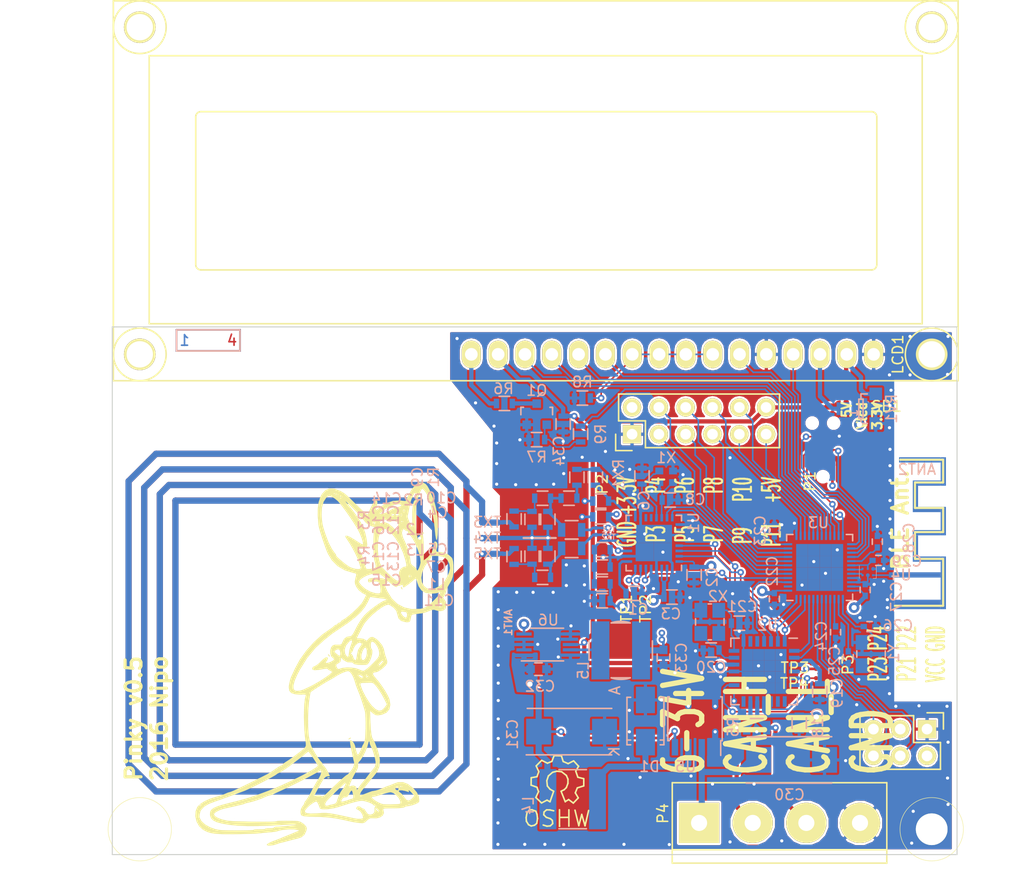
<source format=kicad_pcb>
(kicad_pcb (version 4) (host pcbnew "(2016-02-29 BZR 6601)-product")

  (general
    (links 260)
    (no_connects 28)
    (area 59.949999 79.949999 140.050001 130.050001)
    (thickness 1.6)
    (drawings 25)
    (tracks 1104)
    (zones 0)
    (modules 84)
    (nets 85)
  )

  (page A4)
  (layers
    (0 F.Cu mixed)
    (1 In1.Cu power)
    (2 In2.Cu power)
    (31 B.Cu mixed)
    (34 B.Paste user hide)
    (35 F.Paste user hide)
    (36 B.SilkS user)
    (37 F.SilkS user)
    (38 B.Mask user hide)
    (39 F.Mask user hide)
    (40 Dwgs.User user)
    (41 Cmts.User user)
    (44 Edge.Cuts user)
    (45 Margin user)
    (46 B.CrtYd user)
    (47 F.CrtYd user)
    (48 B.Fab user)
    (49 F.Fab user)
  )

  (setup
    (last_trace_width 0.4)
    (user_trace_width 0.1524)
    (user_trace_width 0.25)
    (user_trace_width 0.4)
    (user_trace_width 0.58)
    (user_trace_width 1)
    (trace_clearance 0.1524)
    (zone_clearance 0.2)
    (zone_45_only yes)
    (trace_min 0.1524)
    (segment_width 0.2)
    (edge_width 0.1)
    (via_size 0.61)
    (via_drill 0.3)
    (via_min_size 0.6048)
    (via_min_drill 0.3)
    (user_via 0.61 0.3)
    (uvia_size 0.3)
    (uvia_drill 0.1)
    (uvias_allowed no)
    (uvia_min_size 0.2)
    (uvia_min_drill 0.1)
    (pcb_text_width 0.3)
    (pcb_text_size 1.5 1.5)
    (mod_edge_width 0.15)
    (mod_text_size 1 1)
    (mod_text_width 0.15)
    (pad_size 3 3)
    (pad_drill 3)
    (pad_to_mask_clearance 0)
    (aux_axis_origin 0 0)
    (visible_elements FFFFFF7F)
    (pcbplotparams
      (layerselection 0x00000_fffffff9)
      (usegerberextensions false)
      (excludeedgelayer true)
      (linewidth 0.100000)
      (plotframeref false)
      (viasonmask false)
      (mode 1)
      (useauxorigin false)
      (hpglpennumber 1)
      (hpglpenspeed 20)
      (hpglpendiameter 15)
      (psnegative false)
      (psa4output false)
      (plotreference true)
      (plotvalue true)
      (plotinvisibletext false)
      (padsonsilk false)
      (subtractmaskfromsilk false)
      (outputformat 1)
      (mirror false)
      (drillshape 0)
      (scaleselection 1)
      (outputdirectory test))
  )

  (net 0 "")
  (net 1 GND)
  (net 2 +3V3)
  (net 3 /mcu/SWDIO)
  (net 4 /mcu/SWDCLK)
  (net 5 "Net-(L3-Pad1)")
  (net 6 +5V)
  (net 7 "Net-(C14-Pad1)")
  (net 8 "Net-(TP3-Pad1)")
  (net 9 "Net-(TP2-Pad1)")
  (net 10 "Net-(TP1-Pad1)")
  (net 11 "Net-(TP4-Pad1)")
  (net 12 /P25)
  (net 13 /P26)
  (net 14 /P20)
  (net 15 /P19)
  (net 16 /P11)
  (net 17 /P12)
  (net 18 /P13)
  (net 19 /P14)
  (net 20 /P15)
  (net 21 /P16)
  (net 22 /P17)
  (net 23 /P18)
  (net 24 /P27)
  (net 25 /P28)
  (net 26 /P29)
  (net 27 /P7)
  (net 28 /P6)
  (net 29 /P5)
  (net 30 /P4)
  (net 31 /P3)
  (net 32 /P10)
  (net 33 /P9)
  (net 34 /P8)
  (net 35 /P30)
  (net 36 /P0)
  (net 37 /P1)
  (net 38 /P2)
  (net 39 "Net-(C26-Pad2)")
  (net 40 /P21)
  (net 41 /P22)
  (net 42 /P23)
  (net 43 /P24)
  (net 44 "Net-(ANT1-Pad3)")
  (net 45 "Net-(ANT1-Pad1)")
  (net 46 "Net-(ANT2-Pad2)")
  (net 47 "Net-(C8-Pad1)")
  (net 48 "Net-(Q1-Pad3)")
  (net 49 "Net-(L5-Pad2)")
  (net 50 "Net-(D1-Pad1)")
  (net 51 "Net-(C9-Pad2)")
  (net 52 "Net-(L2-Pad1)")
  (net 53 "Net-(C13-Pad2)")
  (net 54 "Net-(C12-Pad1)")
  (net 55 "Net-(C15-Pad1)")
  (net 56 "Net-(C9-Pad1)")
  (net 57 "Net-(C5-Pad2)")
  (net 58 "Net-(C10-Pad2)")
  (net 59 "Net-(C6-Pad1)")
  (net 60 "Net-(C21-Pad1)")
  (net 61 "Net-(C20-Pad1)")
  (net 62 "Net-(U3-Pad32)")
  (net 63 "Net-(U3-Pad31)")
  (net 64 "Net-(C29-Pad1)")
  (net 65 "Net-(U3-Pad2)")
  (net 66 "Net-(C28-Pad1)")
  (net 67 "Net-(C25-Pad2)")
  (net 68 "Net-(C24-Pad2)")
  (net 69 "Net-(U1-Pad19)")
  (net 70 "Net-(U1-Pad20)")
  (net 71 "Net-(U2-Pad6)")
  (net 72 "Net-(U2-Pad7)")
  (net 73 "Net-(U2-Pad8)")
  (net 74 "Net-(U2-Pad9)")
  (net 75 "Net-(U2-Pad23)")
  (net 76 "Net-(U2-Pad24)")
  (net 77 /can/VSupply)
  (net 78 "Net-(P4-Pad3)")
  (net 79 "Net-(P4-Pad2)")
  (net 80 "Net-(LCD1-Pad2)")
  (net 81 "Net-(LCD1-Pad10)")
  (net 82 "Net-(LCD1-Pad3)")
  (net 83 "Net-(Q1-Pad1)")
  (net 84 "Net-(LCD1-Pad16)")

  (net_class Default "This is the default net class."
    (clearance 0.1524)
    (trace_width 0.1524)
    (via_dia 0.61)
    (via_drill 0.3)
    (uvia_dia 0.3)
    (uvia_drill 0.1)
    (add_net /P0)
    (add_net /P1)
    (add_net /P10)
    (add_net /P11)
    (add_net /P12)
    (add_net /P13)
    (add_net /P14)
    (add_net /P15)
    (add_net /P16)
    (add_net /P17)
    (add_net /P18)
    (add_net /P19)
    (add_net /P2)
    (add_net /P20)
    (add_net /P21)
    (add_net /P22)
    (add_net /P23)
    (add_net /P24)
    (add_net /P25)
    (add_net /P26)
    (add_net /P27)
    (add_net /P28)
    (add_net /P29)
    (add_net /P3)
    (add_net /P30)
    (add_net /P4)
    (add_net /P5)
    (add_net /P6)
    (add_net /P7)
    (add_net /P8)
    (add_net /P9)
    (add_net /can/VSupply)
    (add_net /mcu/SWDCLK)
    (add_net /mcu/SWDIO)
    (add_net GND)
    (add_net "Net-(ANT1-Pad1)")
    (add_net "Net-(ANT1-Pad3)")
    (add_net "Net-(ANT2-Pad2)")
    (add_net "Net-(C10-Pad2)")
    (add_net "Net-(C12-Pad1)")
    (add_net "Net-(C13-Pad2)")
    (add_net "Net-(C14-Pad1)")
    (add_net "Net-(C15-Pad1)")
    (add_net "Net-(C20-Pad1)")
    (add_net "Net-(C21-Pad1)")
    (add_net "Net-(C24-Pad2)")
    (add_net "Net-(C25-Pad2)")
    (add_net "Net-(C26-Pad2)")
    (add_net "Net-(C28-Pad1)")
    (add_net "Net-(C29-Pad1)")
    (add_net "Net-(C5-Pad2)")
    (add_net "Net-(C6-Pad1)")
    (add_net "Net-(C8-Pad1)")
    (add_net "Net-(C9-Pad1)")
    (add_net "Net-(C9-Pad2)")
    (add_net "Net-(D1-Pad1)")
    (add_net "Net-(L2-Pad1)")
    (add_net "Net-(L3-Pad1)")
    (add_net "Net-(L5-Pad2)")
    (add_net "Net-(LCD1-Pad10)")
    (add_net "Net-(LCD1-Pad16)")
    (add_net "Net-(LCD1-Pad2)")
    (add_net "Net-(LCD1-Pad3)")
    (add_net "Net-(P4-Pad2)")
    (add_net "Net-(P4-Pad3)")
    (add_net "Net-(Q1-Pad1)")
    (add_net "Net-(Q1-Pad3)")
    (add_net "Net-(TP1-Pad1)")
    (add_net "Net-(TP2-Pad1)")
    (add_net "Net-(TP3-Pad1)")
    (add_net "Net-(TP4-Pad1)")
    (add_net "Net-(U1-Pad19)")
    (add_net "Net-(U1-Pad20)")
    (add_net "Net-(U2-Pad23)")
    (add_net "Net-(U2-Pad24)")
    (add_net "Net-(U2-Pad6)")
    (add_net "Net-(U2-Pad7)")
    (add_net "Net-(U2-Pad8)")
    (add_net "Net-(U2-Pad9)")
    (add_net "Net-(U3-Pad2)")
    (add_net "Net-(U3-Pad31)")
    (add_net "Net-(U3-Pad32)")
  )

  (net_class Power ""
    (clearance 0.1524)
    (trace_width 0.4)
    (via_dia 1)
    (via_drill 0.5)
    (uvia_dia 0.3)
    (uvia_drill 0.1)
    (add_net +3V3)
    (add_net +5V)
  )

  (module Capacitors_SMD:C_0603 (layer B.Cu) (tedit 5415D631) (tstamp 57A86D94)
    (at 112.2 111.35 270)
    (descr "Capacitor SMD 0603, reflow soldering, AVX (see smccp.pdf)")
    (tags "capacitor 0603")
    (path /57ADA116/57ADA86E)
    (attr smd)
    (fp_text reference C33 (at 0 -1.7 270) (layer B.SilkS)
      (effects (font (size 1 1) (thickness 0.15)) (justify mirror))
    )
    (fp_text value 22uF (at -0.4 0.1 270) (layer B.Fab)
      (effects (font (size 1 1) (thickness 0.15)) (justify mirror))
    )
    (fp_line (start -1.45 0.75) (end 1.45 0.75) (layer B.CrtYd) (width 0.05))
    (fp_line (start -1.45 -0.75) (end 1.45 -0.75) (layer B.CrtYd) (width 0.05))
    (fp_line (start -1.45 0.75) (end -1.45 -0.75) (layer B.CrtYd) (width 0.05))
    (fp_line (start 1.45 0.75) (end 1.45 -0.75) (layer B.CrtYd) (width 0.05))
    (fp_line (start -0.35 0.6) (end 0.35 0.6) (layer B.SilkS) (width 0.15))
    (fp_line (start 0.35 -0.6) (end -0.35 -0.6) (layer B.SilkS) (width 0.15))
    (pad 1 smd rect (at -0.75 0 270) (size 0.8 0.75) (layers B.Cu B.Paste B.Mask)
      (net 2 +3V3))
    (pad 2 smd rect (at 0.75 0 270) (size 0.8 0.75) (layers B.Cu B.Paste B.Mask)
      (net 1 GND))
    (model Capacitors_SMD.3dshapes/C_0603.wrl
      (at (xyz 0 0 0))
      (scale (xyz 1 1 1))
      (rotate (xyz 0 0 0))
    )
  )

  (module VSSOP:VSSOP-10_3.1x3.1mm_Pitch0.5mm (layer B.Cu) (tedit 56C5753E) (tstamp 57A8696C)
    (at 101.188466 110.098)
    (descr "10-Lead Plastic Small Outline Package")
    (tags "VSSOP 0.5")
    (path /57ADA116/57ADA870)
    (attr smd)
    (fp_text reference U6 (at 0.101534 -2.318 180) (layer B.SilkS)
      (effects (font (size 1 1) (thickness 0.15)) (justify mirror))
    )
    (fp_text value TPS62056 (at -0.138466 0.132) (layer B.Fab)
      (effects (font (size 1 1) (thickness 0.15)) (justify mirror))
    )
    (fp_line (start 1.55 -1.55) (end -1.55 -1.55) (layer B.SilkS) (width 0.15))
    (fp_line (start -2.45 1.55) (end 1.55 1.55) (layer B.SilkS) (width 0.15))
    (fp_line (start -2.45 1.55) (end 2.45 1.55) (layer B.CrtYd) (width 0.05))
    (fp_line (start -2.45 1.55) (end -2.45 -1.55) (layer B.CrtYd) (width 0.05))
    (fp_line (start 2.45 -1.55) (end -2.45 -1.55) (layer B.CrtYd) (width 0.05))
    (fp_line (start 2.45 1.55) (end 2.45 -1.55) (layer B.CrtYd) (width 0.05))
    (pad 1 smd rect (at -2.2 1) (size 1.45 0.3) (layers B.Cu B.Paste B.Mask)
      (net 6 +5V))
    (pad 2 smd rect (at -2.2 0.5) (size 1.45 0.3) (layers B.Cu B.Paste B.Mask)
      (net 1 GND))
    (pad 3 smd rect (at -2.2 0) (size 1.45 0.3) (layers B.Cu B.Paste B.Mask)
      (net 1 GND))
    (pad 4 smd rect (at -2.2 -0.5) (size 1.45 0.3) (layers B.Cu B.Paste B.Mask)
      (net 1 GND))
    (pad 5 smd rect (at -2.2 -1) (size 1.45 0.3) (layers B.Cu B.Paste B.Mask)
      (net 2 +3V3))
    (pad 7 smd rect (at 2.2 -0.5) (size 1.45 0.3) (layers B.Cu B.Paste B.Mask)
      (net 1 GND))
    (pad 10 smd rect (at 2.2 1) (size 1.45 0.3) (layers B.Cu B.Paste B.Mask)
      (net 1 GND))
    (pad 9 smd rect (at 2.2 0.5) (size 1.45 0.3) (layers B.Cu B.Paste B.Mask)
      (net 49 "Net-(L5-Pad2)"))
    (pad 8 smd rect (at 2.2 0) (size 1.45 0.3) (layers B.Cu B.Paste B.Mask)
      (net 6 +5V))
    (pad 6 smd rect (at 2.2 -1) (size 1.45 0.3) (layers B.Cu B.Paste B.Mask)
      (net 1 GND))
    (model Housings_SSOP.3dshapes/MSOP-10-1EP_3x3mm_Pitch0.5mm.wrl
      (at (xyz 0 0 0))
      (scale (xyz 1 1 0.8))
      (rotate (xyz 0 0 0))
    )
  )

  (module Capacitors_SMD:C_0603 (layer B.Cu) (tedit 5415D631) (tstamp 57A86DB6)
    (at 100.365 112.43)
    (descr "Capacitor SMD 0603, reflow soldering, AVX (see smccp.pdf)")
    (tags "capacitor 0603")
    (path /57ADA116/57ADA86F)
    (attr smd)
    (fp_text reference C32 (at 0.135 1.62) (layer B.SilkS)
      (effects (font (size 1 1) (thickness 0.15)) (justify mirror))
    )
    (fp_text value 10uF (at -0.125 0) (layer B.Fab)
      (effects (font (size 1 1) (thickness 0.15)) (justify mirror))
    )
    (fp_line (start -1.45 0.75) (end 1.45 0.75) (layer B.CrtYd) (width 0.05))
    (fp_line (start -1.45 -0.75) (end 1.45 -0.75) (layer B.CrtYd) (width 0.05))
    (fp_line (start -1.45 0.75) (end -1.45 -0.75) (layer B.CrtYd) (width 0.05))
    (fp_line (start 1.45 0.75) (end 1.45 -0.75) (layer B.CrtYd) (width 0.05))
    (fp_line (start -0.35 0.6) (end 0.35 0.6) (layer B.SilkS) (width 0.15))
    (fp_line (start 0.35 -0.6) (end -0.35 -0.6) (layer B.SilkS) (width 0.15))
    (pad 1 smd rect (at -0.75 0) (size 0.8 0.75) (layers B.Cu B.Paste B.Mask)
      (net 6 +5V))
    (pad 2 smd rect (at 0.75 0) (size 0.8 0.75) (layers B.Cu B.Paste B.Mask)
      (net 1 GND))
    (model Capacitors_SMD.3dshapes/C_0603.wrl
      (at (xyz 0 0 0))
      (scale (xyz 1 1 1))
      (rotate (xyz 0 0 0))
    )
  )

  (module Connect:bornier4 (layer F.Cu) (tedit 0) (tstamp 57AADD2E)
    (at 123.19 127)
    (descr "Bornier d'alimentation 4 pins")
    (tags DEV)
    (path /57A213A9/57A5C395)
    (fp_text reference P4 (at -11.049 -0.889 90) (layer F.SilkS)
      (effects (font (size 1 1) (thickness 0.15)))
    )
    (fp_text value CAN (at 0 5.08) (layer F.Fab)
      (effects (font (size 1 1) (thickness 0.15)))
    )
    (fp_line (start -10.16 -3.81) (end -10.16 3.81) (layer F.SilkS) (width 0.15))
    (fp_line (start 10.16 3.81) (end 10.16 -3.81) (layer F.SilkS) (width 0.15))
    (fp_line (start 10.16 2.54) (end -10.16 2.54) (layer F.SilkS) (width 0.15))
    (fp_line (start -10.16 -3.81) (end 10.16 -3.81) (layer F.SilkS) (width 0.15))
    (fp_line (start -10.16 3.81) (end 10.16 3.81) (layer F.SilkS) (width 0.15))
    (pad 2 thru_hole circle (at -2.54 0) (size 3.81 3.81) (drill 1.524) (layers *.Cu *.Mask F.SilkS)
      (net 79 "Net-(P4-Pad2)"))
    (pad 3 thru_hole circle (at 2.54 0) (size 3.81 3.81) (drill 1.524) (layers *.Cu *.Mask F.SilkS)
      (net 78 "Net-(P4-Pad3)"))
    (pad 1 thru_hole rect (at -7.62 0) (size 3.81 3.81) (drill 1.524) (layers *.Cu *.Mask F.SilkS)
      (net 77 /can/VSupply))
    (pad 4 thru_hole circle (at 7.62 0) (size 3.81 3.81) (drill 1.524) (layers *.Cu *.Mask F.SilkS)
      (net 1 GND))
    (model Connect.3dshapes/bornier4.wrl
      (at (xyz 0 0 0))
      (scale (xyz 1 1 1))
      (rotate (xyz 0 0 0))
    )
  )

  (module Test_point:Round-SMD-Pad_0.4mm (layer F.Cu) (tedit 57AA5231) (tstamp 57A99107)
    (at 126.651 113.284 90)
    (path /57A213A9/57A65E93)
    (fp_text reference TP4 (at -0.508 -2.064 180) (layer F.SilkS)
      (effects (font (size 1 1) (thickness 0.15)))
    )
    (fp_text value CAN_RX (at 0 -0.9 90) (layer F.Fab) hide
      (effects (font (size 1 1) (thickness 0.15)))
    )
    (pad 1 smd circle (at 0 0 90) (size 0.4 0.4) (layers F.Cu F.Mask)
      (net 11 "Net-(TP4-Pad1)") (solder_mask_margin 0.001))
  )

  (module Test_point:Round-SMD-Pad_0.4mm (layer F.Cu) (tedit 57AA522D) (tstamp 57A990F2)
    (at 109.25 104.75 180)
    (path /57A213A5/57A666E4)
    (fp_text reference TP1 (at 0.55 -1.95 270) (layer F.SilkS)
      (effects (font (size 1 1) (thickness 0.15)))
    )
    (fp_text value SIGOUT (at 0 -0.9 180) (layer F.Fab) hide
      (effects (font (size 1 1) (thickness 0.15)))
    )
    (pad 1 smd circle (at 0 0 180) (size 0.4 0.4) (layers F.Cu F.Mask)
      (net 10 "Net-(TP1-Pad1)") (solder_mask_margin 0.001))
  )

  (module Test_point:Round-SMD-Pad_0.4mm (layer F.Cu) (tedit 57AA522A) (tstamp 57A990E5)
    (at 110.25 104.75 90)
    (path /57A213A5/57A667A5)
    (fp_text reference TP2 (at -1.95 0.25 90) (layer F.SilkS)
      (effects (font (size 1 1) (thickness 0.15)))
    )
    (fp_text value SIGIN (at 0 -0.9 90) (layer F.Fab) hide
      (effects (font (size 1 1) (thickness 0.15)))
    )
    (pad 1 smd circle (at 0 0 90) (size 0.4 0.4) (layers F.Cu F.Mask)
      (net 9 "Net-(TP2-Pad1)") (solder_mask_margin 0.001))
  )

  (module Test_point:Round-SMD-Pad_0.4mm (layer F.Cu) (tedit 57AA5233) (tstamp 57A86C60)
    (at 126.651 112.405 180)
    (path /57A213A9/57A65EC6)
    (fp_text reference TP3 (at 2 0.1 180) (layer F.SilkS)
      (effects (font (size 1 1) (thickness 0.15)))
    )
    (fp_text value CAN_TX (at 0 -0.9 180) (layer F.Fab) hide
      (effects (font (size 1 1) (thickness 0.15)))
    )
    (pad 1 smd circle (at 0 0 180) (size 0.4 0.4) (layers F.Cu F.Mask)
      (net 8 "Net-(TP3-Pad1)") (solder_mask_margin 0.001))
  )

  (module Resistors_SMD:R_0805 (layer B.Cu) (tedit 5415CDEB) (tstamp 57A8DE47)
    (at 103.5 99.23223 180)
    (descr "Resistor SMD 0805, reflow soldering, Vishay (see dcrcw.pdf)")
    (tags "resistor 0805")
    (path /57A213A5/57A4D73C)
    (attr smd)
    (fp_text reference L2 (at 14.854 0.04523 180) (layer B.SilkS)
      (effects (font (size 1 1) (thickness 0.15)) (justify mirror))
    )
    (fp_text value 560nH (at -0.85 -0.91777 270) (layer B.Fab)
      (effects (font (size 1 1) (thickness 0.15)) (justify mirror))
    )
    (fp_line (start -1.6 1) (end 1.6 1) (layer B.CrtYd) (width 0.05))
    (fp_line (start -1.6 -1) (end 1.6 -1) (layer B.CrtYd) (width 0.05))
    (fp_line (start -1.6 1) (end -1.6 -1) (layer B.CrtYd) (width 0.05))
    (fp_line (start 1.6 1) (end 1.6 -1) (layer B.CrtYd) (width 0.05))
    (fp_line (start 0.6 -0.875) (end -0.6 -0.875) (layer B.SilkS) (width 0.15))
    (fp_line (start -0.6 0.875) (end 0.6 0.875) (layer B.SilkS) (width 0.15))
    (pad 1 smd rect (at -0.95 0 180) (size 0.7 1.3) (layers B.Cu B.Paste B.Mask)
      (net 52 "Net-(L2-Pad1)"))
    (pad 2 smd rect (at 0.95 0 180) (size 0.7 1.3) (layers B.Cu B.Paste B.Mask)
      (net 54 "Net-(C12-Pad1)"))
    (model Resistors_SMD.3dshapes/R_0805.wrl
      (at (xyz 0 0 0))
      (scale (xyz 1 1 1))
      (rotate (xyz 0 0 0))
    )
  )

  (module Resistors_SMD:R_0805 (layer B.Cu) (tedit 5415CDEB) (tstamp 57A8DE26)
    (at 103.5 100.98223 180)
    (descr "Resistor SMD 0805, reflow soldering, Vishay (see dcrcw.pdf)")
    (tags "resistor 0805")
    (path /57A213A5/57A4D774)
    (attr smd)
    (fp_text reference L3 (at 14.8 -0.16777 180) (layer B.SilkS)
      (effects (font (size 1 1) (thickness 0.15)) (justify mirror))
    )
    (fp_text value 560nH (at 0.5 0.88223 270) (layer B.Fab)
      (effects (font (size 1 1) (thickness 0.15)) (justify mirror))
    )
    (fp_line (start -1.6 1) (end 1.6 1) (layer B.CrtYd) (width 0.05))
    (fp_line (start -1.6 -1) (end 1.6 -1) (layer B.CrtYd) (width 0.05))
    (fp_line (start -1.6 1) (end -1.6 -1) (layer B.CrtYd) (width 0.05))
    (fp_line (start 1.6 1) (end 1.6 -1) (layer B.CrtYd) (width 0.05))
    (fp_line (start 0.6 -0.875) (end -0.6 -0.875) (layer B.SilkS) (width 0.15))
    (fp_line (start -0.6 0.875) (end 0.6 0.875) (layer B.SilkS) (width 0.15))
    (pad 1 smd rect (at -0.95 0 180) (size 0.7 1.3) (layers B.Cu B.Paste B.Mask)
      (net 5 "Net-(L3-Pad1)"))
    (pad 2 smd rect (at 0.95 0 180) (size 0.7 1.3) (layers B.Cu B.Paste B.Mask)
      (net 53 "Net-(C13-Pad2)"))
    (model Resistors_SMD.3dshapes/R_0805.wrl
      (at (xyz 0 0 0))
      (scale (xyz 1 1 1))
      (rotate (xyz 0 0 0))
    )
  )

  (module Resistors_SMD:R_0603 (layer B.Cu) (tedit 5415CC62) (tstamp 57A8CB0F)
    (at 98.05 101.75 270)
    (descr "Resistor SMD 0603, reflow soldering, Vishay (see dcrcw.pdf)")
    (tags "resistor 0603")
    (path /57A213A5/57A4DBAE)
    (attr smd)
    (fp_text reference R4 (at -0.1 14.2 270) (layer B.SilkS)
      (effects (font (size 1 1) (thickness 0.15)) (justify mirror))
    )
    (fp_text value 3R (at 0 0.11777 270) (layer B.Fab)
      (effects (font (size 1 1) (thickness 0.15)) (justify mirror))
    )
    (fp_line (start -1.3 0.8) (end 1.3 0.8) (layer B.CrtYd) (width 0.05))
    (fp_line (start -1.3 -0.8) (end 1.3 -0.8) (layer B.CrtYd) (width 0.05))
    (fp_line (start -1.3 0.8) (end -1.3 -0.8) (layer B.CrtYd) (width 0.05))
    (fp_line (start 1.3 0.8) (end 1.3 -0.8) (layer B.CrtYd) (width 0.05))
    (fp_line (start 0.5 -0.675) (end -0.5 -0.675) (layer B.SilkS) (width 0.15))
    (fp_line (start -0.5 0.675) (end 0.5 0.675) (layer B.SilkS) (width 0.15))
    (pad 1 smd rect (at -0.75 0 270) (size 0.5 0.9) (layers B.Cu B.Paste B.Mask)
      (net 44 "Net-(ANT1-Pad3)"))
    (pad 2 smd rect (at 0.75 0 270) (size 0.5 0.9) (layers B.Cu B.Paste B.Mask)
      (net 55 "Net-(C15-Pad1)"))
    (model Resistors_SMD.3dshapes/R_0603.wrl
      (at (xyz 0 0 0))
      (scale (xyz 1 1 1))
      (rotate (xyz 0 0 0))
    )
  )

  (module Resistors_SMD:R_0603 (layer B.Cu) (tedit 5415CC62) (tstamp 57A8CAED)
    (at 98.05 98.2 90)
    (descr "Resistor SMD 0603, reflow soldering, Vishay (see dcrcw.pdf)")
    (tags "resistor 0603")
    (path /57A213A5/57A4DB3C)
    (attr smd)
    (fp_text reference R3 (at -0.1 -14.2 90) (layer B.SilkS)
      (effects (font (size 1 1) (thickness 0.15)) (justify mirror))
    )
    (fp_text value 3R (at 0 0.01777 90) (layer B.Fab)
      (effects (font (size 1 1) (thickness 0.15)) (justify mirror))
    )
    (fp_line (start -1.3 0.8) (end 1.3 0.8) (layer B.CrtYd) (width 0.05))
    (fp_line (start -1.3 -0.8) (end 1.3 -0.8) (layer B.CrtYd) (width 0.05))
    (fp_line (start -1.3 0.8) (end -1.3 -0.8) (layer B.CrtYd) (width 0.05))
    (fp_line (start 1.3 0.8) (end 1.3 -0.8) (layer B.CrtYd) (width 0.05))
    (fp_line (start 0.5 -0.675) (end -0.5 -0.675) (layer B.SilkS) (width 0.15))
    (fp_line (start -0.5 0.675) (end 0.5 0.675) (layer B.SilkS) (width 0.15))
    (pad 1 smd rect (at -0.75 0 90) (size 0.5 0.9) (layers B.Cu B.Paste B.Mask)
      (net 45 "Net-(ANT1-Pad1)"))
    (pad 2 smd rect (at 0.75 0 90) (size 0.5 0.9) (layers B.Cu B.Paste B.Mask)
      (net 7 "Net-(C14-Pad1)"))
    (model Resistors_SMD.3dshapes/R_0603.wrl
      (at (xyz 0 0 0))
      (scale (xyz 1 1 1))
      (rotate (xyz 0 0 0))
    )
  )

  (module Resistors_SMD:R_0603 (layer B.Cu) (tedit 5415CC62) (tstamp 57A8CACB)
    (at 103.25 96.23223)
    (descr "Resistor SMD 0603, reflow soldering, Vishay (see dcrcw.pdf)")
    (tags "resistor 0603")
    (path /57A213A5/57A4E4E3)
    (attr smd)
    (fp_text reference R2 (at -14.731 0.16077) (layer B.SilkS)
      (effects (font (size 1 1) (thickness 0.15)) (justify mirror))
    )
    (fp_text value R (at 0 0.01777) (layer B.Fab)
      (effects (font (size 1 1) (thickness 0.15)) (justify mirror))
    )
    (fp_line (start -1.3 0.8) (end 1.3 0.8) (layer B.CrtYd) (width 0.05))
    (fp_line (start -1.3 -0.8) (end 1.3 -0.8) (layer B.CrtYd) (width 0.05))
    (fp_line (start -1.3 0.8) (end -1.3 -0.8) (layer B.CrtYd) (width 0.05))
    (fp_line (start 1.3 0.8) (end 1.3 -0.8) (layer B.CrtYd) (width 0.05))
    (fp_line (start 0.5 -0.675) (end -0.5 -0.675) (layer B.SilkS) (width 0.15))
    (fp_line (start -0.5 0.675) (end 0.5 0.675) (layer B.SilkS) (width 0.15))
    (pad 1 smd rect (at -0.75 0) (size 0.5 0.9) (layers B.Cu B.Paste B.Mask)
      (net 54 "Net-(C12-Pad1)"))
    (pad 2 smd rect (at 0.75 0) (size 0.5 0.9) (layers B.Cu B.Paste B.Mask)
      (net 56 "Net-(C9-Pad1)"))
    (model Resistors_SMD.3dshapes/R_0603.wrl
      (at (xyz 0 0 0))
      (scale (xyz 1 1 1))
      (rotate (xyz 0 0 0))
    )
  )

  (module Resistors_SMD:R_0603 (layer B.Cu) (tedit 5415CC62) (tstamp 57A8CA93)
    (at 105.75 94.25 90)
    (descr "Resistor SMD 0603, reflow soldering, Vishay (see dcrcw.pdf)")
    (tags "resistor 0603")
    (path /57A213A5/57A4E064)
    (attr smd)
    (fp_text reference R1 (at 0.016 -15.326 90) (layer B.SilkS)
      (effects (font (size 1 1) (thickness 0.15)) (justify mirror))
    )
    (fp_text value 1K (at 0 0 90) (layer B.Fab)
      (effects (font (size 1 1) (thickness 0.15)) (justify mirror))
    )
    (fp_line (start -1.3 0.8) (end 1.3 0.8) (layer B.CrtYd) (width 0.05))
    (fp_line (start -1.3 -0.8) (end 1.3 -0.8) (layer B.CrtYd) (width 0.05))
    (fp_line (start -1.3 0.8) (end -1.3 -0.8) (layer B.CrtYd) (width 0.05))
    (fp_line (start 1.3 0.8) (end 1.3 -0.8) (layer B.CrtYd) (width 0.05))
    (fp_line (start 0.5 -0.675) (end -0.5 -0.675) (layer B.SilkS) (width 0.15))
    (fp_line (start -0.5 0.675) (end 0.5 0.675) (layer B.SilkS) (width 0.15))
    (pad 1 smd rect (at -0.75 0 90) (size 0.5 0.9) (layers B.Cu B.Paste B.Mask)
      (net 58 "Net-(C10-Pad2)"))
    (pad 2 smd rect (at 0.75 0 90) (size 0.5 0.9) (layers B.Cu B.Paste B.Mask)
      (net 51 "Net-(C9-Pad2)"))
    (model Resistors_SMD.3dshapes/R_0603.wrl
      (at (xyz 0 0 0))
      (scale (xyz 1 1 1))
      (rotate (xyz 0 0 0))
    )
  )

  (module Resistors_SMD:R_0603 (layer B.Cu) (tedit 5415CC62) (tstamp 57A8C9EB)
    (at 109.4 105.25)
    (descr "Resistor SMD 0603, reflow soldering, Vishay (see dcrcw.pdf)")
    (tags "resistor 0603")
    (path /57A213A5/57A89CF4)
    (attr smd)
    (fp_text reference C1 (at 0.4 1.5) (layer B.SilkS)
      (effects (font (size 1 1) (thickness 0.15)) (justify mirror))
    )
    (fp_text value 100nF (at 0.35 0.1) (layer B.Fab)
      (effects (font (size 1 1) (thickness 0.15)) (justify mirror))
    )
    (fp_line (start -1.3 0.8) (end 1.3 0.8) (layer B.CrtYd) (width 0.05))
    (fp_line (start -1.3 -0.8) (end 1.3 -0.8) (layer B.CrtYd) (width 0.05))
    (fp_line (start -1.3 0.8) (end -1.3 -0.8) (layer B.CrtYd) (width 0.05))
    (fp_line (start 1.3 0.8) (end 1.3 -0.8) (layer B.CrtYd) (width 0.05))
    (fp_line (start 0.5 -0.675) (end -0.5 -0.675) (layer B.SilkS) (width 0.15))
    (fp_line (start -0.5 0.675) (end 0.5 0.675) (layer B.SilkS) (width 0.15))
    (pad 1 smd rect (at -0.75 0) (size 0.5 0.9) (layers B.Cu B.Paste B.Mask)
      (net 2 +3V3))
    (pad 2 smd rect (at 0.75 0) (size 0.5 0.9) (layers B.Cu B.Paste B.Mask)
      (net 1 GND))
    (model Resistors_SMD.3dshapes/R_0603.wrl
      (at (xyz 0 0 0))
      (scale (xyz 1 1 1))
      (rotate (xyz 0 0 0))
    )
  )

  (module Resistors_SMD:R_0603 (layer B.Cu) (tedit 5415CC62) (tstamp 57A8C99D)
    (at 106.25 98 180)
    (descr "Resistor SMD 0603, reflow soldering, Vishay (see dcrcw.pdf)")
    (tags "resistor 0603")
    (path /57A213A5/57A89BE9)
    (attr smd)
    (fp_text reference C4 (at 15.45 0.4 180) (layer B.SilkS)
      (effects (font (size 1 1) (thickness 0.15)) (justify mirror))
    )
    (fp_text value 100nF (at -0.7 -0.05 180) (layer B.Fab)
      (effects (font (size 1 1) (thickness 0.15)) (justify mirror))
    )
    (fp_line (start -1.3 0.8) (end 1.3 0.8) (layer B.CrtYd) (width 0.05))
    (fp_line (start -1.3 -0.8) (end 1.3 -0.8) (layer B.CrtYd) (width 0.05))
    (fp_line (start -1.3 0.8) (end -1.3 -0.8) (layer B.CrtYd) (width 0.05))
    (fp_line (start 1.3 0.8) (end 1.3 -0.8) (layer B.CrtYd) (width 0.05))
    (fp_line (start 0.5 -0.675) (end -0.5 -0.675) (layer B.SilkS) (width 0.15))
    (fp_line (start -0.5 0.675) (end 0.5 0.675) (layer B.SilkS) (width 0.15))
    (pad 1 smd rect (at -0.75 0 180) (size 0.5 0.9) (layers B.Cu B.Paste B.Mask)
      (net 2 +3V3))
    (pad 2 smd rect (at 0.75 0 180) (size 0.5 0.9) (layers B.Cu B.Paste B.Mask)
      (net 1 GND))
    (model Resistors_SMD.3dshapes/R_0603.wrl
      (at (xyz 0 0 0))
      (scale (xyz 1 1 1))
      (rotate (xyz 0 0 0))
    )
  )

  (module Resistors_SMD:R_0603 (layer B.Cu) (tedit 5415CC62) (tstamp 57A8C965)
    (at 106.25 96.5)
    (descr "Resistor SMD 0603, reflow soldering, Vishay (see dcrcw.pdf)")
    (tags "resistor 0603")
    (path /57A213A5/57A4DFDD)
    (attr smd)
    (fp_text reference C10 (at -15.1 -0.3) (layer B.SilkS)
      (effects (font (size 1 1) (thickness 0.15)) (justify mirror))
    )
    (fp_text value 100nF (at 0.65 -0.05) (layer B.Fab)
      (effects (font (size 1 1) (thickness 0.15)) (justify mirror))
    )
    (fp_line (start -1.3 0.8) (end 1.3 0.8) (layer B.CrtYd) (width 0.05))
    (fp_line (start -1.3 -0.8) (end 1.3 -0.8) (layer B.CrtYd) (width 0.05))
    (fp_line (start -1.3 0.8) (end -1.3 -0.8) (layer B.CrtYd) (width 0.05))
    (fp_line (start 1.3 0.8) (end 1.3 -0.8) (layer B.CrtYd) (width 0.05))
    (fp_line (start 0.5 -0.675) (end -0.5 -0.675) (layer B.SilkS) (width 0.15))
    (fp_line (start -0.5 0.675) (end 0.5 0.675) (layer B.SilkS) (width 0.15))
    (pad 1 smd rect (at -0.75 0) (size 0.5 0.9) (layers B.Cu B.Paste B.Mask)
      (net 1 GND))
    (pad 2 smd rect (at 0.75 0) (size 0.5 0.9) (layers B.Cu B.Paste B.Mask)
      (net 58 "Net-(C10-Pad2)"))
    (model Resistors_SMD.3dshapes/R_0603.wrl
      (at (xyz 0 0 0))
      (scale (xyz 1 1 1))
      (rotate (xyz 0 0 0))
    )
  )

  (module Resistors_SMD:R_0603 (layer B.Cu) (tedit 5415CC62) (tstamp 57A8C943)
    (at 104 94.25 90)
    (descr "Resistor SMD 0603, reflow soldering, Vishay (see dcrcw.pdf)")
    (tags "resistor 0603")
    (path /57A213A5/57A4E447)
    (attr smd)
    (fp_text reference C9 (at 0.016 -15.1 90) (layer B.SilkS)
      (effects (font (size 1 1) (thickness 0.15)) (justify mirror))
    )
    (fp_text value 1nF (at 0 0.05 90) (layer B.Fab)
      (effects (font (size 1 1) (thickness 0.15)) (justify mirror))
    )
    (fp_line (start -1.3 0.8) (end 1.3 0.8) (layer B.CrtYd) (width 0.05))
    (fp_line (start -1.3 -0.8) (end 1.3 -0.8) (layer B.CrtYd) (width 0.05))
    (fp_line (start -1.3 0.8) (end -1.3 -0.8) (layer B.CrtYd) (width 0.05))
    (fp_line (start 1.3 0.8) (end 1.3 -0.8) (layer B.CrtYd) (width 0.05))
    (fp_line (start 0.5 -0.675) (end -0.5 -0.675) (layer B.SilkS) (width 0.15))
    (fp_line (start -0.5 0.675) (end 0.5 0.675) (layer B.SilkS) (width 0.15))
    (pad 1 smd rect (at -0.75 0 90) (size 0.5 0.9) (layers B.Cu B.Paste B.Mask)
      (net 56 "Net-(C9-Pad1)"))
    (pad 2 smd rect (at 0.75 0 90) (size 0.5 0.9) (layers B.Cu B.Paste B.Mask)
      (net 51 "Net-(C9-Pad2)"))
    (model Resistors_SMD.3dshapes/R_0603.wrl
      (at (xyz 0 0 0))
      (scale (xyz 1 1 1))
      (rotate (xyz 0 0 0))
    )
  )

  (module Resistors_SMD:R_0603 (layer B.Cu) (tedit 5415CC62) (tstamp 57A8C921)
    (at 101.25 98.23223 270)
    (descr "Resistor SMD 0603, reflow soldering, Vishay (see dcrcw.pdf)")
    (tags "resistor 0603")
    (path /57A213A5/57A4D97C)
    (attr smd)
    (fp_text reference C12 (at 0.06577 14.636 270) (layer B.SilkS)
      (effects (font (size 1 1) (thickness 0.15)) (justify mirror))
    )
    (fp_text value 220pF (at 0 0 270) (layer B.Fab)
      (effects (font (size 1 1) (thickness 0.15)) (justify mirror))
    )
    (fp_line (start -1.3 0.8) (end 1.3 0.8) (layer B.CrtYd) (width 0.05))
    (fp_line (start -1.3 -0.8) (end 1.3 -0.8) (layer B.CrtYd) (width 0.05))
    (fp_line (start -1.3 0.8) (end -1.3 -0.8) (layer B.CrtYd) (width 0.05))
    (fp_line (start 1.3 0.8) (end 1.3 -0.8) (layer B.CrtYd) (width 0.05))
    (fp_line (start 0.5 -0.675) (end -0.5 -0.675) (layer B.SilkS) (width 0.15))
    (fp_line (start -0.5 0.675) (end 0.5 0.675) (layer B.SilkS) (width 0.15))
    (pad 1 smd rect (at -0.75 0 270) (size 0.5 0.9) (layers B.Cu B.Paste B.Mask)
      (net 54 "Net-(C12-Pad1)"))
    (pad 2 smd rect (at 0.75 0 270) (size 0.5 0.9) (layers B.Cu B.Paste B.Mask)
      (net 1 GND))
    (model Resistors_SMD.3dshapes/R_0603.wrl
      (at (xyz 0 0 0))
      (scale (xyz 1 1 1))
      (rotate (xyz 0 0 0))
    )
  )

  (module Resistors_SMD:R_0603 (layer B.Cu) (tedit 5415CC62) (tstamp 57A8C8FF)
    (at 101.25 101.73223 270)
    (descr "Resistor SMD 0603, reflow soldering, Vishay (see dcrcw.pdf)")
    (tags "resistor 0603")
    (path /57A213A5/57A4D9B2)
    (attr smd)
    (fp_text reference C13 (at -0.00523 14.636 270) (layer B.SilkS)
      (effects (font (size 1 1) (thickness 0.15)) (justify mirror))
    )
    (fp_text value 220pF (at 0.01777 0 270) (layer B.Fab)
      (effects (font (size 1 1) (thickness 0.15)) (justify mirror))
    )
    (fp_line (start -1.3 0.8) (end 1.3 0.8) (layer B.CrtYd) (width 0.05))
    (fp_line (start -1.3 -0.8) (end 1.3 -0.8) (layer B.CrtYd) (width 0.05))
    (fp_line (start -1.3 0.8) (end -1.3 -0.8) (layer B.CrtYd) (width 0.05))
    (fp_line (start 1.3 0.8) (end 1.3 -0.8) (layer B.CrtYd) (width 0.05))
    (fp_line (start 0.5 -0.675) (end -0.5 -0.675) (layer B.SilkS) (width 0.15))
    (fp_line (start -0.5 0.675) (end 0.5 0.675) (layer B.SilkS) (width 0.15))
    (pad 1 smd rect (at -0.75 0 270) (size 0.5 0.9) (layers B.Cu B.Paste B.Mask)
      (net 1 GND))
    (pad 2 smd rect (at 0.75 0 270) (size 0.5 0.9) (layers B.Cu B.Paste B.Mask)
      (net 53 "Net-(C13-Pad2)"))
    (model Resistors_SMD.3dshapes/R_0603.wrl
      (at (xyz 0 0 0))
      (scale (xyz 1 1 1))
      (rotate (xyz 0 0 0))
    )
  )

  (module Resistors_SMD:R_0603 (layer B.Cu) (tedit 57AA536E) (tstamp 57A8C8DD)
    (at 100.75 96.23223)
    (descr "Resistor SMD 0603, reflow soldering, Vishay (see dcrcw.pdf)")
    (tags "resistor 0603")
    (path /57A213A5/57A4D9EE)
    (attr smd)
    (fp_text reference C14 (at -14.771 0.03377) (layer B.SilkS)
      (effects (font (size 1 1) (thickness 0.15)) (justify mirror))
    )
    (fp_text value C (at 0 -0.03223) (layer B.Fab)
      (effects (font (size 1 1) (thickness 0.15)) (justify mirror))
    )
    (fp_line (start -1.3 0.8) (end 1.3 0.8) (layer B.CrtYd) (width 0.05))
    (fp_line (start -1.3 -0.8) (end 1.3 -0.8) (layer B.CrtYd) (width 0.05))
    (fp_line (start -1.3 0.8) (end -1.3 -0.8) (layer B.CrtYd) (width 0.05))
    (fp_line (start 1.3 0.8) (end 1.3 -0.8) (layer B.CrtYd) (width 0.05))
    (fp_line (start 0.5 -0.675) (end -0.5 -0.675) (layer B.SilkS) (width 0.15))
    (fp_line (start -0.5 0.675) (end 0.5 0.675) (layer B.SilkS) (width 0.15))
    (pad 1 smd rect (at -0.75 0) (size 0.5 0.9) (layers B.Cu B.Paste B.Mask)
      (net 7 "Net-(C14-Pad1)"))
    (pad 2 smd rect (at 0.75 0) (size 0.5 0.9) (layers B.Cu B.Paste B.Mask)
      (net 54 "Net-(C12-Pad1)"))
    (model Resistors_SMD.3dshapes/R_0603.wrl
      (at (xyz 0 0 0))
      (scale (xyz 1 1 1))
      (rotate (xyz 0 0 0))
    )
  )

  (module Resistors_SMD:R_0603 (layer B.Cu) (tedit 5415CC62) (tstamp 57A8C8BB)
    (at 100.75 103.73223)
    (descr "Resistor SMD 0603, reflow soldering, Vishay (see dcrcw.pdf)")
    (tags "resistor 0603")
    (path /57A213A5/57A4DA61)
    (attr smd)
    (fp_text reference C15 (at -14.8 0.26777) (layer B.SilkS)
      (effects (font (size 1 1) (thickness 0.15)) (justify mirror))
    )
    (fp_text value C (at 0 0.01777) (layer B.Fab)
      (effects (font (size 1 1) (thickness 0.15)) (justify mirror))
    )
    (fp_line (start -1.3 0.8) (end 1.3 0.8) (layer B.CrtYd) (width 0.05))
    (fp_line (start -1.3 -0.8) (end 1.3 -0.8) (layer B.CrtYd) (width 0.05))
    (fp_line (start -1.3 0.8) (end -1.3 -0.8) (layer B.CrtYd) (width 0.05))
    (fp_line (start 1.3 0.8) (end 1.3 -0.8) (layer B.CrtYd) (width 0.05))
    (fp_line (start 0.5 -0.675) (end -0.5 -0.675) (layer B.SilkS) (width 0.15))
    (fp_line (start -0.5 0.675) (end 0.5 0.675) (layer B.SilkS) (width 0.15))
    (pad 1 smd rect (at -0.75 0) (size 0.5 0.9) (layers B.Cu B.Paste B.Mask)
      (net 55 "Net-(C15-Pad1)"))
    (pad 2 smd rect (at 0.75 0) (size 0.5 0.9) (layers B.Cu B.Paste B.Mask)
      (net 53 "Net-(C13-Pad2)"))
    (model Resistors_SMD.3dshapes/R_0603.wrl
      (at (xyz 0 0 0))
      (scale (xyz 1 1 1))
      (rotate (xyz 0 0 0))
    )
  )

  (module Resistors_SMD:R_0603 (layer B.Cu) (tedit 5415CC62) (tstamp 57A8C899)
    (at 99.75 98.23223 270)
    (descr "Resistor SMD 0603, reflow soldering, Vishay (see dcrcw.pdf)")
    (tags "resistor 0603")
    (path /57A213A5/57A4DAAB)
    (attr smd)
    (fp_text reference C16 (at 0.06577 14.533 270) (layer B.SilkS)
      (effects (font (size 1 1) (thickness 0.15)) (justify mirror))
    )
    (fp_text value C (at 0.01777 0 270) (layer B.Fab)
      (effects (font (size 1 1) (thickness 0.15)) (justify mirror))
    )
    (fp_line (start -1.3 0.8) (end 1.3 0.8) (layer B.CrtYd) (width 0.05))
    (fp_line (start -1.3 -0.8) (end 1.3 -0.8) (layer B.CrtYd) (width 0.05))
    (fp_line (start -1.3 0.8) (end -1.3 -0.8) (layer B.CrtYd) (width 0.05))
    (fp_line (start 1.3 0.8) (end 1.3 -0.8) (layer B.CrtYd) (width 0.05))
    (fp_line (start 0.5 -0.675) (end -0.5 -0.675) (layer B.SilkS) (width 0.15))
    (fp_line (start -0.5 0.675) (end 0.5 0.675) (layer B.SilkS) (width 0.15))
    (pad 1 smd rect (at -0.75 0 270) (size 0.5 0.9) (layers B.Cu B.Paste B.Mask)
      (net 7 "Net-(C14-Pad1)"))
    (pad 2 smd rect (at 0.75 0 270) (size 0.5 0.9) (layers B.Cu B.Paste B.Mask)
      (net 1 GND))
    (model Resistors_SMD.3dshapes/R_0603.wrl
      (at (xyz 0 0 0))
      (scale (xyz 1 1 1))
      (rotate (xyz 0 0 0))
    )
  )

  (module Resistors_SMD:R_0603 (layer B.Cu) (tedit 5415CC62) (tstamp 57A8C877)
    (at 99.75 101.73223 270)
    (descr "Resistor SMD 0603, reflow soldering, Vishay (see dcrcw.pdf)")
    (tags "resistor 0603")
    (path /57A213A5/57A4DAE6)
    (attr smd)
    (fp_text reference C17 (at -0.00523 14.533 270) (layer B.SilkS)
      (effects (font (size 1 1) (thickness 0.15)) (justify mirror))
    )
    (fp_text value C (at 0 0 270) (layer B.Fab)
      (effects (font (size 1 1) (thickness 0.15)) (justify mirror))
    )
    (fp_line (start -1.3 0.8) (end 1.3 0.8) (layer B.CrtYd) (width 0.05))
    (fp_line (start -1.3 -0.8) (end 1.3 -0.8) (layer B.CrtYd) (width 0.05))
    (fp_line (start -1.3 0.8) (end -1.3 -0.8) (layer B.CrtYd) (width 0.05))
    (fp_line (start 1.3 0.8) (end 1.3 -0.8) (layer B.CrtYd) (width 0.05))
    (fp_line (start 0.5 -0.675) (end -0.5 -0.675) (layer B.SilkS) (width 0.15))
    (fp_line (start -0.5 0.675) (end 0.5 0.675) (layer B.SilkS) (width 0.15))
    (pad 1 smd rect (at -0.75 0 270) (size 0.5 0.9) (layers B.Cu B.Paste B.Mask)
      (net 1 GND))
    (pad 2 smd rect (at 0.75 0 270) (size 0.5 0.9) (layers B.Cu B.Paste B.Mask)
      (net 55 "Net-(C15-Pad1)"))
    (model Resistors_SMD.3dshapes/R_0603.wrl
      (at (xyz 0 0 0))
      (scale (xyz 1 1 1))
      (rotate (xyz 0 0 0))
    )
  )

  (module Continuous_Label:Label_4Layer (layer B.Cu) (tedit 56E84AD3) (tstamp 57AB5F91)
    (at 69.088 81.28)
    (path /57A9197A)
    (fp_text reference Label1 (at 0 -2) (layer B.SilkS) hide
      (effects (font (size 1 1) (thickness 0.15)) (justify mirror))
    )
    (fp_text value Label (at 0 2) (layer B.Fab) hide
      (effects (font (size 1 1) (thickness 0.15)) (justify mirror))
    )
    (fp_line (start -3 -1) (end -3 1) (layer B.SilkS) (width 0.15))
    (fp_line (start 3 1) (end 3 -1) (layer B.SilkS) (width 0.15))
    (fp_line (start -3 1) (end 3 1) (layer B.SilkS) (width 0.15))
    (fp_line (start -3 -1) (end 3 -1) (layer B.SilkS) (width 0.15))
    (fp_line (start -3.1 -1.1) (end -3.1 1.1) (layer B.CrtYd) (width 0.05))
    (fp_line (start 3.1 1.1) (end 3.1 -1.1) (layer B.CrtYd) (width 0.05))
    (fp_line (start -3.1 1.1) (end 3.1 1.1) (layer B.CrtYd) (width 0.05))
    (fp_line (start -3.1 -1.1) (end 3.1 -1.1) (layer B.CrtYd) (width 0.05))
    (fp_text user 1 (at -2.25 0) (layer B.Cu)
      (effects (font (size 1 1) (thickness 0.15)) (justify mirror))
    )
    (fp_text user 2 (at -0.75 0) (layer In1.Cu)
      (effects (font (size 1 1) (thickness 0.15)))
    )
    (fp_text user 3 (at 0.75 0) (layer In2.Cu)
      (effects (font (size 1 1) (thickness 0.15)))
    )
    (fp_text user 4 (at 2.25 0) (layer F.Cu)
      (effects (font (size 1 1) (thickness 0.15)))
    )
    (pad "" smd rect (at 0 0) (size 5.4 1.4) (layers *.Mask))
    (pad "" connect rect (at 0 1) (size 6.1524 0.1524) (layers *.Cu))
    (pad "" connect rect (at 0 -1) (size 6.1524 0.1524) (layers *.Cu))
    (pad "" connect rect (at -3 0 180) (size 0.1524 2.1524) (layers *.Cu))
    (pad "" connect rect (at 3 0 180) (size 0.1524 2.1524) (layers *.Cu))
  )

  (module Pin_Headers:Pin_Header_Straight_2x03 (layer F.Cu) (tedit 54EA0A4B) (tstamp 57AAB0CC)
    (at 137.16 118.11 270)
    (descr "Through hole pin header")
    (tags "pin header")
    (path /57A8E778)
    (fp_text reference P3 (at -6.096 7.493 270) (layer F.SilkS)
      (effects (font (size 1 1) (thickness 0.15)))
    )
    (fp_text value Extension (at 1.05 2.68 360) (layer F.Fab)
      (effects (font (size 1 1) (thickness 0.15)))
    )
    (fp_line (start -1.27 1.27) (end -1.27 6.35) (layer F.SilkS) (width 0.15))
    (fp_line (start -1.55 -1.55) (end 0 -1.55) (layer F.SilkS) (width 0.15))
    (fp_line (start -1.75 -1.75) (end -1.75 6.85) (layer F.CrtYd) (width 0.05))
    (fp_line (start 4.3 -1.75) (end 4.3 6.85) (layer F.CrtYd) (width 0.05))
    (fp_line (start -1.75 -1.75) (end 4.3 -1.75) (layer F.CrtYd) (width 0.05))
    (fp_line (start -1.75 6.85) (end 4.3 6.85) (layer F.CrtYd) (width 0.05))
    (fp_line (start 1.27 -1.27) (end 1.27 1.27) (layer F.SilkS) (width 0.15))
    (fp_line (start 1.27 1.27) (end -1.27 1.27) (layer F.SilkS) (width 0.15))
    (fp_line (start -1.27 6.35) (end 3.81 6.35) (layer F.SilkS) (width 0.15))
    (fp_line (start 3.81 6.35) (end 3.81 1.27) (layer F.SilkS) (width 0.15))
    (fp_line (start -1.55 -1.55) (end -1.55 0) (layer F.SilkS) (width 0.15))
    (fp_line (start 3.81 -1.27) (end 1.27 -1.27) (layer F.SilkS) (width 0.15))
    (fp_line (start 3.81 1.27) (end 3.81 -1.27) (layer F.SilkS) (width 0.15))
    (pad 1 thru_hole rect (at 0 0 270) (size 1.7272 1.7272) (drill 1.016) (layers *.Cu *.Mask F.SilkS)
      (net 1 GND))
    (pad 2 thru_hole oval (at 2.54 0 270) (size 1.7272 1.7272) (drill 1.016) (layers *.Cu *.Mask F.SilkS)
      (net 2 +3V3))
    (pad 3 thru_hole oval (at 0 2.54 270) (size 1.7272 1.7272) (drill 1.016) (layers *.Cu *.Mask F.SilkS)
      (net 41 /P22))
    (pad 4 thru_hole oval (at 2.54 2.54 270) (size 1.7272 1.7272) (drill 1.016) (layers *.Cu *.Mask F.SilkS)
      (net 40 /P21))
    (pad 5 thru_hole oval (at 0 5.08 270) (size 1.7272 1.7272) (drill 1.016) (layers *.Cu *.Mask F.SilkS)
      (net 43 /P24))
    (pad 6 thru_hole oval (at 2.54 5.08 270) (size 1.7272 1.7272) (drill 1.016) (layers *.Cu *.Mask F.SilkS)
      (net 42 /P23))
    (model Pin_Headers.3dshapes/Pin_Header_Straight_2x03.wrl
      (at (xyz 0.05 -0.1 0))
      (scale (xyz 1 1 1))
      (rotate (xyz 0 0 90))
    )
  )

  (module Pin_Headers:Pin_Header_Straight_2x06 (layer F.Cu) (tedit 0) (tstamp 57AA1BFC)
    (at 109.22 90.17 90)
    (descr "Through hole pin header")
    (tags "pin header")
    (path /57A595C3)
    (fp_text reference P2 (at -4.73 -2.82 270) (layer F.SilkS)
      (effects (font (size 1 1) (thickness 0.15)))
    )
    (fp_text value Keypad (at 1.07 6.57 180) (layer F.Fab)
      (effects (font (size 1 1) (thickness 0.15)))
    )
    (fp_line (start -1.75 -1.75) (end -1.75 14.45) (layer F.CrtYd) (width 0.05))
    (fp_line (start 4.3 -1.75) (end 4.3 14.45) (layer F.CrtYd) (width 0.05))
    (fp_line (start -1.75 -1.75) (end 4.3 -1.75) (layer F.CrtYd) (width 0.05))
    (fp_line (start -1.75 14.45) (end 4.3 14.45) (layer F.CrtYd) (width 0.05))
    (fp_line (start 3.81 13.97) (end 3.81 -1.27) (layer F.SilkS) (width 0.15))
    (fp_line (start -1.27 1.27) (end -1.27 13.97) (layer F.SilkS) (width 0.15))
    (fp_line (start 3.81 13.97) (end -1.27 13.97) (layer F.SilkS) (width 0.15))
    (fp_line (start 3.81 -1.27) (end 1.27 -1.27) (layer F.SilkS) (width 0.15))
    (fp_line (start 0 -1.55) (end -1.55 -1.55) (layer F.SilkS) (width 0.15))
    (fp_line (start 1.27 -1.27) (end 1.27 1.27) (layer F.SilkS) (width 0.15))
    (fp_line (start 1.27 1.27) (end -1.27 1.27) (layer F.SilkS) (width 0.15))
    (fp_line (start -1.55 -1.55) (end -1.55 0) (layer F.SilkS) (width 0.15))
    (pad 1 thru_hole rect (at 0 0 90) (size 1.7272 1.7272) (drill 1.016) (layers *.Cu *.Mask F.SilkS)
      (net 1 GND))
    (pad 2 thru_hole oval (at 2.54 0 90) (size 1.7272 1.7272) (drill 1.016) (layers *.Cu *.Mask F.SilkS)
      (net 2 +3V3))
    (pad 3 thru_hole oval (at 0 2.54 90) (size 1.7272 1.7272) (drill 1.016) (layers *.Cu *.Mask F.SilkS)
      (net 31 /P3))
    (pad 4 thru_hole oval (at 2.54 2.54 90) (size 1.7272 1.7272) (drill 1.016) (layers *.Cu *.Mask F.SilkS)
      (net 30 /P4))
    (pad 5 thru_hole oval (at 0 5.08 90) (size 1.7272 1.7272) (drill 1.016) (layers *.Cu *.Mask F.SilkS)
      (net 29 /P5))
    (pad 6 thru_hole oval (at 2.54 5.08 90) (size 1.7272 1.7272) (drill 1.016) (layers *.Cu *.Mask F.SilkS)
      (net 28 /P6))
    (pad 7 thru_hole oval (at 0 7.62 90) (size 1.7272 1.7272) (drill 1.016) (layers *.Cu *.Mask F.SilkS)
      (net 27 /P7))
    (pad 8 thru_hole oval (at 2.54 7.62 90) (size 1.7272 1.7272) (drill 1.016) (layers *.Cu *.Mask F.SilkS)
      (net 34 /P8))
    (pad 9 thru_hole oval (at 0 10.16 90) (size 1.7272 1.7272) (drill 1.016) (layers *.Cu *.Mask F.SilkS)
      (net 33 /P9))
    (pad 10 thru_hole oval (at 2.54 10.16 90) (size 1.7272 1.7272) (drill 1.016) (layers *.Cu *.Mask F.SilkS)
      (net 32 /P10))
    (pad 11 thru_hole oval (at 0 12.7 90) (size 1.7272 1.7272) (drill 1.016) (layers *.Cu *.Mask F.SilkS)
      (net 16 /P11))
    (pad 12 thru_hole oval (at 2.54 12.7 90) (size 1.7272 1.7272) (drill 1.016) (layers *.Cu *.Mask F.SilkS)
      (net 6 +5V))
    (model Pin_Headers.3dshapes/Pin_Header_Straight_2x06.wrl
      (at (xyz 0.05 -0.25 0))
      (scale (xyz 1 1 1))
      (rotate (xyz 0 0 90))
    )
  )

  (module Resistors_SMD:R_0603 (layer B.Cu) (tedit 5415CC62) (tstamp 57A91849)
    (at 113 105.6)
    (descr "Resistor SMD 0603, reflow soldering, Vishay (see dcrcw.pdf)")
    (tags "resistor 0603")
    (path /57A213A5/57A89C41)
    (attr smd)
    (fp_text reference C3 (at -0.097 1.588) (layer B.SilkS)
      (effects (font (size 1 1) (thickness 0.15)) (justify mirror))
    )
    (fp_text value 100nF (at 1.3 0.05) (layer B.Fab)
      (effects (font (size 1 1) (thickness 0.15)) (justify mirror))
    )
    (fp_line (start -1.3 0.8) (end 1.3 0.8) (layer B.CrtYd) (width 0.05))
    (fp_line (start -1.3 -0.8) (end 1.3 -0.8) (layer B.CrtYd) (width 0.05))
    (fp_line (start -1.3 0.8) (end -1.3 -0.8) (layer B.CrtYd) (width 0.05))
    (fp_line (start 1.3 0.8) (end 1.3 -0.8) (layer B.CrtYd) (width 0.05))
    (fp_line (start 0.5 -0.675) (end -0.5 -0.675) (layer B.SilkS) (width 0.15))
    (fp_line (start -0.5 0.675) (end 0.5 0.675) (layer B.SilkS) (width 0.15))
    (pad 1 smd rect (at -0.75 0) (size 0.5 0.9) (layers B.Cu B.Paste B.Mask)
      (net 2 +3V3))
    (pad 2 smd rect (at 0.75 0) (size 0.5 0.9) (layers B.Cu B.Paste B.Mask)
      (net 1 GND))
    (model Resistors_SMD.3dshapes/R_0603.wrl
      (at (xyz 0 0 0))
      (scale (xyz 1 1 1))
      (rotate (xyz 0 0 0))
    )
  )

  (module Resistors_SMD:R_0603 (layer B.Cu) (tedit 5415CC62) (tstamp 57A91827)
    (at 115.1 103.5 270)
    (descr "Resistor SMD 0603, reflow soldering, Vishay (see dcrcw.pdf)")
    (tags "resistor 0603")
    (path /57A213A5/57A89C99)
    (attr smd)
    (fp_text reference C2 (at 0.2 -1.7 270) (layer B.SilkS)
      (effects (font (size 1 1) (thickness 0.15)) (justify mirror))
    )
    (fp_text value 100nF (at -0.8 -0.05 270) (layer B.Fab)
      (effects (font (size 1 1) (thickness 0.15)) (justify mirror))
    )
    (fp_line (start -1.3 0.8) (end 1.3 0.8) (layer B.CrtYd) (width 0.05))
    (fp_line (start -1.3 -0.8) (end 1.3 -0.8) (layer B.CrtYd) (width 0.05))
    (fp_line (start -1.3 0.8) (end -1.3 -0.8) (layer B.CrtYd) (width 0.05))
    (fp_line (start 1.3 0.8) (end 1.3 -0.8) (layer B.CrtYd) (width 0.05))
    (fp_line (start 0.5 -0.675) (end -0.5 -0.675) (layer B.SilkS) (width 0.15))
    (fp_line (start -0.5 0.675) (end 0.5 0.675) (layer B.SilkS) (width 0.15))
    (pad 1 smd rect (at -0.75 0 270) (size 0.5 0.9) (layers B.Cu B.Paste B.Mask)
      (net 2 +3V3))
    (pad 2 smd rect (at 0.75 0 270) (size 0.5 0.9) (layers B.Cu B.Paste B.Mask)
      (net 1 GND))
    (model Resistors_SMD.3dshapes/R_0603.wrl
      (at (xyz 0 0 0))
      (scale (xyz 1 1 1))
      (rotate (xyz 0 0 0))
    )
  )

  (module Resistors_SMD:R_0603 (layer B.Cu) (tedit 5415CC62) (tstamp 57A916F1)
    (at 127 114.554 270)
    (descr "Resistor SMD 0603, reflow soldering, Vishay (see dcrcw.pdf)")
    (tags "resistor 0603")
    (path /57A213A9/57A88C4A)
    (attr smd)
    (fp_text reference C19 (at 0.127 -1.651 270) (layer B.SilkS)
      (effects (font (size 1 1) (thickness 0.15)) (justify mirror))
    )
    (fp_text value 100nF (at -0.2 0.05 270) (layer B.Fab)
      (effects (font (size 1 1) (thickness 0.15)) (justify mirror))
    )
    (fp_line (start -1.3 0.8) (end 1.3 0.8) (layer B.CrtYd) (width 0.05))
    (fp_line (start -1.3 -0.8) (end 1.3 -0.8) (layer B.CrtYd) (width 0.05))
    (fp_line (start -1.3 0.8) (end -1.3 -0.8) (layer B.CrtYd) (width 0.05))
    (fp_line (start 1.3 0.8) (end 1.3 -0.8) (layer B.CrtYd) (width 0.05))
    (fp_line (start 0.5 -0.675) (end -0.5 -0.675) (layer B.SilkS) (width 0.15))
    (fp_line (start -0.5 0.675) (end 0.5 0.675) (layer B.SilkS) (width 0.15))
    (pad 1 smd rect (at -0.75 0 270) (size 0.5 0.9) (layers B.Cu B.Paste B.Mask)
      (net 2 +3V3))
    (pad 2 smd rect (at 0.75 0 270) (size 0.5 0.9) (layers B.Cu B.Paste B.Mask)
      (net 1 GND))
    (model Resistors_SMD.3dshapes/R_0603.wrl
      (at (xyz 0 0 0))
      (scale (xyz 1 1 1))
      (rotate (xyz 0 0 0))
    )
  )

  (module Resistors_SMD:R_0603 (layer B.Cu) (tedit 5415CC62) (tstamp 57A916CF)
    (at 125.052541 117.538459 270)
    (descr "Resistor SMD 0603, reflow soldering, Vishay (see dcrcw.pdf)")
    (tags "resistor 0603")
    (path /57A213A9/57A88F41)
    (attr smd)
    (fp_text reference C18 (at -0.05 -1.75 270) (layer B.SilkS)
      (effects (font (size 1 1) (thickness 0.15)) (justify mirror))
    )
    (fp_text value 100nF (at 0.961541 -0.2 270) (layer B.Fab)
      (effects (font (size 1 1) (thickness 0.15)) (justify mirror))
    )
    (fp_line (start -1.3 0.8) (end 1.3 0.8) (layer B.CrtYd) (width 0.05))
    (fp_line (start -1.3 -0.8) (end 1.3 -0.8) (layer B.CrtYd) (width 0.05))
    (fp_line (start -1.3 0.8) (end -1.3 -0.8) (layer B.CrtYd) (width 0.05))
    (fp_line (start 1.3 0.8) (end 1.3 -0.8) (layer B.CrtYd) (width 0.05))
    (fp_line (start 0.5 -0.675) (end -0.5 -0.675) (layer B.SilkS) (width 0.15))
    (fp_line (start -0.5 0.675) (end 0.5 0.675) (layer B.SilkS) (width 0.15))
    (pad 1 smd rect (at -0.75 0 270) (size 0.5 0.9) (layers B.Cu B.Paste B.Mask)
      (net 2 +3V3))
    (pad 2 smd rect (at 0.75 0 270) (size 0.5 0.9) (layers B.Cu B.Paste B.Mask)
      (net 1 GND))
    (model Resistors_SMD.3dshapes/R_0603.wrl
      (at (xyz 0 0 0))
      (scale (xyz 1 1 1))
      (rotate (xyz 0 0 0))
    )
  )

  (module Resistors_SMD:R_0603 (layer B.Cu) (tedit 5415CC62) (tstamp 57A7C2CC)
    (at 119.38 108.077)
    (descr "Resistor SMD 0603, reflow soldering, Vishay (see dcrcw.pdf)")
    (tags "resistor 0603")
    (path /57A213A9/57A48196)
    (attr smd)
    (fp_text reference C21 (at 0.27 -1.577) (layer B.SilkS)
      (effects (font (size 1 1) (thickness 0.15)) (justify mirror))
    )
    (fp_text value 12pF (at -0.025 0) (layer B.Fab)
      (effects (font (size 1 1) (thickness 0.15)) (justify mirror))
    )
    (fp_line (start -1.3 0.8) (end 1.3 0.8) (layer B.CrtYd) (width 0.05))
    (fp_line (start -1.3 -0.8) (end 1.3 -0.8) (layer B.CrtYd) (width 0.05))
    (fp_line (start -1.3 0.8) (end -1.3 -0.8) (layer B.CrtYd) (width 0.05))
    (fp_line (start 1.3 0.8) (end 1.3 -0.8) (layer B.CrtYd) (width 0.05))
    (fp_line (start 0.5 -0.675) (end -0.5 -0.675) (layer B.SilkS) (width 0.15))
    (fp_line (start -0.5 0.675) (end 0.5 0.675) (layer B.SilkS) (width 0.15))
    (pad 1 smd rect (at -0.75 0) (size 0.5 0.9) (layers B.Cu B.Paste B.Mask)
      (net 60 "Net-(C21-Pad1)"))
    (pad 2 smd rect (at 0.75 0) (size 0.5 0.9) (layers B.Cu B.Paste B.Mask)
      (net 1 GND))
    (model Resistors_SMD.3dshapes/R_0603.wrl
      (at (xyz 0 0 0))
      (scale (xyz 1 1 1))
      (rotate (xyz 0 0 0))
    )
  )

  (module Resistors_SMD:R_0603 (layer B.Cu) (tedit 5415CC62) (tstamp 57A7C2EE)
    (at 116.713 110.617 180)
    (descr "Resistor SMD 0603, reflow soldering, Vishay (see dcrcw.pdf)")
    (tags "resistor 0603")
    (path /57A213A9/57A48158)
    (attr smd)
    (fp_text reference C20 (at 0 -1.625 180) (layer B.SilkS)
      (effects (font (size 1 1) (thickness 0.15)) (justify mirror))
    )
    (fp_text value 12pF (at 0 0.025 180) (layer B.Fab)
      (effects (font (size 1 1) (thickness 0.15)) (justify mirror))
    )
    (fp_line (start -1.3 0.8) (end 1.3 0.8) (layer B.CrtYd) (width 0.05))
    (fp_line (start -1.3 -0.8) (end 1.3 -0.8) (layer B.CrtYd) (width 0.05))
    (fp_line (start -1.3 0.8) (end -1.3 -0.8) (layer B.CrtYd) (width 0.05))
    (fp_line (start 1.3 0.8) (end 1.3 -0.8) (layer B.CrtYd) (width 0.05))
    (fp_line (start 0.5 -0.675) (end -0.5 -0.675) (layer B.SilkS) (width 0.15))
    (fp_line (start -0.5 0.675) (end 0.5 0.675) (layer B.SilkS) (width 0.15))
    (pad 1 smd rect (at -0.75 0 180) (size 0.5 0.9) (layers B.Cu B.Paste B.Mask)
      (net 61 "Net-(C20-Pad1)"))
    (pad 2 smd rect (at 0.75 0 180) (size 0.5 0.9) (layers B.Cu B.Paste B.Mask)
      (net 1 GND))
    (model Resistors_SMD.3dshapes/R_0603.wrl
      (at (xyz 0 0 0))
      (scale (xyz 1 1 1))
      (rotate (xyz 0 0 0))
    )
  )

  (module Resistors_SMD:R_0603 (layer B.Cu) (tedit 5415CC62) (tstamp 57A7C420)
    (at 112.821473 96.401522)
    (descr "Resistor SMD 0603, reflow soldering, Vishay (see dcrcw.pdf)")
    (tags "resistor 0603")
    (path /57A213A5/57A4A717)
    (attr smd)
    (fp_text reference C8 (at 2.378527 -0.051522) (layer B.SilkS)
      (effects (font (size 1 1) (thickness 0.15)) (justify mirror))
    )
    (fp_text value C (at 0 -0.001522) (layer B.Fab)
      (effects (font (size 1 1) (thickness 0.15)) (justify mirror))
    )
    (fp_line (start -1.3 0.8) (end 1.3 0.8) (layer B.CrtYd) (width 0.05))
    (fp_line (start -1.3 -0.8) (end 1.3 -0.8) (layer B.CrtYd) (width 0.05))
    (fp_line (start -1.3 0.8) (end -1.3 -0.8) (layer B.CrtYd) (width 0.05))
    (fp_line (start 1.3 0.8) (end 1.3 -0.8) (layer B.CrtYd) (width 0.05))
    (fp_line (start 0.5 -0.675) (end -0.5 -0.675) (layer B.SilkS) (width 0.15))
    (fp_line (start -0.5 0.675) (end 0.5 0.675) (layer B.SilkS) (width 0.15))
    (pad 1 smd rect (at -0.75 0) (size 0.5 0.9) (layers B.Cu B.Paste B.Mask)
      (net 47 "Net-(C8-Pad1)"))
    (pad 2 smd rect (at 0.75 0) (size 0.5 0.9) (layers B.Cu B.Paste B.Mask)
      (net 1 GND))
    (model Resistors_SMD.3dshapes/R_0603.wrl
      (at (xyz 0 0 0))
      (scale (xyz 1 1 1))
      (rotate (xyz 0 0 0))
    )
  )

  (module Resistors_SMD:R_0603 (layer B.Cu) (tedit 5415CC62) (tstamp 57A7C442)
    (at 110.162285 94.138781 90)
    (descr "Resistor SMD 0603, reflow soldering, Vishay (see dcrcw.pdf)")
    (tags "resistor 0603")
    (path /57A213A5/57A4A6C2)
    (attr smd)
    (fp_text reference C6 (at -2.311219 0.187715 270) (layer B.SilkS)
      (effects (font (size 1 1) (thickness 0.15)) (justify mirror))
    )
    (fp_text value C (at -0.011219 0.037715 90) (layer B.Fab)
      (effects (font (size 1 1) (thickness 0.15)) (justify mirror))
    )
    (fp_line (start -1.3 0.8) (end 1.3 0.8) (layer B.CrtYd) (width 0.05))
    (fp_line (start -1.3 -0.8) (end 1.3 -0.8) (layer B.CrtYd) (width 0.05))
    (fp_line (start -1.3 0.8) (end -1.3 -0.8) (layer B.CrtYd) (width 0.05))
    (fp_line (start 1.3 0.8) (end 1.3 -0.8) (layer B.CrtYd) (width 0.05))
    (fp_line (start 0.5 -0.675) (end -0.5 -0.675) (layer B.SilkS) (width 0.15))
    (fp_line (start -0.5 0.675) (end 0.5 0.675) (layer B.SilkS) (width 0.15))
    (pad 1 smd rect (at -0.75 0 90) (size 0.5 0.9) (layers B.Cu B.Paste B.Mask)
      (net 59 "Net-(C6-Pad1)"))
    (pad 2 smd rect (at 0.75 0 90) (size 0.5 0.9) (layers B.Cu B.Paste B.Mask)
      (net 1 GND))
    (model Resistors_SMD.3dshapes/R_0603.wrl
      (at (xyz 0 0 0))
      (scale (xyz 1 1 1))
      (rotate (xyz 0 0 0))
    )
  )

  (module LGA_Packages:LGA-6-0.5mm (layer B.Cu) (tedit 57100005) (tstamp 57A7C636)
    (at 131.55 103.225)
    (path /57A213A4/570FFB99)
    (fp_text reference U4 (at 3.15 0.275) (layer B.SilkS)
      (effects (font (size 1 1) (thickness 0.15)) (justify mirror))
    )
    (fp_text value BALF-NRF01E3 (at -0.05 0.075) (layer B.Fab)
      (effects (font (size 1 1) (thickness 0.15)) (justify mirror))
    )
    (fp_line (start -0.8 0.6) (end -0.8 -0.6) (layer B.SilkS) (width 0.05))
    (fp_line (start 0.8 0.6) (end 0.8 -0.6) (layer B.SilkS) (width 0.05))
    (fp_line (start 0.5 0.6) (end 0.8 0.6) (layer B.SilkS) (width 0.05))
    (fp_line (start -0.75 -0.5) (end -0.75 0.5) (layer B.CrtYd) (width 0.05))
    (fp_line (start 0.75 -0.5) (end -0.75 -0.5) (layer B.CrtYd) (width 0.05))
    (fp_line (start 0.75 0.5) (end 0.75 -0.5) (layer B.CrtYd) (width 0.05))
    (fp_line (start -0.75 0.5) (end 0.75 0.5) (layer B.CrtYd) (width 0.05))
    (pad 1 smd rect (at 0.5 0.3) (size 0.2 0.2) (layers B.Cu B.Paste B.Mask)
      (net 46 "Net-(ANT2-Pad2)"))
    (pad 2 smd rect (at 0 0.3) (size 0.2 0.2) (layers B.Cu B.Paste B.Mask)
      (net 1 GND))
    (pad 3 smd rect (at -0.5 0.3) (size 0.2 0.2) (layers B.Cu B.Paste B.Mask)
      (net 62 "Net-(U3-Pad32)"))
    (pad 4 smd rect (at -0.5 -0.3) (size 0.2 0.2) (layers B.Cu B.Paste B.Mask)
      (net 63 "Net-(U3-Pad31)"))
    (pad 5 smd rect (at 0 -0.3) (size 0.2 0.2) (layers B.Cu B.Paste B.Mask)
      (net 64 "Net-(C29-Pad1)"))
    (pad 6 smd rect (at 0.5 -0.3) (size 0.2 0.2) (layers B.Cu B.Paste B.Mask)
      (net 1 GND))
  )

  (module Housings_DFN_QFN:UQFN-48-1EP_6x6mm_Pitch0.4mm (layer B.Cu) (tedit 54130A77) (tstamp 57A7C706)
    (at 126.988466 102.794)
    (descr "48-Lead Plastic Ultra Thin Quad Flat, No Lead Package (MV) - 6x6x0.5 mm Body [UQFN]; (see Microchip Packaging Specification 00000049BS.pdf)")
    (tags "QFN 0.4")
    (path /57A213A4/56BFA8C4)
    (attr smd)
    (fp_text reference U3 (at -0.115466 -4.242) (layer B.SilkS)
      (effects (font (size 1 1) (thickness 0.15)) (justify mirror))
    )
    (fp_text value nRF51822 (at -0.138466 -1.344) (layer B.Fab)
      (effects (font (size 1 1) (thickness 0.15)) (justify mirror))
    )
    (fp_line (start -3.65 3.65) (end -3.65 -3.65) (layer B.CrtYd) (width 0.05))
    (fp_line (start 3.65 3.65) (end 3.65 -3.65) (layer B.CrtYd) (width 0.05))
    (fp_line (start -3.65 3.65) (end 3.65 3.65) (layer B.CrtYd) (width 0.05))
    (fp_line (start -3.65 -3.65) (end 3.65 -3.65) (layer B.CrtYd) (width 0.05))
    (fp_line (start 3.125 3.125) (end 3.125 2.525) (layer B.SilkS) (width 0.15))
    (fp_line (start -3.125 -3.125) (end -3.125 -2.525) (layer B.SilkS) (width 0.15))
    (fp_line (start 3.125 -3.125) (end 3.125 -2.525) (layer B.SilkS) (width 0.15))
    (fp_line (start -3.125 3.125) (end -2.525 3.125) (layer B.SilkS) (width 0.15))
    (fp_line (start -3.125 -3.125) (end -2.525 -3.125) (layer B.SilkS) (width 0.15))
    (fp_line (start 3.125 -3.125) (end 2.525 -3.125) (layer B.SilkS) (width 0.15))
    (fp_line (start 3.125 3.125) (end 2.525 3.125) (layer B.SilkS) (width 0.15))
    (pad 1 smd rect (at -3 2.2) (size 0.8 0.2) (layers B.Cu B.Paste B.Mask)
      (net 2 +3V3))
    (pad 2 smd rect (at -3 1.8) (size 0.8 0.2) (layers B.Cu B.Paste B.Mask)
      (net 65 "Net-(U3-Pad2)"))
    (pad 3 smd rect (at -3 1.4) (size 0.8 0.2) (layers B.Cu B.Paste B.Mask)
      (net 35 /P30))
    (pad 4 smd rect (at -3 1) (size 0.8 0.2) (layers B.Cu B.Paste B.Mask)
      (net 36 /P0))
    (pad 5 smd rect (at -3 0.6) (size 0.8 0.2) (layers B.Cu B.Paste B.Mask)
      (net 37 /P1))
    (pad 6 smd rect (at -3 0.2) (size 0.8 0.2) (layers B.Cu B.Paste B.Mask)
      (net 38 /P2))
    (pad 7 smd rect (at -3 -0.2) (size 0.8 0.2) (layers B.Cu B.Paste B.Mask)
      (net 31 /P3))
    (pad 8 smd rect (at -3 -0.6) (size 0.8 0.2) (layers B.Cu B.Paste B.Mask)
      (net 30 /P4))
    (pad 9 smd rect (at -3 -1) (size 0.8 0.2) (layers B.Cu B.Paste B.Mask)
      (net 29 /P5))
    (pad 10 smd rect (at -3 -1.4) (size 0.8 0.2) (layers B.Cu B.Paste B.Mask)
      (net 28 /P6))
    (pad 11 smd rect (at -3 -1.8) (size 0.8 0.2) (layers B.Cu B.Paste B.Mask)
      (net 27 /P7))
    (pad 12 smd rect (at -3 -2.2) (size 0.8 0.2) (layers B.Cu B.Paste B.Mask)
      (net 2 +3V3))
    (pad 13 smd rect (at -2.2 -3 270) (size 0.8 0.2) (layers B.Cu B.Paste B.Mask)
      (net 1 GND))
    (pad 14 smd rect (at -1.8 -3 270) (size 0.8 0.2) (layers B.Cu B.Paste B.Mask)
      (net 34 /P8))
    (pad 15 smd rect (at -1.4 -3 270) (size 0.8 0.2) (layers B.Cu B.Paste B.Mask)
      (net 33 /P9))
    (pad 16 smd rect (at -1 -3 270) (size 0.8 0.2) (layers B.Cu B.Paste B.Mask)
      (net 32 /P10))
    (pad 17 smd rect (at -0.6 -3 270) (size 0.8 0.2) (layers B.Cu B.Paste B.Mask)
      (net 16 /P11))
    (pad 18 smd rect (at -0.2 -3 270) (size 0.8 0.2) (layers B.Cu B.Paste B.Mask)
      (net 17 /P12))
    (pad 19 smd rect (at 0.2 -3 270) (size 0.8 0.2) (layers B.Cu B.Paste B.Mask)
      (net 18 /P13))
    (pad 20 smd rect (at 0.6 -3 270) (size 0.8 0.2) (layers B.Cu B.Paste B.Mask)
      (net 19 /P14))
    (pad 21 smd rect (at 1 -3 270) (size 0.8 0.2) (layers B.Cu B.Paste B.Mask)
      (net 20 /P15))
    (pad 22 smd rect (at 1.4 -3 270) (size 0.8 0.2) (layers B.Cu B.Paste B.Mask)
      (net 21 /P16))
    (pad 23 smd rect (at 1.8 -3 270) (size 0.8 0.2) (layers B.Cu B.Paste B.Mask)
      (net 3 /mcu/SWDIO))
    (pad 24 smd rect (at 2.2 -3 270) (size 0.8 0.2) (layers B.Cu B.Paste B.Mask)
      (net 4 /mcu/SWDCLK))
    (pad 25 smd rect (at 3 -2.2) (size 0.8 0.2) (layers B.Cu B.Paste B.Mask)
      (net 22 /P17))
    (pad 26 smd rect (at 3 -1.8) (size 0.8 0.2) (layers B.Cu B.Paste B.Mask)
      (net 23 /P18))
    (pad 27 smd rect (at 3 -1.4) (size 0.8 0.2) (layers B.Cu B.Paste B.Mask)
      (net 15 /P19))
    (pad 28 smd rect (at 3 -1) (size 0.8 0.2) (layers B.Cu B.Paste B.Mask)
      (net 14 /P20))
    (pad 29 smd rect (at 3 -0.6) (size 0.8 0.2) (layers B.Cu B.Paste B.Mask)
      (net 66 "Net-(C28-Pad1)"))
    (pad 30 smd rect (at 3 -0.2) (size 0.8 0.2) (layers B.Cu B.Paste B.Mask)
      (net 64 "Net-(C29-Pad1)"))
    (pad 31 smd rect (at 3 0.2) (size 0.8 0.2) (layers B.Cu B.Paste B.Mask)
      (net 63 "Net-(U3-Pad31)"))
    (pad 32 smd rect (at 3 0.6) (size 0.8 0.2) (layers B.Cu B.Paste B.Mask)
      (net 62 "Net-(U3-Pad32)"))
    (pad 33 smd rect (at 3 1) (size 0.8 0.2) (layers B.Cu B.Paste B.Mask)
      (net 1 GND))
    (pad 34 smd rect (at 3 1.4) (size 0.8 0.2) (layers B.Cu B.Paste B.Mask)
      (net 1 GND))
    (pad 35 smd rect (at 3 1.8) (size 0.8 0.2) (layers B.Cu B.Paste B.Mask)
      (net 2 +3V3))
    (pad 36 smd rect (at 3 2.2) (size 0.8 0.2) (layers B.Cu B.Paste B.Mask)
      (net 2 +3V3))
    (pad 37 smd rect (at 2.2 3 270) (size 0.8 0.2) (layers B.Cu B.Paste B.Mask)
      (net 39 "Net-(C26-Pad2)"))
    (pad 38 smd rect (at 1.8 3 270) (size 0.8 0.2) (layers B.Cu B.Paste B.Mask)
      (net 67 "Net-(C25-Pad2)"))
    (pad 39 smd rect (at 1.4 3 270) (size 0.8 0.2) (layers B.Cu B.Paste B.Mask)
      (net 68 "Net-(C24-Pad2)"))
    (pad 40 smd rect (at 1 3 270) (size 0.8 0.2) (layers B.Cu B.Paste B.Mask)
      (net 40 /P21))
    (pad 41 smd rect (at 0.6 3 270) (size 0.8 0.2) (layers B.Cu B.Paste B.Mask)
      (net 41 /P22))
    (pad 42 smd rect (at 0.2 3 270) (size 0.8 0.2) (layers B.Cu B.Paste B.Mask)
      (net 42 /P23))
    (pad 43 smd rect (at -0.2 3 270) (size 0.8 0.2) (layers B.Cu B.Paste B.Mask)
      (net 43 /P24))
    (pad 44 smd rect (at -0.6 3 270) (size 0.8 0.2) (layers B.Cu B.Paste B.Mask)
      (net 12 /P25))
    (pad 45 smd rect (at -1 3 270) (size 0.8 0.2) (layers B.Cu B.Paste B.Mask)
      (net 13 /P26))
    (pad 46 smd rect (at -1.4 3 270) (size 0.8 0.2) (layers B.Cu B.Paste B.Mask)
      (net 24 /P27))
    (pad 47 smd rect (at -1.8 3 270) (size 0.8 0.2) (layers B.Cu B.Paste B.Mask)
      (net 25 /P28))
    (pad 48 smd rect (at -2.2 3 270) (size 0.8 0.2) (layers B.Cu B.Paste B.Mask)
      (net 26 /P29))
    (pad 49 smd rect (at 1.66875 -1.66875) (size 1.1125 1.1125) (layers B.Cu B.Paste B.Mask)
      (net 1 GND) (solder_paste_margin_ratio -0.2))
    (pad 49 smd rect (at 1.66875 -0.55625) (size 1.1125 1.1125) (layers B.Cu B.Paste B.Mask)
      (net 1 GND) (solder_paste_margin_ratio -0.2))
    (pad 49 smd rect (at 1.66875 0.55625) (size 1.1125 1.1125) (layers B.Cu B.Paste B.Mask)
      (net 1 GND) (solder_paste_margin_ratio -0.2))
    (pad 49 smd rect (at 1.66875 1.66875) (size 1.1125 1.1125) (layers B.Cu B.Paste B.Mask)
      (net 1 GND) (solder_paste_margin_ratio -0.2))
    (pad 49 smd rect (at 0.55625 -1.66875) (size 1.1125 1.1125) (layers B.Cu B.Paste B.Mask)
      (net 1 GND) (solder_paste_margin_ratio -0.2))
    (pad 49 smd rect (at 0.55625 -0.55625) (size 1.1125 1.1125) (layers B.Cu B.Paste B.Mask)
      (net 1 GND) (solder_paste_margin_ratio -0.2))
    (pad 49 smd rect (at 0.55625 0.55625) (size 1.1125 1.1125) (layers B.Cu B.Paste B.Mask)
      (net 1 GND) (solder_paste_margin_ratio -0.2))
    (pad 49 smd rect (at 0.55625 1.66875) (size 1.1125 1.1125) (layers B.Cu B.Paste B.Mask)
      (net 1 GND) (solder_paste_margin_ratio -0.2))
    (pad 49 smd rect (at -0.55625 -1.66875) (size 1.1125 1.1125) (layers B.Cu B.Paste B.Mask)
      (net 1 GND) (solder_paste_margin_ratio -0.2))
    (pad 49 smd rect (at -0.55625 -0.55625) (size 1.1125 1.1125) (layers B.Cu B.Paste B.Mask)
      (net 1 GND) (solder_paste_margin_ratio -0.2))
    (pad 49 smd rect (at -0.55625 0.55625) (size 1.1125 1.1125) (layers B.Cu B.Paste B.Mask)
      (net 1 GND) (solder_paste_margin_ratio -0.2))
    (pad 49 smd rect (at -0.55625 1.66875) (size 1.1125 1.1125) (layers B.Cu B.Paste B.Mask)
      (net 1 GND) (solder_paste_margin_ratio -0.2))
    (pad 49 smd rect (at -1.66875 -1.66875) (size 1.1125 1.1125) (layers B.Cu B.Paste B.Mask)
      (net 1 GND) (solder_paste_margin_ratio -0.2))
    (pad 49 smd rect (at -1.66875 -0.55625) (size 1.1125 1.1125) (layers B.Cu B.Paste B.Mask)
      (net 1 GND) (solder_paste_margin_ratio -0.2))
    (pad 49 smd rect (at -1.66875 0.55625) (size 1.1125 1.1125) (layers B.Cu B.Paste B.Mask)
      (net 1 GND) (solder_paste_margin_ratio -0.2))
    (pad 49 smd rect (at -1.66875 1.66875) (size 1.1125 1.1125) (layers B.Cu B.Paste B.Mask)
      (net 1 GND) (solder_paste_margin_ratio -0.2))
    (model Housings_DFN_QFN.3dshapes/UQFN-48-1EP_6x6mm_Pitch0.4mm.wrl
      (at (xyz 0 0 0))
      (scale (xyz 1 1 1))
      (rotate (xyz 0 0 0))
    )
  )

  (module Housings_DFN_QFN:QFN-32-1EP_5x5mm_Pitch0.5mm (layer B.Cu) (tedit 54130A77) (tstamp 57A7C7D5)
    (at 111.2825 100.4805 90)
    (descr "UH Package; 32-Lead Plastic QFN (5mm x 5mm); (see Linear Technology QFN_32_05-08-1693.pdf)")
    (tags "QFN 0.5")
    (path /57A213A5/57A4BD6F)
    (attr smd)
    (fp_text reference U1 (at 1.9305 3.7675 90) (layer B.SilkS)
      (effects (font (size 1 1) (thickness 0.15)) (justify mirror))
    )
    (fp_text value PN512 (at 0.0805 0.0675 90) (layer B.Fab)
      (effects (font (size 1 1) (thickness 0.15)) (justify mirror))
    )
    (fp_line (start -3 3) (end -3 -3) (layer B.CrtYd) (width 0.05))
    (fp_line (start 3 3) (end 3 -3) (layer B.CrtYd) (width 0.05))
    (fp_line (start -3 3) (end 3 3) (layer B.CrtYd) (width 0.05))
    (fp_line (start -3 -3) (end 3 -3) (layer B.CrtYd) (width 0.05))
    (fp_line (start 2.625 2.625) (end 2.625 2.1) (layer B.SilkS) (width 0.15))
    (fp_line (start -2.625 -2.625) (end -2.625 -2.1) (layer B.SilkS) (width 0.15))
    (fp_line (start 2.625 -2.625) (end 2.625 -2.1) (layer B.SilkS) (width 0.15))
    (fp_line (start -2.625 2.625) (end -2.1 2.625) (layer B.SilkS) (width 0.15))
    (fp_line (start -2.625 -2.625) (end -2.1 -2.625) (layer B.SilkS) (width 0.15))
    (fp_line (start 2.625 -2.625) (end 2.1 -2.625) (layer B.SilkS) (width 0.15))
    (fp_line (start 2.625 2.625) (end 2.1 2.625) (layer B.SilkS) (width 0.15))
    (pad 1 smd rect (at -2.4 1.75 90) (size 0.7 0.25) (layers B.Cu B.Paste B.Mask)
      (net 1 GND))
    (pad 2 smd rect (at -2.4 1.25 90) (size 0.7 0.25) (layers B.Cu B.Paste B.Mask)
      (net 2 +3V3))
    (pad 3 smd rect (at -2.4 0.75 90) (size 0.7 0.25) (layers B.Cu B.Paste B.Mask)
      (net 2 +3V3))
    (pad 4 smd rect (at -2.4 0.25 90) (size 0.7 0.25) (layers B.Cu B.Paste B.Mask)
      (net 1 GND))
    (pad 5 smd rect (at -2.4 -0.25 90) (size 0.7 0.25) (layers B.Cu B.Paste B.Mask)
      (net 1 GND))
    (pad 6 smd rect (at -2.4 -0.75 90) (size 0.7 0.25) (layers B.Cu B.Paste B.Mask)
      (net 36 /P0))
    (pad 7 smd rect (at -2.4 -1.25 90) (size 0.7 0.25) (layers B.Cu B.Paste B.Mask)
      (net 9 "Net-(TP2-Pad1)"))
    (pad 8 smd rect (at -2.4 -1.75 90) (size 0.7 0.25) (layers B.Cu B.Paste B.Mask)
      (net 10 "Net-(TP1-Pad1)"))
    (pad 9 smd rect (at -1.75 -2.4) (size 0.7 0.25) (layers B.Cu B.Paste B.Mask)
      (net 2 +3V3))
    (pad 10 smd rect (at -1.25 -2.4) (size 0.7 0.25) (layers B.Cu B.Paste B.Mask)
      (net 1 GND))
    (pad 11 smd rect (at -0.75 -2.4) (size 0.7 0.25) (layers B.Cu B.Paste B.Mask)
      (net 52 "Net-(L2-Pad1)"))
    (pad 12 smd rect (at -0.25 -2.4) (size 0.7 0.25) (layers B.Cu B.Paste B.Mask)
      (net 57 "Net-(C5-Pad2)"))
    (pad 13 smd rect (at 0.25 -2.4) (size 0.7 0.25) (layers B.Cu B.Paste B.Mask)
      (net 5 "Net-(L3-Pad1)"))
    (pad 14 smd rect (at 0.75 -2.4) (size 0.7 0.25) (layers B.Cu B.Paste B.Mask)
      (net 1 GND))
    (pad 15 smd rect (at 1.25 -2.4) (size 0.7 0.25) (layers B.Cu B.Paste B.Mask)
      (net 2 +3V3))
    (pad 16 smd rect (at 1.75 -2.4) (size 0.7 0.25) (layers B.Cu B.Paste B.Mask)
      (net 58 "Net-(C10-Pad2)"))
    (pad 17 smd rect (at 2.4 -1.75 90) (size 0.7 0.25) (layers B.Cu B.Paste B.Mask)
      (net 51 "Net-(C9-Pad2)"))
    (pad 18 smd rect (at 2.4 -1.25 90) (size 0.7 0.25) (layers B.Cu B.Paste B.Mask)
      (net 1 GND))
    (pad 19 smd rect (at 2.4 -0.75 90) (size 0.7 0.25) (layers B.Cu B.Paste B.Mask)
      (net 69 "Net-(U1-Pad19)"))
    (pad 20 smd rect (at 2.4 -0.25 90) (size 0.7 0.25) (layers B.Cu B.Paste B.Mask)
      (net 70 "Net-(U1-Pad20)"))
    (pad 21 smd rect (at 2.4 0.25 90) (size 0.7 0.25) (layers B.Cu B.Paste B.Mask)
      (net 59 "Net-(C6-Pad1)"))
    (pad 22 smd rect (at 2.4 0.75 90) (size 0.7 0.25) (layers B.Cu B.Paste B.Mask)
      (net 47 "Net-(C8-Pad1)"))
    (pad 23 smd rect (at 2.4 1.25 90) (size 0.7 0.25) (layers B.Cu B.Paste B.Mask)
      (net 38 /P2))
    (pad 24 smd rect (at 2.4 1.75 90) (size 0.7 0.25) (layers B.Cu B.Paste B.Mask)
      (net 37 /P1))
    (pad 25 smd rect (at 1.75 2.4) (size 0.7 0.25) (layers B.Cu B.Paste B.Mask)
      (net 1 GND))
    (pad 26 smd rect (at 1.25 2.4) (size 0.7 0.25) (layers B.Cu B.Paste B.Mask)
      (net 1 GND))
    (pad 27 smd rect (at 0.75 2.4) (size 0.7 0.25) (layers B.Cu B.Paste B.Mask)
      (net 1 GND))
    (pad 28 smd rect (at 0.25 2.4) (size 0.7 0.25) (layers B.Cu B.Paste B.Mask)
      (net 1 GND))
    (pad 29 smd rect (at -0.25 2.4) (size 0.7 0.25) (layers B.Cu B.Paste B.Mask)
      (net 26 /P29))
    (pad 30 smd rect (at -0.75 2.4) (size 0.7 0.25) (layers B.Cu B.Paste B.Mask)
      (net 25 /P28))
    (pad 31 smd rect (at -1.25 2.4) (size 0.7 0.25) (layers B.Cu B.Paste B.Mask)
      (net 24 /P27))
    (pad 32 smd rect (at -1.75 2.4) (size 0.7 0.25) (layers B.Cu B.Paste B.Mask)
      (net 2 +3V3))
    (pad 33 smd rect (at 0.8625 -0.8625 90) (size 1.725 1.725) (layers B.Cu B.Paste B.Mask)
      (net 1 GND) (solder_paste_margin_ratio -0.2))
    (pad 33 smd rect (at 0.8625 0.8625 90) (size 1.725 1.725) (layers B.Cu B.Paste B.Mask)
      (net 1 GND) (solder_paste_margin_ratio -0.2))
    (pad 33 smd rect (at -0.8625 -0.8625 90) (size 1.725 1.725) (layers B.Cu B.Paste B.Mask)
      (net 1 GND) (solder_paste_margin_ratio -0.2))
    (pad 33 smd rect (at -0.8625 0.8625 90) (size 1.725 1.725) (layers B.Cu B.Paste B.Mask)
      (net 1 GND) (solder_paste_margin_ratio -0.2))
    (model Housings_DFN_QFN.3dshapes/QFN-32-1EP_5x5mm_Pitch0.5mm.wrl
      (at (xyz 0 0 0))
      (scale (xyz 1 1 1))
      (rotate (xyz 0 0 0))
    )
  )

  (module Capacitors_SMD:C_0402 (layer B.Cu) (tedit 5415D599) (tstamp 57A7C867)
    (at 128.5 108.925 90)
    (descr "Capacitor SMD 0402, reflow soldering, AVX (see smccp.pdf)")
    (tags "capacitor 0402")
    (path /57A213A4/56BFA8BB)
    (attr smd)
    (fp_text reference C24 (at -0.375 -1.35 90) (layer B.SilkS)
      (effects (font (size 1 1) (thickness 0.15)) (justify mirror))
    )
    (fp_text value 100nF (at 0.725 -0.05 90) (layer B.Fab)
      (effects (font (size 1 1) (thickness 0.15)) (justify mirror))
    )
    (fp_line (start -1.15 0.6) (end 1.15 0.6) (layer B.CrtYd) (width 0.05))
    (fp_line (start -1.15 -0.6) (end 1.15 -0.6) (layer B.CrtYd) (width 0.05))
    (fp_line (start -1.15 0.6) (end -1.15 -0.6) (layer B.CrtYd) (width 0.05))
    (fp_line (start 1.15 0.6) (end 1.15 -0.6) (layer B.CrtYd) (width 0.05))
    (fp_line (start 0.25 0.475) (end -0.25 0.475) (layer B.SilkS) (width 0.15))
    (fp_line (start -0.25 -0.475) (end 0.25 -0.475) (layer B.SilkS) (width 0.15))
    (pad 1 smd rect (at -0.55 0 90) (size 0.6 0.5) (layers B.Cu B.Paste B.Mask)
      (net 1 GND))
    (pad 2 smd rect (at 0.55 0 90) (size 0.6 0.5) (layers B.Cu B.Paste B.Mask)
      (net 68 "Net-(C24-Pad2)"))
    (model Capacitors_SMD.3dshapes/C_0402.wrl
      (at (xyz 0 0 0))
      (scale (xyz 1 1 1))
      (rotate (xyz 0 0 0))
    )
  )

  (module Capacitors_SMD:C_0402 (layer B.Cu) (tedit 5415D599) (tstamp 57A7C889)
    (at 122.7 99.3 90)
    (descr "Capacitor SMD 0402, reflow soldering, AVX (see smccp.pdf)")
    (tags "capacitor 0402")
    (path /57A213A4/56BFA8AB)
    (attr smd)
    (fp_text reference C23 (at 0 -1.35 90) (layer B.SilkS)
      (effects (font (size 1 1) (thickness 0.15)) (justify mirror))
    )
    (fp_text value 100nF (at -0.7 -0.15 90) (layer B.Fab)
      (effects (font (size 1 1) (thickness 0.15)) (justify mirror))
    )
    (fp_line (start -1.15 0.6) (end 1.15 0.6) (layer B.CrtYd) (width 0.05))
    (fp_line (start -1.15 -0.6) (end 1.15 -0.6) (layer B.CrtYd) (width 0.05))
    (fp_line (start -1.15 0.6) (end -1.15 -0.6) (layer B.CrtYd) (width 0.05))
    (fp_line (start 1.15 0.6) (end 1.15 -0.6) (layer B.CrtYd) (width 0.05))
    (fp_line (start 0.25 0.475) (end -0.25 0.475) (layer B.SilkS) (width 0.15))
    (fp_line (start -0.25 -0.475) (end 0.25 -0.475) (layer B.SilkS) (width 0.15))
    (pad 1 smd rect (at -0.55 0 90) (size 0.6 0.5) (layers B.Cu B.Paste B.Mask)
      (net 2 +3V3))
    (pad 2 smd rect (at 0.55 0 90) (size 0.6 0.5) (layers B.Cu B.Paste B.Mask)
      (net 1 GND))
    (model Capacitors_SMD.3dshapes/C_0402.wrl
      (at (xyz 0 0 0))
      (scale (xyz 1 1 1))
      (rotate (xyz 0 0 0))
    )
  )

  (module Capacitors_SMD:C_0402 (layer B.Cu) (tedit 5415D599) (tstamp 57A7C8AB)
    (at 129.70043 111.294057 90)
    (descr "Capacitor SMD 0402, reflow soldering, AVX (see smccp.pdf)")
    (tags "capacitor 0402")
    (path /57A213A4/56BFA8BD)
    (attr smd)
    (fp_text reference C25 (at -0.338943 -1.30343 90) (layer B.SilkS)
      (effects (font (size 1 1) (thickness 0.15)) (justify mirror))
    )
    (fp_text value 12pF (at -0.655943 -0.00043 90) (layer B.Fab)
      (effects (font (size 1 1) (thickness 0.15)) (justify mirror))
    )
    (fp_line (start -1.15 0.6) (end 1.15 0.6) (layer B.CrtYd) (width 0.05))
    (fp_line (start -1.15 -0.6) (end 1.15 -0.6) (layer B.CrtYd) (width 0.05))
    (fp_line (start -1.15 0.6) (end -1.15 -0.6) (layer B.CrtYd) (width 0.05))
    (fp_line (start 1.15 0.6) (end 1.15 -0.6) (layer B.CrtYd) (width 0.05))
    (fp_line (start 0.25 0.475) (end -0.25 0.475) (layer B.SilkS) (width 0.15))
    (fp_line (start -0.25 -0.475) (end 0.25 -0.475) (layer B.SilkS) (width 0.15))
    (pad 1 smd rect (at -0.55 0 90) (size 0.6 0.5) (layers B.Cu B.Paste B.Mask)
      (net 1 GND))
    (pad 2 smd rect (at 0.55 0 90) (size 0.6 0.5) (layers B.Cu B.Paste B.Mask)
      (net 67 "Net-(C25-Pad2)"))
    (model Capacitors_SMD.3dshapes/C_0402.wrl
      (at (xyz 0 0 0))
      (scale (xyz 1 1 1))
      (rotate (xyz 0 0 0))
    )
  )

  (module Capacitors_SMD:C_0402 (layer B.Cu) (tedit 5415D599) (tstamp 57A7C8CD)
    (at 131.715684 108.394919 180)
    (descr "Capacitor SMD 0402, reflow soldering, AVX (see smccp.pdf)")
    (tags "capacitor 0402")
    (path /57A213A4/56BFA8BE)
    (attr smd)
    (fp_text reference C26 (at -2.684316 0.094919 180) (layer B.SilkS)
      (effects (font (size 1 1) (thickness 0.15)) (justify mirror))
    )
    (fp_text value 12pF (at -0.184316 -0.105081 180) (layer B.Fab)
      (effects (font (size 1 1) (thickness 0.15)) (justify mirror))
    )
    (fp_line (start -1.15 0.6) (end 1.15 0.6) (layer B.CrtYd) (width 0.05))
    (fp_line (start -1.15 -0.6) (end 1.15 -0.6) (layer B.CrtYd) (width 0.05))
    (fp_line (start -1.15 0.6) (end -1.15 -0.6) (layer B.CrtYd) (width 0.05))
    (fp_line (start 1.15 0.6) (end 1.15 -0.6) (layer B.CrtYd) (width 0.05))
    (fp_line (start 0.25 0.475) (end -0.25 0.475) (layer B.SilkS) (width 0.15))
    (fp_line (start -0.25 -0.475) (end 0.25 -0.475) (layer B.SilkS) (width 0.15))
    (pad 1 smd rect (at -0.55 0 180) (size 0.6 0.5) (layers B.Cu B.Paste B.Mask)
      (net 1 GND))
    (pad 2 smd rect (at 0.55 0 180) (size 0.6 0.5) (layers B.Cu B.Paste B.Mask)
      (net 39 "Net-(C26-Pad2)"))
    (model Capacitors_SMD.3dshapes/C_0402.wrl
      (at (xyz 0 0 0))
      (scale (xyz 1 1 1))
      (rotate (xyz 0 0 0))
    )
  )

  (module Capacitors_SMD:C_0402 (layer B.Cu) (tedit 5415D599) (tstamp 57A7C8EF)
    (at 131.3 104.925 270)
    (descr "Capacitor SMD 0402, reflow soldering, AVX (see smccp.pdf)")
    (tags "capacitor 0402")
    (path /57A213A4/56BFA8BA)
    (attr smd)
    (fp_text reference C27 (at 0.625 -2.95 270) (layer B.SilkS)
      (effects (font (size 1 1) (thickness 0.15)) (justify mirror))
    )
    (fp_text value 1nF (at 0.375 -0.15 270) (layer B.Fab)
      (effects (font (size 1 1) (thickness 0.15)) (justify mirror))
    )
    (fp_line (start -1.15 0.6) (end 1.15 0.6) (layer B.CrtYd) (width 0.05))
    (fp_line (start -1.15 -0.6) (end 1.15 -0.6) (layer B.CrtYd) (width 0.05))
    (fp_line (start -1.15 0.6) (end -1.15 -0.6) (layer B.CrtYd) (width 0.05))
    (fp_line (start 1.15 0.6) (end 1.15 -0.6) (layer B.CrtYd) (width 0.05))
    (fp_line (start 0.25 0.475) (end -0.25 0.475) (layer B.SilkS) (width 0.15))
    (fp_line (start -0.25 -0.475) (end 0.25 -0.475) (layer B.SilkS) (width 0.15))
    (pad 1 smd rect (at -0.55 0 270) (size 0.6 0.5) (layers B.Cu B.Paste B.Mask)
      (net 1 GND))
    (pad 2 smd rect (at 0.55 0 270) (size 0.6 0.5) (layers B.Cu B.Paste B.Mask)
      (net 2 +3V3))
    (model Capacitors_SMD.3dshapes/C_0402.wrl
      (at (xyz 0 0 0))
      (scale (xyz 1 1 1))
      (rotate (xyz 0 0 0))
    )
  )

  (module Capacitors_SMD:C_0402 (layer B.Cu) (tedit 5415D599) (tstamp 57A7C911)
    (at 122.7 105.775 270)
    (descr "Capacitor SMD 0402, reflow soldering, AVX (see smccp.pdf)")
    (tags "capacitor 0402")
    (path /57A213A4/56BFA8C2)
    (attr smd)
    (fp_text reference C22 (at -2.625 0.2 270) (layer B.SilkS)
      (effects (font (size 1 1) (thickness 0.15)) (justify mirror))
    )
    (fp_text value 100nF (at 0.025 0.2 270) (layer B.Fab)
      (effects (font (size 1 1) (thickness 0.15)) (justify mirror))
    )
    (fp_line (start -1.15 0.6) (end 1.15 0.6) (layer B.CrtYd) (width 0.05))
    (fp_line (start -1.15 -0.6) (end 1.15 -0.6) (layer B.CrtYd) (width 0.05))
    (fp_line (start -1.15 0.6) (end -1.15 -0.6) (layer B.CrtYd) (width 0.05))
    (fp_line (start 1.15 0.6) (end 1.15 -0.6) (layer B.CrtYd) (width 0.05))
    (fp_line (start 0.25 0.475) (end -0.25 0.475) (layer B.SilkS) (width 0.15))
    (fp_line (start -0.25 -0.475) (end 0.25 -0.475) (layer B.SilkS) (width 0.15))
    (pad 1 smd rect (at -0.55 0 270) (size 0.6 0.5) (layers B.Cu B.Paste B.Mask)
      (net 2 +3V3))
    (pad 2 smd rect (at 0.55 0 270) (size 0.6 0.5) (layers B.Cu B.Paste B.Mask)
      (net 1 GND))
    (model Capacitors_SMD.3dshapes/C_0402.wrl
      (at (xyz 0 0 0))
      (scale (xyz 1 1 1))
      (rotate (xyz 0 0 0))
    )
  )

  (module Capacitors_SMD:C_0402 (layer B.Cu) (tedit 5415D599) (tstamp 57A7C933)
    (at 132.45 100.35 90)
    (descr "Capacitor SMD 0402, reflow soldering, AVX (see smccp.pdf)")
    (tags "capacitor 0402")
    (path /57A213A4/56BFA8AE)
    (attr smd)
    (fp_text reference C28 (at 0.35 3 90) (layer B.SilkS)
      (effects (font (size 1 1) (thickness 0.15)) (justify mirror))
    )
    (fp_text value 47nF (at 0.75 0.05 90) (layer B.Fab)
      (effects (font (size 1 1) (thickness 0.15)) (justify mirror))
    )
    (fp_line (start -1.15 0.6) (end 1.15 0.6) (layer B.CrtYd) (width 0.05))
    (fp_line (start -1.15 -0.6) (end 1.15 -0.6) (layer B.CrtYd) (width 0.05))
    (fp_line (start -1.15 0.6) (end -1.15 -0.6) (layer B.CrtYd) (width 0.05))
    (fp_line (start 1.15 0.6) (end 1.15 -0.6) (layer B.CrtYd) (width 0.05))
    (fp_line (start 0.25 0.475) (end -0.25 0.475) (layer B.SilkS) (width 0.15))
    (fp_line (start -0.25 -0.475) (end 0.25 -0.475) (layer B.SilkS) (width 0.15))
    (pad 1 smd rect (at -0.55 0 90) (size 0.6 0.5) (layers B.Cu B.Paste B.Mask)
      (net 66 "Net-(C28-Pad1)"))
    (pad 2 smd rect (at 0.55 0 90) (size 0.6 0.5) (layers B.Cu B.Paste B.Mask)
      (net 1 GND))
    (model Capacitors_SMD.3dshapes/C_0402.wrl
      (at (xyz 0 0 0))
      (scale (xyz 1 1 1))
      (rotate (xyz 0 0 0))
    )
  )

  (module Capacitors_SMD:C_0402 (layer B.Cu) (tedit 5415D599) (tstamp 57A7C955)
    (at 132.55 102.125)
    (descr "Capacitor SMD 0402, reflow soldering, AVX (see smccp.pdf)")
    (tags "capacitor 0402")
    (path /57A213A4/56BFA8B7)
    (attr smd)
    (fp_text reference C29 (at 2.7 0.075) (layer B.SilkS)
      (effects (font (size 1 1) (thickness 0.15)) (justify mirror))
    )
    (fp_text value 2.2nF (at 0.3 -0.075) (layer B.Fab)
      (effects (font (size 1 1) (thickness 0.15)) (justify mirror))
    )
    (fp_line (start -1.15 0.6) (end 1.15 0.6) (layer B.CrtYd) (width 0.05))
    (fp_line (start -1.15 -0.6) (end 1.15 -0.6) (layer B.CrtYd) (width 0.05))
    (fp_line (start -1.15 0.6) (end -1.15 -0.6) (layer B.CrtYd) (width 0.05))
    (fp_line (start 1.15 0.6) (end 1.15 -0.6) (layer B.CrtYd) (width 0.05))
    (fp_line (start 0.25 0.475) (end -0.25 0.475) (layer B.SilkS) (width 0.15))
    (fp_line (start -0.25 -0.475) (end 0.25 -0.475) (layer B.SilkS) (width 0.15))
    (pad 1 smd rect (at -0.55 0) (size 0.6 0.5) (layers B.Cu B.Paste B.Mask)
      (net 64 "Net-(C29-Pad1)"))
    (pad 2 smd rect (at 0.55 0) (size 0.6 0.5) (layers B.Cu B.Paste B.Mask)
      (net 1 GND))
    (model Capacitors_SMD.3dshapes/C_0402.wrl
      (at (xyz 0 0 0))
      (scale (xyz 1 1 1))
      (rotate (xyz 0 0 0))
    )
  )

  (module Abracon:ABM8G (layer B.Cu) (tedit 56F3EB4E) (tstamp 57A7C97B)
    (at 131.855837 110.998625 90)
    (path /57A213A4/56C251A9)
    (fp_text reference Y1 (at 0.098625 2.144163 270) (layer B.SilkS)
      (effects (font (size 1 1) (thickness 0.15)) (justify mirror))
    )
    (fp_text value 32MHz (at -1.301375 0.094163 90) (layer B.Fab)
      (effects (font (size 1 1) (thickness 0.15)) (justify mirror))
    )
    (fp_line (start -1.7 -0.15) (end -1.7 0.15) (layer B.SilkS) (width 0.15))
    (fp_line (start 0.3 -1.35) (end -0.3 -1.35) (layer B.SilkS) (width 0.15))
    (fp_line (start 1.7 0.15) (end 1.7 -0.15) (layer B.SilkS) (width 0.15))
    (fp_line (start -0.3 1.35) (end 0.3 1.35) (layer B.SilkS) (width 0.15))
    (fp_line (start -1.6 -1.25) (end -1.6 1.25) (layer B.CrtYd) (width 0.05))
    (fp_line (start 1.6 -1.25) (end -1.6 -1.25) (layer B.CrtYd) (width 0.05))
    (fp_line (start 1.6 1.25) (end 1.6 -1.25) (layer B.CrtYd) (width 0.05))
    (fp_line (start -1.6 1.25) (end 1.6 1.25) (layer B.CrtYd) (width 0.05))
    (pad 3 smd rect (at -1.1 0.85 90) (size 1.4 1.2) (layers B.Cu B.Paste B.Mask)
      (net 1 GND))
    (pad 2 smd rect (at 1.1 0.85 90) (size 1.4 1.2) (layers B.Cu B.Paste B.Mask)
      (net 39 "Net-(C26-Pad2)"))
    (pad 3 smd rect (at 1.1 -0.85 90) (size 1.4 1.2) (layers B.Cu B.Paste B.Mask)
      (net 1 GND))
    (pad 1 smd rect (at -1.1 -0.85 90) (size 1.4 1.2) (layers B.Cu B.Paste B.Mask)
      (net 67 "Net-(C25-Pad2)"))
    (model /Users/nipo/projects/hardware/kicad-library/Abracon.3dshapes/ABM8G.wrl
      (at (xyz 0 0 0))
      (scale (xyz 0.3937 0.3937 0.3937))
      (rotate (xyz -90 0 0))
    )
  )

  (module Housings_DFN_QFN:QFN-28-1EP_6x6mm_Pitch0.65mm (layer B.Cu) (tedit 54130A77) (tstamp 57A8FC20)
    (at 121.730073 112.646549 180)
    (descr "28-Lead Plastic Quad Flat, No Lead Package (ML) - 6x6 mm Body [QFN]; (see Microchip Packaging Specification 00000049BS.pdf)")
    (tags "QFN 0.65")
    (path /57A213A9/57A5BF64)
    (attr smd)
    (fp_text reference U2 (at -0.316927 4.373549 180) (layer B.SilkS)
      (effects (font (size 1 1) (thickness 0.15)) (justify mirror))
    )
    (fp_text value MCP25625/QFN (at 2.430073 -0.053451 180) (layer B.Fab)
      (effects (font (size 1 1) (thickness 0.15)) (justify mirror))
    )
    (fp_line (start -3.6 3.6) (end -3.6 -3.6) (layer B.CrtYd) (width 0.05))
    (fp_line (start 3.6 3.6) (end 3.6 -3.6) (layer B.CrtYd) (width 0.05))
    (fp_line (start -3.6 3.6) (end 3.6 3.6) (layer B.CrtYd) (width 0.05))
    (fp_line (start -3.6 -3.6) (end 3.6 -3.6) (layer B.CrtYd) (width 0.05))
    (fp_line (start 3.15 3.15) (end 3.15 2.36) (layer B.SilkS) (width 0.15))
    (fp_line (start -3.15 -3.15) (end -3.15 -2.36) (layer B.SilkS) (width 0.15))
    (fp_line (start 3.15 -3.15) (end 3.15 -2.36) (layer B.SilkS) (width 0.15))
    (fp_line (start -3.15 3.15) (end -2.36 3.15) (layer B.SilkS) (width 0.15))
    (fp_line (start -3.15 -3.15) (end -2.36 -3.15) (layer B.SilkS) (width 0.15))
    (fp_line (start 3.15 -3.15) (end 2.36 -3.15) (layer B.SilkS) (width 0.15))
    (fp_line (start 3.15 3.15) (end 2.36 3.15) (layer B.SilkS) (width 0.15))
    (pad 1 smd rect (at -2.85 1.95 180) (size 1 0.37) (layers B.Cu B.Paste B.Mask)
      (net 13 /P26))
    (pad 2 smd rect (at -2.85 1.3 180) (size 1 0.37) (layers B.Cu B.Paste B.Mask)
      (net 12 /P25))
    (pad 3 smd rect (at -2.85 0.65 180) (size 1 0.37) (layers B.Cu B.Paste B.Mask)
      (net 2 +3V3))
    (pad 4 smd rect (at -2.85 0 180) (size 1 0.37) (layers B.Cu B.Paste B.Mask)
      (net 8 "Net-(TP3-Pad1)"))
    (pad 5 smd rect (at -2.85 -0.65 180) (size 1 0.37) (layers B.Cu B.Paste B.Mask)
      (net 11 "Net-(TP4-Pad1)"))
    (pad 6 smd rect (at -2.85 -1.3 180) (size 1 0.37) (layers B.Cu B.Paste B.Mask)
      (net 71 "Net-(U2-Pad6)"))
    (pad 7 smd rect (at -2.85 -1.95 180) (size 1 0.37) (layers B.Cu B.Paste B.Mask)
      (net 72 "Net-(U2-Pad7)"))
    (pad 8 smd rect (at -1.95 -2.85 90) (size 1 0.37) (layers B.Cu B.Paste B.Mask)
      (net 73 "Net-(U2-Pad8)"))
    (pad 9 smd rect (at -1.3 -2.85 90) (size 1 0.37) (layers B.Cu B.Paste B.Mask)
      (net 74 "Net-(U2-Pad9)"))
    (pad 10 smd rect (at -0.65 -2.85 90) (size 1 0.37) (layers B.Cu B.Paste B.Mask)
      (net 11 "Net-(TP4-Pad1)"))
    (pad 11 smd rect (at 0 -2.85 90) (size 1 0.37) (layers B.Cu B.Paste B.Mask)
      (net 2 +3V3))
    (pad 12 smd rect (at 0.65 -2.85 90) (size 1 0.37) (layers B.Cu B.Paste B.Mask)
      (net 78 "Net-(P4-Pad3)"))
    (pad 13 smd rect (at 1.3 -2.85 90) (size 1 0.37) (layers B.Cu B.Paste B.Mask)
      (net 79 "Net-(P4-Pad2)"))
    (pad 14 smd rect (at 1.95 -2.85 90) (size 1 0.37) (layers B.Cu B.Paste B.Mask))
    (pad 15 smd rect (at 2.85 -1.95 180) (size 1 0.37) (layers B.Cu B.Paste B.Mask)
      (net 1 GND))
    (pad 16 smd rect (at 2.85 -1.3 180) (size 1 0.37) (layers B.Cu B.Paste B.Mask)
      (net 8 "Net-(TP3-Pad1)"))
    (pad 17 smd rect (at 2.85 -0.65 180) (size 1 0.37) (layers B.Cu B.Paste B.Mask))
    (pad 18 smd rect (at 2.85 0 180) (size 1 0.37) (layers B.Cu B.Paste B.Mask)
      (net 1 GND))
    (pad 19 smd rect (at 2.85 0.65 180) (size 1 0.37) (layers B.Cu B.Paste B.Mask)
      (net 6 +5V))
    (pad 20 smd rect (at 2.85 1.3 180) (size 1 0.37) (layers B.Cu B.Paste B.Mask)
      (net 61 "Net-(C20-Pad1)"))
    (pad 21 smd rect (at 2.85 1.95 180) (size 1 0.37) (layers B.Cu B.Paste B.Mask)
      (net 60 "Net-(C21-Pad1)"))
    (pad 22 smd rect (at 1.95 2.85 90) (size 1 0.37) (layers B.Cu B.Paste B.Mask)
      (net 1 GND))
    (pad 23 smd rect (at 1.3 2.85 90) (size 1 0.37) (layers B.Cu B.Paste B.Mask)
      (net 75 "Net-(U2-Pad23)"))
    (pad 24 smd rect (at 0.65 2.85 90) (size 1 0.37) (layers B.Cu B.Paste B.Mask)
      (net 76 "Net-(U2-Pad24)"))
    (pad 25 smd rect (at 0 2.85 90) (size 1 0.37) (layers B.Cu B.Paste B.Mask)
      (net 35 /P30))
    (pad 26 smd rect (at -0.65 2.85 90) (size 1 0.37) (layers B.Cu B.Paste B.Mask)
      (net 26 /P29))
    (pad 27 smd rect (at -1.3 2.85 90) (size 1 0.37) (layers B.Cu B.Paste B.Mask)
      (net 25 /P28))
    (pad 28 smd rect (at -1.95 2.85 90) (size 1 0.37) (layers B.Cu B.Paste B.Mask)
      (net 24 /P27))
    (pad 29 smd rect (at 1.59375 -1.59375 180) (size 1.0625 1.0625) (layers B.Cu B.Paste B.Mask)
      (net 1 GND) (solder_paste_margin_ratio -0.2))
    (pad 29 smd rect (at 1.59375 -0.53125 180) (size 1.0625 1.0625) (layers B.Cu B.Paste B.Mask)
      (net 1 GND) (solder_paste_margin_ratio -0.2))
    (pad 29 smd rect (at 1.59375 0.53125 180) (size 1.0625 1.0625) (layers B.Cu B.Paste B.Mask)
      (net 1 GND) (solder_paste_margin_ratio -0.2))
    (pad 29 smd rect (at 1.59375 1.59375 180) (size 1.0625 1.0625) (layers B.Cu B.Paste B.Mask)
      (net 1 GND) (solder_paste_margin_ratio -0.2))
    (pad 29 smd rect (at 0.53125 -1.59375 180) (size 1.0625 1.0625) (layers B.Cu B.Paste B.Mask)
      (net 1 GND) (solder_paste_margin_ratio -0.2))
    (pad 29 smd rect (at 0.53125 -0.53125 180) (size 1.0625 1.0625) (layers B.Cu B.Paste B.Mask)
      (net 1 GND) (solder_paste_margin_ratio -0.2))
    (pad 29 smd rect (at 0.53125 0.53125 180) (size 1.0625 1.0625) (layers B.Cu B.Paste B.Mask)
      (net 1 GND) (solder_paste_margin_ratio -0.2))
    (pad 29 smd rect (at 0.53125 1.59375 180) (size 1.0625 1.0625) (layers B.Cu B.Paste B.Mask)
      (net 1 GND) (solder_paste_margin_ratio -0.2))
    (pad 29 smd rect (at -0.53125 -1.59375 180) (size 1.0625 1.0625) (layers B.Cu B.Paste B.Mask)
      (net 1 GND) (solder_paste_margin_ratio -0.2))
    (pad 29 smd rect (at -0.53125 -0.53125 180) (size 1.0625 1.0625) (layers B.Cu B.Paste B.Mask)
      (net 1 GND) (solder_paste_margin_ratio -0.2))
    (pad 29 smd rect (at -0.53125 0.53125 180) (size 1.0625 1.0625) (layers B.Cu B.Paste B.Mask)
      (net 1 GND) (solder_paste_margin_ratio -0.2))
    (pad 29 smd rect (at -0.53125 1.59375 180) (size 1.0625 1.0625) (layers B.Cu B.Paste B.Mask)
      (net 1 GND) (solder_paste_margin_ratio -0.2))
    (pad 29 smd rect (at -1.59375 -1.59375 180) (size 1.0625 1.0625) (layers B.Cu B.Paste B.Mask)
      (net 1 GND) (solder_paste_margin_ratio -0.2))
    (pad 29 smd rect (at -1.59375 -0.53125 180) (size 1.0625 1.0625) (layers B.Cu B.Paste B.Mask)
      (net 1 GND) (solder_paste_margin_ratio -0.2))
    (pad 29 smd rect (at -1.59375 0.53125 180) (size 1.0625 1.0625) (layers B.Cu B.Paste B.Mask)
      (net 1 GND) (solder_paste_margin_ratio -0.2))
    (pad 29 smd rect (at -1.59375 1.59375 180) (size 1.0625 1.0625) (layers B.Cu B.Paste B.Mask)
      (net 1 GND) (solder_paste_margin_ratio -0.2))
    (model Housings_DFN_QFN.3dshapes/QFN-28-1EP_6x6mm_Pitch0.65mm.wrl
      (at (xyz 0 0 0))
      (scale (xyz 1 1 1))
      (rotate (xyz 0 0 0))
    )
  )

  (module Abracon:ABM8G (layer B.Cu) (tedit 56F3EB4E) (tstamp 57A8FDF7)
    (at 116.586 107.95 90)
    (path /57A213A9/57A48096)
    (fp_text reference X2 (at 2.413 0.762 180) (layer B.SilkS)
      (effects (font (size 1 1) (thickness 0.15)) (justify mirror))
    )
    (fp_text value 16MHz (at -0.025 -3.45 180) (layer B.Fab)
      (effects (font (size 1 1) (thickness 0.15)) (justify mirror))
    )
    (fp_line (start -1.7 -0.15) (end -1.7 0.15) (layer B.SilkS) (width 0.15))
    (fp_line (start 0.3 -1.35) (end -0.3 -1.35) (layer B.SilkS) (width 0.15))
    (fp_line (start 1.7 0.15) (end 1.7 -0.15) (layer B.SilkS) (width 0.15))
    (fp_line (start -0.3 1.35) (end 0.3 1.35) (layer B.SilkS) (width 0.15))
    (fp_line (start -1.6 -1.25) (end -1.6 1.25) (layer B.CrtYd) (width 0.05))
    (fp_line (start 1.6 -1.25) (end -1.6 -1.25) (layer B.CrtYd) (width 0.05))
    (fp_line (start 1.6 1.25) (end 1.6 -1.25) (layer B.CrtYd) (width 0.05))
    (fp_line (start -1.6 1.25) (end 1.6 1.25) (layer B.CrtYd) (width 0.05))
    (pad 3 smd rect (at -1.1 0.85 90) (size 1.4 1.2) (layers B.Cu B.Paste B.Mask)
      (net 1 GND))
    (pad 2 smd rect (at 1.1 0.85 90) (size 1.4 1.2) (layers B.Cu B.Paste B.Mask)
      (net 60 "Net-(C21-Pad1)"))
    (pad 3 smd rect (at 1.1 -0.85 90) (size 1.4 1.2) (layers B.Cu B.Paste B.Mask)
      (net 1 GND))
    (pad 1 smd rect (at -1.1 -0.85 90) (size 1.4 1.2) (layers B.Cu B.Paste B.Mask)
      (net 61 "Net-(C20-Pad1)"))
    (model /Users/nipo/projects/hardware/kicad-library/Abracon.3dshapes/ABM8G.wrl
      (at (xyz 0 0 0))
      (scale (xyz 0.3937 0.3937 0.3937))
      (rotate (xyz -90 0 0))
    )
  )

  (module Display:WC1602A (layer F.Cu) (tedit 57B4C5C2) (tstamp 57A943B6)
    (at 132.1 82.6 180)
    (descr http://www.kamami.pl/dl/wc1602a0.pdf)
    (tags "LCD 16x2 Alphanumeric 16pin")
    (path /57AC953C/57ACB040)
    (fp_text reference LCD1 (at -2.3 0 270) (layer F.SilkS)
      (effects (font (size 1 1) (thickness 0.15)))
    )
    (fp_text value LCD (at 31.99892 15.49908 180) (layer F.Fab)
      (effects (font (size 1 1) (thickness 0.15)))
    )
    (fp_line (start 0.20066 8.001) (end 63.70066 8.001) (layer F.SilkS) (width 0.15))
    (fp_line (start -0.29972 22.49932) (end -0.29972 8.49884) (layer F.SilkS) (width 0.15))
    (fp_line (start 63.70066 22.9997) (end 0.20066 22.9997) (layer F.SilkS) (width 0.15))
    (fp_line (start 64.20104 8.49884) (end 64.20104 22.49932) (layer F.SilkS) (width 0.15))
    (fp_arc (start 63.70066 8.49884) (end 63.70066 8.001) (angle 90) (layer F.SilkS) (width 0.15))
    (fp_arc (start 63.70066 22.49932) (end 64.20104 22.49932) (angle 90) (layer F.SilkS) (width 0.15))
    (fp_arc (start 0.20066 22.49932) (end 0.20066 22.9997) (angle 90) (layer F.SilkS) (width 0.15))
    (fp_arc (start 0.20066 8.49884) (end -0.29972 8.49884) (angle 90) (layer F.SilkS) (width 0.15))
    (fp_line (start -4.59994 2.90068) (end 68.60032 2.90068) (layer F.SilkS) (width 0.15))
    (fp_line (start 68.60032 2.90068) (end 68.60032 28.30068) (layer F.SilkS) (width 0.15))
    (fp_line (start 68.60032 28.30068) (end -4.59994 28.30068) (layer F.SilkS) (width 0.15))
    (fp_line (start -4.59994 28.30068) (end -4.59994 2.90068) (layer F.SilkS) (width 0.15))
    (fp_circle (center 69.49948 0) (end 71.99884 0) (layer F.SilkS) (width 0.15))
    (fp_circle (center 69.49948 31.0007) (end 71.99884 31.0007) (layer F.SilkS) (width 0.15))
    (fp_circle (center -5.4991 31.0007) (end -8.001 31.0007) (layer F.SilkS) (width 0.15))
    (fp_circle (center -5.4991 0) (end -2.99974 0) (layer F.SilkS) (width 0.15))
    (fp_line (start -8.001 -2.49936) (end 71.99884 -2.49936) (layer F.SilkS) (width 0.15))
    (fp_line (start 71.99884 -2.49936) (end 71.99884 33.50006) (layer F.SilkS) (width 0.15))
    (fp_line (start 71.99884 33.50006) (end -8.001 33.50006) (layer F.SilkS) (width 0.15))
    (fp_line (start -8.001 33.50006) (end -8.001 -2.49936) (layer F.SilkS) (width 0.15))
    (pad 1 thru_hole oval (at 0 0 180) (size 1.8 2.6) (drill 1.2) (layers *.Cu *.Mask F.SilkS)
      (net 1 GND))
    (pad 2 thru_hole oval (at 2.54 0 180) (size 1.8 2.6) (drill 1.2) (layers *.Cu *.Mask F.SilkS)
      (net 80 "Net-(LCD1-Pad2)"))
    (pad 3 thru_hole oval (at 5.08 0 180) (size 1.8 2.6) (drill 1.2) (layers *.Cu *.Mask F.SilkS)
      (net 82 "Net-(LCD1-Pad3)"))
    (pad 4 thru_hole oval (at 7.62 0 180) (size 1.8 2.6) (drill 1.2) (layers *.Cu *.Mask F.SilkS)
      (net 23 /P18))
    (pad 5 thru_hole oval (at 10.16 0 180) (size 1.8 2.6) (drill 1.2) (layers *.Cu *.Mask F.SilkS)
      (net 1 GND))
    (pad 6 thru_hole oval (at 12.7 0 180) (size 1.8 2.6) (drill 1.2) (layers *.Cu *.Mask F.SilkS)
      (net 22 /P17))
    (pad 7 thru_hole oval (at 15.24 0 180) (size 1.8 2.6) (drill 1.2) (layers *.Cu *.Mask F.SilkS)
      (net 81 "Net-(LCD1-Pad10)"))
    (pad 8 thru_hole oval (at 17.78 0 180) (size 1.8 2.6) (drill 1.2) (layers *.Cu *.Mask F.SilkS)
      (net 81 "Net-(LCD1-Pad10)"))
    (pad 9 thru_hole oval (at 20.32 0 180) (size 1.8 2.6) (drill 1.2) (layers *.Cu *.Mask F.SilkS)
      (net 81 "Net-(LCD1-Pad10)"))
    (pad 10 thru_hole oval (at 22.86 0 180) (size 1.8 2.6) (drill 1.2) (layers *.Cu *.Mask F.SilkS)
      (net 81 "Net-(LCD1-Pad10)"))
    (pad 11 thru_hole oval (at 25.4 0 180) (size 1.8 2.6) (drill 1.2) (layers *.Cu *.Mask F.SilkS)
      (net 21 /P16))
    (pad 12 thru_hole oval (at 27.94 0 180) (size 1.8 2.6) (drill 1.2) (layers *.Cu *.Mask F.SilkS)
      (net 20 /P15))
    (pad 13 thru_hole oval (at 30.48 0 180) (size 1.8 2.6) (drill 1.2) (layers *.Cu *.Mask F.SilkS)
      (net 19 /P14))
    (pad 14 thru_hole oval (at 33.02 0 180) (size 1.8 2.6) (drill 1.2) (layers *.Cu *.Mask F.SilkS)
      (net 18 /P13))
    (pad 15 thru_hole oval (at 35.56 0 180) (size 1.8 2.6) (drill 1.2) (layers *.Cu *.Mask F.SilkS)
      (net 6 +5V))
    (pad 16 thru_hole oval (at 38.1 0 180) (size 1.8 2.6) (drill 1.2) (layers *.Cu *.Mask F.SilkS)
      (net 84 "Net-(LCD1-Pad16)"))
    (pad 0 thru_hole circle (at -5.4991 0 180) (size 3 3) (drill 2.5) (layers *.Cu *.Mask F.SilkS)
      (net 1 GND) (zone_connect 2))
    (pad 0 thru_hole circle (at -5.4991 31.0007 180) (size 3 3) (drill 2.5) (layers *.Cu *.Mask F.SilkS))
    (pad 0 thru_hole circle (at 69.49948 31.0007 180) (size 3 3) (drill 2.5) (layers *.Cu *.Mask F.SilkS))
    (pad 0 thru_hole circle (at 69.49948 0 180) (size 3 3) (drill 2.5) (layers *.Cu *.Mask F.SilkS))
  )

  (module TI_DN007:AN043 (layer B.Cu) (tedit 57121031) (tstamp 57A96429)
    (at 133.55 107.25 90)
    (path /57A213A4/56BFA8C0)
    (fp_text reference ANT2 (at 13.75 2.65 360) (layer B.SilkS)
      (effects (font (size 1 1) (thickness 0.15)) (justify mirror))
    )
    (fp_text value 2.4GHz (at 9.3 3.45 90) (layer B.Fab)
      (effects (font (size 1 1) (thickness 0.15)) (justify mirror))
    )
    (fp_line (start 0 0.5) (end 15.2 0.5) (layer B.Fab) (width 0.05))
    (fp_line (start 0 5.7) (end 0 0) (layer B.CrtYd) (width 0.05))
    (fp_line (start 15.2 5.7) (end 0 5.7) (layer B.CrtYd) (width 0.05))
    (fp_line (start 15.2 0) (end 15.2 5.7) (layer B.CrtYd) (width 0.05))
    (fp_line (start 0 0) (end 15.2 0) (layer B.CrtYd) (width 0.05))
    (pad 1 connect rect (at 0.95 0.25 90) (size 0.9 0.5) (layers B.Cu)
      (net 1 GND) (zone_connect 2))
    (pad 2 connect rect (at 3.75 0.25 90) (size 0.5 0.5) (layers B.Cu)
      (net 46 "Net-(ANT2-Pad2)"))
    (pad "" connect rect (at 0.95 2.7 90) (size 0.9 4.4) (layers B.Cu))
    (pad "" connect rect (at 3.75 2.7 90) (size 0.5 4.4) (layers B.Cu))
    (pad "" connect rect (at 3 5.15 90) (size 5 0.5) (layers B.Cu))
    (pad "" connect rect (at 5.25 3.58 90) (size 0.5 2.64) (layers B.Cu))
    (pad "" connect rect (at 6.5 2.51 90) (size 2 0.5) (layers B.Cu))
    (pad "" connect rect (at 7.75 3.58 90) (size 0.5 2.64) (layers B.Cu))
    (pad "" connect rect (at 8.85 5.15 90) (size 2.7 0.5) (layers B.Cu))
    (pad "" connect rect (at 9.95 3.58 90) (size 0.5 2.64) (layers B.Cu))
    (pad "" connect rect (at 11.2 2.51 90) (size 2 0.5) (layers B.Cu))
    (pad "" connect rect (at 12.45 3.58 90) (size 0.5 2.64) (layers B.Cu))
    (pad "" connect rect (at 13.55 5.15 90) (size 2.7 0.5) (layers B.Cu))
    (pad "" connect rect (at 14.65 2.93 90) (size 0.5 3.94) (layers B.Cu))
  )

  (module Resistors_SMD:R_0805 (layer B.Cu) (tedit 5415CDEB) (tstamp 57AA6FEE)
    (at 121.031 117.983 180)
    (descr "Resistor SMD 0805, reflow soldering, Vishay (see dcrcw.pdf)")
    (tags "resistor 0805")
    (path /57A213A9/57A75177)
    (attr smd)
    (fp_text reference R5 (at 2.231 0.083 270) (layer B.SilkS)
      (effects (font (size 1 1) (thickness 0.15)) (justify mirror))
    )
    (fp_text value 120R (at -0.15 0.15 180) (layer B.Fab)
      (effects (font (size 1 1) (thickness 0.15)) (justify mirror))
    )
    (fp_line (start -1.6 1) (end 1.6 1) (layer B.CrtYd) (width 0.05))
    (fp_line (start -1.6 -1) (end 1.6 -1) (layer B.CrtYd) (width 0.05))
    (fp_line (start -1.6 1) (end -1.6 -1) (layer B.CrtYd) (width 0.05))
    (fp_line (start 1.6 1) (end 1.6 -1) (layer B.CrtYd) (width 0.05))
    (fp_line (start 0.6 -0.875) (end -0.6 -0.875) (layer B.SilkS) (width 0.15))
    (fp_line (start -0.6 0.875) (end 0.6 0.875) (layer B.SilkS) (width 0.15))
    (pad 1 smd rect (at -0.95 0 180) (size 0.7 1.3) (layers B.Cu B.Paste B.Mask)
      (net 78 "Net-(P4-Pad3)"))
    (pad 2 smd rect (at 0.95 0 180) (size 0.7 1.3) (layers B.Cu B.Paste B.Mask)
      (net 79 "Net-(P4-Pad2)"))
    (model Resistors_SMD.3dshapes/R_0805.wrl
      (at (xyz 0 0 0))
      (scale (xyz 1 1 1))
      (rotate (xyz 0 0 0))
    )
  )

  (module Resistors_SMD:R_0603 (layer B.Cu) (tedit 5415CC62) (tstamp 57AA8BB8)
    (at 97.134 87.252)
    (descr "Resistor SMD 0603, reflow soldering, Vishay (see dcrcw.pdf)")
    (tags "resistor 0603")
    (path /57AC953C/57ACB04F)
    (attr smd)
    (fp_text reference R6 (at -0.084 -1.402) (layer B.SilkS)
      (effects (font (size 1 1) (thickness 0.15)) (justify mirror))
    )
    (fp_text value 1K (at 0 0.1) (layer B.Fab)
      (effects (font (size 1 1) (thickness 0.15)) (justify mirror))
    )
    (fp_line (start -1.3 0.8) (end 1.3 0.8) (layer B.CrtYd) (width 0.05))
    (fp_line (start -1.3 -0.8) (end 1.3 -0.8) (layer B.CrtYd) (width 0.05))
    (fp_line (start -1.3 0.8) (end -1.3 -0.8) (layer B.CrtYd) (width 0.05))
    (fp_line (start 1.3 0.8) (end 1.3 -0.8) (layer B.CrtYd) (width 0.05))
    (fp_line (start 0.5 -0.675) (end -0.5 -0.675) (layer B.SilkS) (width 0.15))
    (fp_line (start -0.5 0.675) (end 0.5 0.675) (layer B.SilkS) (width 0.15))
    (pad 1 smd rect (at -0.75 0) (size 0.5 0.9) (layers B.Cu B.Paste B.Mask)
      (net 84 "Net-(LCD1-Pad16)"))
    (pad 2 smd rect (at 0.75 0) (size 0.5 0.9) (layers B.Cu B.Paste B.Mask)
      (net 48 "Net-(Q1-Pad3)"))
    (model Resistors_SMD.3dshapes/R_0603.wrl
      (at (xyz 0 0 0))
      (scale (xyz 1 1 1))
      (rotate (xyz 0 0 0))
    )
  )

  (module Resistors_SMD:R_0603 (layer B.Cu) (tedit 5415CC62) (tstamp 57AA8BCF)
    (at 104.521 86.741)
    (descr "Resistor SMD 0603, reflow soldering, Vishay (see dcrcw.pdf)")
    (tags "resistor 0603")
    (path /57AC953C/57ACB042)
    (attr smd)
    (fp_text reference R8 (at 0 -1.524) (layer B.SilkS)
      (effects (font (size 1 1) (thickness 0.15)) (justify mirror))
    )
    (fp_text value 10K (at -0.05 0) (layer B.Fab)
      (effects (font (size 1 1) (thickness 0.15)) (justify mirror))
    )
    (fp_line (start -1.3 0.8) (end 1.3 0.8) (layer B.CrtYd) (width 0.05))
    (fp_line (start -1.3 -0.8) (end 1.3 -0.8) (layer B.CrtYd) (width 0.05))
    (fp_line (start -1.3 0.8) (end -1.3 -0.8) (layer B.CrtYd) (width 0.05))
    (fp_line (start 1.3 0.8) (end 1.3 -0.8) (layer B.CrtYd) (width 0.05))
    (fp_line (start 0.5 -0.675) (end -0.5 -0.675) (layer B.SilkS) (width 0.15))
    (fp_line (start -0.5 0.675) (end 0.5 0.675) (layer B.SilkS) (width 0.15))
    (pad 1 smd rect (at -0.75 0) (size 0.5 0.9) (layers B.Cu B.Paste B.Mask)
      (net 1 GND))
    (pad 2 smd rect (at 0.75 0) (size 0.5 0.9) (layers B.Cu B.Paste B.Mask)
      (net 81 "Net-(LCD1-Pad10)"))
    (model Resistors_SMD.3dshapes/R_0603.wrl
      (at (xyz 0 0 0))
      (scale (xyz 1 1 1))
      (rotate (xyz 0 0 0))
    )
  )

  (module TAG-Connect:TC2030-NL (layer F.Cu) (tedit 56C70E60) (tstamp 57A8773B)
    (at 127.3 91.65 90)
    (path /57A5395A)
    (fp_text reference P1 (at -2.97 -1.215 90) (layer F.SilkS)
      (effects (font (size 1 1) (thickness 0.15)))
    )
    (fp_text value TC2030 (at 0.03 -0.165 90) (layer F.Fab)
      (effects (font (size 1 1) (thickness 0.15)))
    )
    (fp_arc (start -4.445 2.54) (end -4.445 3.048) (angle 90) (layer F.CrtYd) (width 0.05))
    (fp_arc (start 4.445 2.54) (end 4.953 2.54) (angle 90) (layer F.CrtYd) (width 0.05))
    (fp_arc (start 4.445 -2.54) (end 4.445 -3.048) (angle 90) (layer F.CrtYd) (width 0.05))
    (fp_arc (start -4.445 -2.54) (end -4.953 -2.54) (angle 90) (layer F.CrtYd) (width 0.05))
    (fp_arc (start 2.794 -1.397) (end 2.794 -1.905) (angle 90) (layer F.CrtYd) (width 0.05))
    (fp_arc (start 2.794 1.397) (end 3.302 1.397) (angle 90) (layer F.CrtYd) (width 0.05))
    (fp_arc (start -2.54 0) (end -3.048 0.762) (angle 112.6198649) (layer F.CrtYd) (width 0.05))
    (fp_line (start 3.302 1.397) (end 3.302 -1.397) (layer F.CrtYd) (width 0.05))
    (fp_line (start -1.143 1.905) (end 2.794 1.905) (layer F.CrtYd) (width 0.05))
    (fp_line (start -3.048 0.762) (end -1.143 1.905) (layer F.CrtYd) (width 0.05))
    (fp_line (start -1.143 -1.905) (end -3.048 -0.762) (layer F.CrtYd) (width 0.05))
    (fp_line (start 2.794 -1.905) (end -1.143 -1.905) (layer F.CrtYd) (width 0.05))
    (fp_line (start 4.953 2.54) (end 4.953 -2.54) (layer F.CrtYd) (width 0.05))
    (fp_line (start -4.445 3.048) (end 4.445 3.048) (layer F.CrtYd) (width 0.05))
    (fp_line (start -4.953 -2.54) (end -4.953 2.54) (layer F.CrtYd) (width 0.05))
    (fp_line (start 4.445 -3.048) (end -4.445 -3.048) (layer F.CrtYd) (width 0.05))
    (pad 1 smd circle (at -1.27 0.635 90) (size 0.762 0.762) (layers F.Cu F.Mask)
      (net 2 +3V3) (solder_mask_margin 0.1))
    (pad 2 smd circle (at -1.27 -0.635 90) (size 0.762 0.762) (layers F.Cu F.Mask)
      (net 3 /mcu/SWDIO) (solder_mask_margin 0.1))
    (pad 3 smd circle (at 0 0.635 90) (size 0.762 0.762) (layers F.Cu F.Mask)
      (net 14 /P20) (solder_mask_margin 0.1))
    (pad 4 smd circle (at 0 -0.635 90) (size 0.762 0.762) (layers F.Cu F.Mask)
      (net 4 /mcu/SWDCLK) (solder_mask_margin 0.1))
    (pad 5 smd circle (at 1.27 0.635 90) (size 0.762 0.762) (layers F.Cu F.Mask)
      (net 1 GND) (solder_mask_margin 0.1))
    (pad "" np_thru_hole circle (at -2.54 0 90) (size 0.9 0.9) (drill 0.9) (layers *.Cu))
    (pad "" np_thru_hole circle (at 2.54 1.016 90) (size 0.9 0.9) (drill 0.9) (layers *.Cu))
    (pad "" np_thru_hole circle (at 2.54 -1.016 90) (size 0.9 0.9) (drill 0.9) (layers *.Cu))
    (pad 6 smd circle (at 1.27 -0.635 90) (size 0.762 0.762) (layers F.Cu F.Mask)
      (net 15 /P19) (solder_mask_margin 0.1))
  )

  (module Test_point:Round-SMD-Pad_0.4mm (layer B.Cu) (tedit 57AA5195) (tstamp 57A8F588)
    (at 106.85 94.2)
    (path /57A213A5/57A8D2A7)
    (fp_text reference RX1 (at 1.1 -0.25 90) (layer B.SilkS)
      (effects (font (size 1 1) (thickness 0.15)) (justify mirror))
    )
    (fp_text value NFC_RX (at 0.35 -1.35 90) (layer B.Fab) hide
      (effects (font (size 1 1) (thickness 0.15)) (justify mirror))
    )
    (pad 1 smd circle (at 0 0) (size 0.4 0.4) (layers B.Cu B.Mask)
      (net 51 "Net-(C9-Pad2)") (solder_mask_margin 0.001))
  )

  (module Test_point:Round-SMD-Pad_0.4mm (layer B.Cu) (tedit 57AA518E) (tstamp 57A8F59D)
    (at 97 98.5 180)
    (path /57A213A5/57A8D044)
    (fp_text reference TX3 (at 1.5 0 180) (layer B.SilkS)
      (effects (font (size 1 1) (thickness 0.15)) (justify mirror))
    )
    (fp_text value NFC_TX (at 2.95 -0.35 180) (layer B.Fab) hide
      (effects (font (size 1 1) (thickness 0.15)) (justify mirror))
    )
    (pad 1 smd circle (at 0 0 180) (size 0.4 0.4) (layers B.Cu B.Mask)
      (net 45 "Net-(ANT1-Pad1)") (solder_mask_margin 0.001))
  )

  (module Test_point:Round-SMD-Pad_0.4mm (layer B.Cu) (tedit 57AA518B) (tstamp 57A8F5AA)
    (at 97 100 180)
    (path /57A213A5/57A8D98C)
    (fp_text reference TX4 (at 1.5 0 180) (layer B.SilkS)
      (effects (font (size 1 1) (thickness 0.15)) (justify mirror))
    )
    (fp_text value NFC_TX (at 2.95 0 180) (layer B.Fab) hide
      (effects (font (size 1 1) (thickness 0.15)) (justify mirror))
    )
    (pad 1 smd circle (at 0 0 180) (size 0.4 0.4) (layers B.Cu B.Mask)
      (net 1 GND) (solder_mask_margin 0.001))
  )

  (module Test_point:Round-SMD-Pad_0.4mm (layer B.Cu) (tedit 57AA517F) (tstamp 57A8F5B7)
    (at 97 101.5 180)
    (path /57A213A5/57A8DAD4)
    (fp_text reference TX5 (at 1.5 0 180) (layer B.SilkS)
      (effects (font (size 1 1) (thickness 0.15)) (justify mirror))
    )
    (fp_text value NFC_TX (at 2.95 0.35 180) (layer B.Fab) hide
      (effects (font (size 1 1) (thickness 0.15)) (justify mirror))
    )
    (pad 1 smd circle (at 0 0 180) (size 0.4 0.4) (layers B.Cu B.Mask)
      (net 44 "Net-(ANT1-Pad3)") (solder_mask_margin 0.001))
  )

  (module Pinky_and_TheBrain:Pinky (layer F.Cu) (tedit 0) (tstamp 57A96717)
    (at 80 112)
    (path /57A8F8CC)
    (fp_text reference Pinky1 (at 0 0) (layer F.SilkS) hide
      (effects (font (thickness 0.3)))
    )
    (fp_text value Pinky (at 0.75 0) (layer F.SilkS) hide
      (effects (font (thickness 0.3)))
    )
    (fp_poly (pts (xy 9.683678 -17.10596) (xy 9.841862 -16.917216) (xy 10.01084 -16.615484) (xy 10.204034 -16.191313)
      (xy 10.392091 -15.718273) (xy 10.545657 -15.269936) (xy 10.632624 -14.9352) (xy 10.687152 -14.661967)
      (xy 10.757705 -14.331808) (xy 10.765827 -14.295182) (xy 10.804682 -14.017277) (xy 10.827969 -13.636266)
      (xy 10.836584 -13.199389) (xy 10.831419 -12.753885) (xy 10.813369 -12.346993) (xy 10.783326 -12.025953)
      (xy 10.742184 -11.838004) (xy 10.7188 -11.808945) (xy 10.66659 -11.89162) (xy 10.613501 -12.145011)
      (xy 10.565242 -12.536741) (xy 10.541927 -12.81168) (xy 10.467902 -13.513505) (xy 10.351976 -14.237822)
      (xy 10.206208 -14.926973) (xy 10.042659 -15.523302) (xy 9.888004 -15.937873) (xy 9.704375 -16.283381)
      (xy 9.519152 -16.538675) (xy 9.366314 -16.658623) (xy 9.342484 -16.6624) (xy 9.265998 -16.576383)
      (xy 9.153596 -16.360362) (xy 9.032774 -16.077387) (xy 8.931029 -15.790506) (xy 8.883743 -15.610517)
      (xy 8.795004 -15.011954) (xy 8.742521 -14.343202) (xy 8.726282 -13.659345) (xy 8.746276 -13.015469)
      (xy 8.802492 -12.46666) (xy 8.884476 -12.098232) (xy 8.965645 -11.852063) (xy 9.096708 -12.096957)
      (xy 9.179807 -12.299091) (xy 9.186469 -12.408679) (xy 9.226609 -12.496211) (xy 9.293729 -12.532517)
      (xy 9.462155 -12.522734) (xy 9.512044 -12.476665) (xy 9.51946 -12.411756) (xy 9.466027 -12.435353)
      (xy 9.397655 -12.427183) (xy 9.407695 -12.25533) (xy 9.424929 -12.171651) (xy 9.457974 -11.921559)
      (xy 9.48353 -11.534523) (xy 9.497834 -11.076767) (xy 9.4996 -10.85738) (xy 9.4996 -9.87836)
      (xy 9.877504 -10.177666) (xy 10.228877 -10.580825) (xy 10.427034 -11.093947) (xy 10.464233 -11.4554)
      (xy 10.507368 -11.650395) (xy 10.629975 -11.658883) (xy 10.739239 -11.572121) (xy 10.800555 -11.368544)
      (xy 10.759559 -11.140992) (xy 10.687823 -10.858279) (xy 10.706407 -10.719058) (xy 10.846429 -10.672435)
      (xy 11.049 -10.667621) (xy 11.455389 -10.595607) (xy 11.84337 -10.408585) (xy 12.1334 -10.148917)
      (xy 12.191654 -10.059046) (xy 12.26416 -9.806793) (xy 12.304995 -9.425294) (xy 12.311959 -8.986354)
      (xy 12.28285 -8.56178) (xy 12.2446 -8.332216) (xy 12.123648 -7.997457) (xy 11.941502 -7.679631)
      (xy 11.935697 -7.671816) (xy 11.75487 -7.357324) (xy 11.635095 -7.020191) (xy 11.633018 -7.0104)
      (xy 11.543546 -6.721416) (xy 11.425843 -6.502971) (xy 11.41787 -6.493492) (xy 11.332997 -6.350709)
      (xy 11.402769 -6.220187) (xy 11.460528 -6.165146) (xy 11.588746 -5.933876) (xy 11.622889 -5.620069)
      (xy 11.554736 -5.325363) (xy 11.531844 -5.283596) (xy 11.316408 -5.111399) (xy 11.001455 -5.063749)
      (xy 10.710282 -5.130105) (xy 10.452455 -5.20405) (xy 10.214582 -5.169677) (xy 10.049882 -5.103475)
      (xy 9.762738 -4.981731) (xy 9.523699 -4.906137) (xy 9.246559 -4.854998) (xy 8.89 -4.811586)
      (xy 8.571661 -4.77503) (xy 8.400607 -4.733413) (xy 8.32307 -4.652204) (xy 8.285285 -4.496868)
      (xy 8.27063 -4.413786) (xy 8.207825 -4.147939) (xy 8.105122 -4.031791) (xy 7.897031 -4.01728)
      (xy 7.74949 -4.031328) (xy 7.348557 -4.145978) (xy 7.099546 -4.393003) (xy 6.992513 -4.7752)
      (xy 6.962811 -4.876624) (xy 7.340514 -4.876624) (xy 7.48523 -4.660158) (xy 7.533168 -4.60708)
      (xy 7.739059 -4.444453) (xy 7.870707 -4.470007) (xy 7.92386 -4.682402) (xy 7.9248 -4.730397)
      (xy 7.880183 -4.921492) (xy 7.7978 -4.986174) (xy 7.588329 -5.011573) (xy 7.493 -5.027984)
      (xy 7.342306 -5.007591) (xy 7.340514 -4.876624) (xy 6.962811 -4.876624) (xy 6.89811 -5.09755)
      (xy 6.653615 -5.378453) (xy 6.615429 -5.4102) (xy 6.375854 -5.582607) (xy 6.186574 -5.680881)
      (xy 6.144443 -5.6896) (xy 5.875808 -5.616262) (xy 5.514741 -5.415665) (xy 5.098555 -5.116935)
      (xy 4.664564 -4.749199) (xy 4.250082 -4.341581) (xy 3.908886 -3.944586) (xy 3.828285 -3.813558)
      (xy 3.691747 -3.567916) (xy 3.527805 -3.261918) (xy 3.364994 -2.949822) (xy 3.231846 -2.685886)
      (xy 3.156895 -2.524369) (xy 3.1496 -2.500759) (xy 3.239189 -2.486502) (xy 3.459953 -2.479266)
      (xy 3.512045 -2.47904) (xy 3.787186 -2.439795) (xy 3.965548 -2.342501) (xy 3.973721 -2.33172)
      (xy 4.064955 -2.25205) (xy 4.170461 -2.328647) (xy 4.233268 -2.413) (xy 4.447006 -2.603672)
      (xy 4.701378 -2.6112) (xy 5.008191 -2.433106) (xy 5.259729 -2.19746) (xy 5.553736 -1.837316)
      (xy 5.710797 -1.496092) (xy 5.751241 -1.30846) (xy 5.826923 -0.960237) (xy 5.929797 -0.650182)
      (xy 5.956909 -0.590833) (xy 6.037581 -0.307955) (xy 6.018979 -0.11682) (xy 5.88659 0.077644)
      (xy 5.650987 0.308257) (xy 5.375396 0.524053) (xy 5.123044 0.674068) (xy 4.989829 0.712755)
      (xy 4.741218 0.757067) (xy 4.676882 0.884994) (xy 4.796199 1.098735) (xy 4.860033 1.171671)
      (xy 5.190931 1.563568) (xy 5.529565 2.022539) (xy 5.841064 2.495331) (xy 6.090558 2.928696)
      (xy 6.243176 3.269381) (xy 6.252152 3.297575) (xy 6.329513 3.811199) (xy 6.233067 4.232634)
      (xy 5.970935 4.547136) (xy 5.551235 4.739958) (xy 5.444967 4.763401) (xy 5.132871 4.80686)
      (xy 4.927062 4.778276) (xy 4.738207 4.660598) (xy 4.687372 4.618797) (xy 4.409099 4.384646)
      (xy 4.452308 5.567865) (xy 4.484235 6.134254) (xy 4.532317 6.581353) (xy 4.59237 6.875818)
      (xy 4.62655 6.956941) (xy 4.878813 7.434082) (xy 5.100695 7.998995) (xy 5.264159 8.568414)
      (xy 5.34117 9.05907) (xy 5.342376 9.082939) (xy 5.294142 9.649789) (xy 5.08392 10.158761)
      (xy 4.695543 10.653254) (xy 4.520771 10.850745) (xy 4.304329 11.114612) (xy 4.250436 11.183197)
      (xy 4.003905 11.492039) (xy 3.751281 11.796527) (xy 3.71716 11.8364) (xy 3.542796 12.077333)
      (xy 3.454165 12.277464) (xy 3.470392 12.387243) (xy 3.501438 12.3952) (xy 3.614097 12.360882)
      (xy 3.856071 12.272239) (xy 4.085638 12.18347) (xy 4.380852 12.070087) (xy 4.586475 11.99674)
      (xy 4.6482 11.98027) (xy 4.699 11.98125) (xy 4.769044 11.966814) (xy 7.112 11.966814)
      (xy 7.193207 12.087572) (xy 7.266397 12.127907) (xy 7.414083 12.248886) (xy 7.588829 12.475685)
      (xy 7.632032 12.545177) (xy 7.849944 12.816745) (xy 8.071834 12.887094) (xy 8.30978 12.758044)
      (xy 8.403199 12.661398) (xy 8.613443 12.419597) (xy 8.366609 12.153398) (xy 8.174968 11.965446)
      (xy 8.06122 11.889398) (xy 8.051408 11.93902) (xy 8.08787 12.006065) (xy 8.095929 12.078246)
      (xy 7.966866 12.041383) (xy 7.702216 11.957228) (xy 7.426641 11.912087) (xy 7.207537 11.911837)
      (xy 7.112304 11.962358) (xy 7.112 11.966814) (xy 4.769044 11.966814) (xy 4.806042 11.959189)
      (xy 4.959277 11.930129) (xy 5.194144 11.861664) (xy 5.509659 11.740437) (xy 5.556894 11.719789)
      (xy 6.782656 11.719789) (xy 6.834078 11.831517) (xy 6.838276 11.836101) (xy 6.997559 11.92446)
      (xy 7.099192 11.833042) (xy 7.112 11.738315) (xy 7.035253 11.644055) (xy 6.914476 11.653076)
      (xy 6.782656 11.719789) (xy 5.556894 11.719789) (xy 5.639503 11.683679) (xy 5.917254 11.564205)
      (xy 6.052596 11.514666) (xy 7.247466 11.514666) (xy 7.261413 11.575067) (xy 7.3152 11.5824)
      (xy 7.398828 11.545226) (xy 7.382933 11.514666) (xy 7.262357 11.502507) (xy 7.247466 11.514666)
      (xy 6.052596 11.514666) (xy 6.117326 11.490973) (xy 6.166625 11.480174) (xy 6.307625 11.436674)
      (xy 6.520956 11.337349) (xy 7.04681 11.142407) (xy 7.535944 11.136037) (xy 8.010926 11.322371)
      (xy 8.485314 11.696776) (xy 8.843631 12.106371) (xy 9.03054 12.491687) (xy 9.065727 12.897538)
      (xy 9.0551 12.993768) (xy 8.956303 13.090779) (xy 8.727042 13.206968) (xy 8.434913 13.316098)
      (xy 8.147515 13.391936) (xy 7.97954 13.4112) (xy 7.765225 13.448961) (xy 7.6708 13.5128)
      (xy 7.547504 13.556568) (xy 7.265777 13.590628) (xy 6.870315 13.61076) (xy 6.594429 13.6144)
      (xy 6.135077 13.617126) (xy 5.84603 13.629538) (xy 5.694419 13.657985) (xy 5.647376 13.708817)
      (xy 5.672034 13.788382) (xy 5.674019 13.7922) (xy 5.724177 14.062818) (xy 5.606325 14.299759)
      (xy 5.355552 14.475705) (xy 5.00695 14.563342) (xy 4.695756 14.553723) (xy 4.425913 14.554541)
      (xy 4.208818 14.680125) (xy 4.10682 14.781808) (xy 3.92309 14.951178) (xy 3.737574 15.019059)
      (xy 3.462391 15.011787) (xy 3.372916 15.001746) (xy 3.024457 14.954132) (xy 2.720152 14.902644)
      (xy 2.6416 14.886206) (xy 1.881262 14.71689) (xy 1.2542 14.594688) (xy 0.698182 14.511332)
      (xy 0.150976 14.458553) (xy -0.449651 14.428083) (xy -0.894472 14.416399) (xy -1.414133 14.400827)
      (xy -1.764913 14.375353) (xy -1.981072 14.334843) (xy -2.096875 14.274167) (xy -2.129632 14.231415)
      (xy -2.178602 13.970185) (xy -2.157207 13.846133) (xy -1.755397 13.846133) (xy -1.745022 13.987905)
      (xy -1.576208 14.075897) (xy -1.237386 14.112193) (xy -0.716989 14.098877) (xy -0.45598 14.080172)
      (xy -0.170688 14.060011) (xy 0.085859 14.052938) (xy 0.345599 14.063541) (xy 0.640468 14.096402)
      (xy 1.002405 14.156108) (xy 1.463346 14.247242) (xy 2.055228 14.374389) (xy 2.80999 14.542135)
      (xy 2.8956 14.561306) (xy 3.251359 14.614255) (xy 3.546238 14.610558) (xy 3.727256 14.554082)
      (xy 3.7592 14.498255) (xy 3.691829 14.219049) (xy 3.527267 13.952728) (xy 3.32184 13.784868)
      (xy 3.280186 13.770485) (xy 3.115221 13.671598) (xy 3.113256 13.562564) (xy 3.247942 13.425993)
      (xy 3.449343 13.455043) (xy 3.587447 13.558761) (xy 3.729075 13.654984) (xy 3.790413 13.65092)
      (xy 3.867389 13.692715) (xy 3.98543 13.867043) (xy 4.008317 13.909758) (xy 4.202844 14.158059)
      (xy 4.409768 14.224) (xy 4.66807 14.153307) (xy 4.827674 13.979179) (xy 4.836867 13.758543)
      (xy 4.835613 13.755216) (xy 4.83967 13.576519) (xy 4.8768 13.576519) (xy 4.938418 13.693052)
      (xy 5.07492 13.838612) (xy 5.213773 13.944251) (xy 5.275806 13.955819) (xy 5.24192 13.868507)
      (xy 5.09966 13.712512) (xy 5.098006 13.710969) (xy 4.944193 13.587943) (xy 4.876917 13.574283)
      (xy 4.8768 13.576519) (xy 4.83967 13.576519) (xy 4.840404 13.544216) (xy 4.900447 13.429619)
      (xy 4.976159 13.320769) (xy 4.912815 13.34059) (xy 4.9022 13.346893) (xy 4.790445 13.37001)
      (xy 4.7752 13.339563) (xy 4.721864 13.279395) (xy 7.988236 13.279395) (xy 8.128 13.293557)
      (xy 8.272234 13.277591) (xy 8.255 13.242312) (xy 8.046989 13.228893) (xy 8.001 13.242312)
      (xy 7.988236 13.279395) (xy 4.721864 13.279395) (xy 4.686293 13.239269) (xy 4.461624 13.121244)
      (xy 4.164267 13.009635) (xy 3.857296 12.928587) (xy 3.631503 12.901728) (xy 3.355382 12.931387)
      (xy 2.941005 13.024943) (xy 2.373364 13.18642) (xy 1.637451 13.419845) (xy 1.3716 13.507846)
      (xy 0.959616 13.612817) (xy 0.490662 13.686814) (xy 0.279044 13.70406) (xy -0.062509 13.709242)
      (xy -0.253576 13.676756) (xy -0.345319 13.594018) (xy -0.365169 13.545582) (xy -0.458219 13.301924)
      (xy -0.510431 13.184616) (xy 0.153071 13.184616) (xy 0.176258 13.337342) (xy 0.316764 13.379732)
      (xy 0.391276 13.358682) (xy 0.60904 13.294911) (xy 0.888648 13.236919) (xy 1.112469 13.170586)
      (xy 1.241609 13.026293) (xy 1.265467 12.956694) (xy 1.666083 12.956694) (xy 1.754471 12.987036)
      (xy 1.848345 12.974145) (xy 2.120714 12.90503) (xy 2.368814 12.817485) (xy 2.60268 12.733292)
      (xy 2.749814 12.7) (xy 2.82479 12.611813) (xy 2.823214 12.567965) (xy 4.572 12.567965)
      (xy 4.65647 12.699079) (xy 4.869488 12.867521) (xy 5.150465 13.036338) (xy 5.438813 13.168577)
      (xy 5.649711 13.225253) (xy 5.941296 13.242231) (xy 6.303331 13.24299) (xy 6.4008 13.239883)
      (xy 6.741358 13.226558) (xy 7.033768 13.216371) (xy 7.097614 13.214483) (xy 7.263445 13.182989)
      (xy 7.296585 13.059793) (xy 7.271787 12.9286) (xy 7.134535 12.642054) (xy 6.893098 12.367586)
      (xy 6.611181 12.164159) (xy 6.366192 12.0904) (xy 6.156461 12.122426) (xy 5.824862 12.206716)
      (xy 5.440311 12.325585) (xy 5.410714 12.335585) (xy 5.057062 12.446095) (xy 4.782421 12.513671)
      (xy 4.63849 12.525964) (xy 4.630919 12.521852) (xy 4.575142 12.53734) (xy 4.572 12.567965)
      (xy 2.823214 12.567965) (xy 2.815912 12.36486) (xy 2.754133 12.091424) (xy 2.698692 11.946769)
      (xy 2.630853 11.937972) (xy 2.525599 12.082158) (xy 2.384627 12.3444) (xy 2.251343 12.511867)
      (xy 2.155999 12.5603) (xy 1.95988 12.582434) (xy 1.933974 12.5857) (xy 1.813772 12.675913)
      (xy 1.72492 12.805859) (xy 1.666083 12.956694) (xy 1.265467 12.956694) (xy 1.32873 12.772148)
      (xy 1.453932 12.416223) (xy 1.620704 12.076766) (xy 1.789052 11.83146) (xy 1.836643 11.7856)
      (xy 1.940924 11.651266) (xy 2.000378 11.53723) (xy 2.4384 11.53723) (xy 2.512023 11.539928)
      (xy 2.618823 11.492989) (xy 2.854748 11.456252) (xy 3.059692 11.558599) (xy 3.152494 11.758641)
      (xy 3.152689 11.765248) (xy 3.167927 11.87445) (xy 3.229275 11.809716) (xy 3.266987 11.746531)
      (xy 3.424216 11.511121) (xy 3.543297 11.356975) (xy 3.820892 11.020806) (xy 4.021219 10.768923)
      (xy 4.199619 10.531645) (xy 4.209755 10.517824) (xy 4.423334 10.240912) (xy 4.641431 9.976175)
      (xy 4.799801 9.781435) (xy 4.881805 9.660068) (xy 4.884449 9.652) (xy 4.910201 9.522011)
      (xy 4.936713 9.398) (xy 4.931752 9.1786) (xy 4.869613 8.840723) (xy 4.769031 8.454376)
      (xy 4.648744 8.089568) (xy 4.52749 7.816306) (xy 4.502389 7.775193) (xy 4.394085 7.530481)
      (xy 4.3688 7.37726) (xy 4.345733 7.235924) (xy 4.292835 7.272905) (xy 4.234552 7.470704)
      (xy 4.23396 7.473769) (xy 4.126358 7.846629) (xy 3.949797 8.27219) (xy 3.735758 8.68938)
      (xy 3.515727 9.037128) (xy 3.321185 9.25436) (xy 3.31283 9.2606) (xy 3.262194 9.399719)
      (xy 3.277013 9.536536) (xy 3.25403 9.773885) (xy 3.106179 10.101247) (xy 3.057487 10.181935)
      (xy 2.893304 10.469212) (xy 2.721555 10.811078) (xy 2.570199 11.146322) (xy 2.467197 11.413732)
      (xy 2.4384 11.53723) (xy 2.000378 11.53723) (xy 2.044589 11.452432) (xy 2.106731 11.276498)
      (xy 2.104072 11.214206) (xy 2.020511 11.263548) (xy 1.827747 11.426398) (xy 1.55883 11.671166)
      (xy 1.24681 11.966256) (xy 0.924737 12.280078) (xy 0.625661 12.581038) (xy 0.382631 12.837544)
      (xy 0.264158 12.972997) (xy 0.153071 13.184616) (xy -0.510431 13.184616) (xy -0.531754 13.13671)
      (xy -0.624884 12.988119) (xy -0.744128 12.98023) (xy -0.903541 13.058127) (xy -1.232174 13.276545)
      (xy -1.526479 13.537036) (xy -1.723379 13.781252) (xy -1.755397 13.846133) (xy -2.157207 13.846133)
      (xy -2.125584 13.662791) (xy -1.992395 13.422564) (xy -1.969949 13.401862) (xy -1.847581 13.236145)
      (xy -1.8288 13.1572) (xy -1.757965 12.984204) (xy -1.70151 12.924039) (xy -1.593754 12.786288)
      (xy -1.428287 12.521607) (xy -1.238942 12.184478) (xy -1.21891 12.146825) (xy -0.996728 11.728704)
      (xy -0.834585 11.430513) (xy -0.698425 11.192082) (xy -0.554192 10.953242) (xy -0.4318 10.756172)
      (xy -0.288106 10.478354) (xy -0.210225 10.233679) (xy -0.202651 10.063902) (xy -0.26988 10.010778)
      (xy -0.35681 10.059403) (xy -0.527634 10.170496) (xy -0.847545 10.351279) (xy -1.282126 10.584165)
      (xy -1.796962 10.851569) (xy -2.357637 11.135903) (xy -2.929735 11.419582) (xy -3.478841 11.685018)
      (xy -3.970538 11.914625) (xy -4.1148 11.979743) (xy -4.435268 12.125607) (xy -4.699952 12.250895)
      (xy -4.799222 12.300879) (xy -5.011608 12.381712) (xy -5.104022 12.395825) (xy -5.282533 12.440605)
      (xy -5.500335 12.536252) (xy -5.827513 12.680374) (xy -6.259655 12.837546) (xy -6.703464 12.976287)
      (xy -7.065643 13.065115) (xy -7.069951 13.065901) (xy -7.305692 13.120561) (xy -7.434699 13.168261)
      (xy -7.595841 13.23139) (xy -7.721219 13.26456) (xy -7.993714 13.327288) (xy -8.1534 13.365608)
      (xy -8.435262 13.432403) (xy -8.5852 13.466366) (xy -8.858096 13.52705) (xy -9.017 13.562757)
      (xy -9.31589 13.628905) (xy -9.474201 13.663082) (xy -9.814483 13.777157) (xy -10.154259 13.952808)
      (xy -10.333344 14.085286) (xy -10.37379 14.226602) (xy -10.242432 14.383836) (xy -9.968082 14.540626)
      (xy -9.579556 14.680611) (xy -9.105668 14.787428) (xy -9.0932 14.789495) (xy -8.867173 14.812028)
      (xy -8.498636 14.83226) (xy -8.022144 14.849786) (xy -7.472251 14.8642) (xy -6.883511 14.875096)
      (xy -6.29048 14.882067) (xy -5.72771 14.884709) (xy -5.229755 14.882614) (xy -4.831171 14.875377)
      (xy -4.566511 14.862592) (xy -4.47033 14.843853) (xy -4.470329 14.843811) (xy -4.375288 14.8202)
      (xy -4.116301 14.804668) (xy -3.732479 14.797627) (xy -3.262931 14.799488) (xy -2.746766 14.81066)
      (xy -2.423745 14.822307) (xy -2.178291 14.897879) (xy -1.905058 15.071278) (xy -1.842869 15.125258)
      (xy -1.646645 15.332698) (xy -1.581969 15.503055) (xy -1.618012 15.72141) (xy -1.621898 15.735089)
      (xy -1.801107 16.117552) (xy -2.09945 16.361348) (xy -2.417445 16.473831) (xy -2.706029 16.544858)
      (xy -2.924926 16.598543) (xy -2.946796 16.603879) (xy -3.134151 16.651947) (xy -3.426479 16.729271)
      (xy -3.556396 16.764106) (xy -3.837746 16.837452) (xy -4.026735 16.882227) (xy -4.064 16.888527)
      (xy -4.186298 16.923331) (xy -4.3688 16.991351) (xy -4.686015 17.090459) (xy -4.993231 17.142632)
      (xy -5.23563 17.144186) (xy -5.358397 17.091438) (xy -5.362684 17.058137) (xy -5.257758 16.952071)
      (xy -5.019706 16.822759) (xy -4.826 16.744419) (xy -4.493884 16.622572) (xy -4.214142 16.514784)
      (xy -4.1148 16.473727) (xy -3.857095 16.364616) (xy -3.6576 16.283187) (xy -3.194988 16.097271)
      (xy -2.843402 15.953622) (xy -2.5908 15.848248) (xy -2.286 15.719995) (xy -2.552069 15.644749)
      (xy -2.808893 15.611809) (xy -3.176842 15.610221) (xy -3.586193 15.634804) (xy -3.967218 15.680376)
      (xy -4.250194 15.741755) (xy -4.333806 15.777172) (xy -4.477344 15.814863) (xy -4.76248 15.857191)
      (xy -5.128071 15.895114) (xy -5.135821 15.895768) (xy -5.566972 15.933972) (xy -5.980838 15.97386)
      (xy -6.2484 16.002391) (xy -6.482262 16.018708) (xy -6.877143 16.034473) (xy -7.390866 16.048494)
      (xy -7.98125 16.059582) (xy -8.489258 16.065619) (xy -9.250658 16.066947) (xy -9.844406 16.052589)
      (xy -10.305775 16.017409) (xy -10.670036 15.956273) (xy -10.972464 15.864049) (xy -11.248331 15.735601)
      (xy -11.414361 15.63987) (xy -11.771896 15.315496) (xy -12.016152 14.878578) (xy -12.117403 14.452683)
      (xy -11.748318 14.452683) (xy -11.742228 14.484579) (xy -11.561843 14.823947) (xy -11.22073 15.140047)
      (xy -10.761331 15.406302) (xy -10.226092 15.596132) (xy -9.8552 15.666245) (xy -9.597455 15.6858)
      (xy -9.218491 15.699826) (xy -8.759176 15.708453) (xy -8.260376 15.711815) (xy -7.762956 15.710043)
      (xy -7.307782 15.703271) (xy -6.935721 15.691629) (xy -6.687639 15.675252) (xy -6.604 15.655718)
      (xy -6.51227 15.619663) (xy -6.275602 15.602708) (xy -6.045029 15.605363) (xy -5.747973 15.606628)
      (xy -5.562255 15.586802) (xy -5.527466 15.560776) (xy -5.463264 15.523988) (xy -5.253157 15.507774)
      (xy -5.121238 15.509274) (xy -4.852094 15.501231) (xy -4.692496 15.46318) (xy -4.6736 15.439389)
      (xy -4.589803 15.369436) (xy -4.4958 15.358991) (xy -4.264781 15.353117) (xy -3.926779 15.330577)
      (xy -3.536424 15.296803) (xy -3.148345 15.257225) (xy -2.817172 15.217275) (xy -2.597535 15.182382)
      (xy -2.54 15.164562) (xy -2.614481 15.150859) (xy -2.854681 15.150703) (xy -3.223624 15.163309)
      (xy -3.684336 15.187893) (xy -3.7084 15.189378) (xy -5.067167 15.261797) (xy -6.243247 15.298221)
      (xy -7.253948 15.298598) (xy -8.116579 15.262879) (xy -8.848449 15.191012) (xy -8.97001 15.173881)
      (xy -9.634083 15.056698) (xy -10.119078 14.922222) (xy -10.449074 14.75736) (xy -10.648151 14.549019)
      (xy -10.740387 14.284105) (xy -10.749688 14.206157) (xy -10.735236 13.966946) (xy -10.632225 13.767899)
      (xy -10.417817 13.595292) (xy -10.069171 13.435398) (xy -9.563449 13.274492) (xy -8.92674 13.110605)
      (xy -8.197529 12.930212) (xy -7.580289 12.76477) (xy -7.012128 12.594598) (xy -6.430158 12.400015)
      (xy -5.771487 12.161341) (xy -5.1816 11.938617) (xy -4.587727 11.700722) (xy -3.953917 11.427316)
      (xy -3.30595 11.131599) (xy -2.669609 10.826773) (xy -2.070674 10.526037) (xy -1.534926 10.24259)
      (xy -1.088147 9.989634) (xy -0.756118 9.780369) (xy -0.564619 9.627994) (xy -0.529555 9.556737)
      (xy -0.612212 9.409482) (xy -0.765879 9.166681) (xy -0.956594 8.878541) (xy -1.150399 8.595266)
      (xy -1.31333 8.367063) (xy -1.411429 8.244139) (xy -1.423439 8.23525) (xy -1.526329 8.292376)
      (xy -1.708038 8.439239) (xy -1.729307 8.4582) (xy -1.952285 8.646062) (xy -2.260223 8.890184)
      (xy -2.490269 9.065441) (xy -2.774375 9.278698) (xy -2.998503 9.448836) (xy -3.0988 9.526844)
      (xy -3.305361 9.681872) (xy -3.576397 9.869) (xy -3.856267 10.051985) (xy -4.089333 10.194581)
      (xy -4.219956 10.260542) (xy -4.226706 10.2616) (xy -4.355224 10.322379) (xy -4.4624 10.40646)
      (xy -4.614223 10.50734) (xy -4.909076 10.675388) (xy -5.306738 10.88997) (xy -5.766987 11.130453)
      (xy -6.249603 11.376204) (xy -6.714363 11.60659) (xy -7.121046 11.800977) (xy -7.429431 11.938733)
      (xy -7.5184 11.974158) (xy -8.430212 12.312238) (xy -9.160247 12.579961) (xy -9.716298 12.780149)
      (xy -10.106152 12.915625) (xy -10.222842 12.954112) (xy -10.856385 13.197004) (xy -11.303838 13.462229)
      (xy -11.581994 13.7608) (xy -11.648278 13.888815) (xy -11.734425 14.188858) (xy -11.748318 14.452683)
      (xy -12.117403 14.452683) (xy -12.133191 14.386278) (xy -12.109074 13.895757) (xy -11.940869 13.480636)
      (xy -11.866463 13.404584) (xy -11.76069 13.404584) (xy -11.746793 13.4112) (xy -11.654074 13.339675)
      (xy -11.6332 13.3096) (xy -11.607311 13.214615) (xy -11.621208 13.208) (xy -11.713927 13.279524)
      (xy -11.7348 13.3096) (xy -11.76069 13.404584) (xy -11.866463 13.404584) (xy -11.662064 13.195667)
      (xy -11.225991 12.922046) (xy -10.678133 12.684623) (xy -10.235379 12.548859) (xy -9.848256 12.438095)
      (xy -9.49695 12.318126) (xy -9.30959 12.239265) (xy -9.072265 12.13568) (xy -8.90989 12.090472)
      (xy -8.906468 12.0904) (xy -8.769134 12.052049) (xy -8.487544 11.934953) (xy -8.055268 11.736044)
      (xy -7.465872 11.452254) (xy -6.712925 11.080515) (xy -5.789994 10.61776) (xy -5.30823 10.374313)
      (xy -5.065671 10.233135) (xy -4.749666 10.026145) (xy -4.558388 9.891713) (xy -4.282388 9.705094)
      (xy -4.063445 9.581121) (xy -3.974188 9.5504) (xy -3.866065 9.494658) (xy -3.8608 9.470705)
      (xy -3.781667 9.372403) (xy -3.585881 9.229955) (xy -3.5306 9.196219) (xy -3.26246 9.02207)
      (xy -2.898415 8.765589) (xy -2.500311 8.47253) (xy -2.129993 8.188644) (xy -1.849307 7.959684)
      (xy -1.799455 7.915538) (xy -1.667093 7.690588) (xy -1.672104 7.441187) (xy -1.748324 6.895348)
      (xy -1.803299 6.269599) (xy -1.837114 5.602308) (xy -1.847842 5.037777) (xy -1.464966 5.037777)
      (xy -1.458923 5.834216) (xy -1.41517 6.557638) (xy -1.396028 6.736496) (xy -1.318268 7.161379)
      (xy -1.198804 7.586726) (xy -1.127135 7.774509) (xy -0.964195 8.098592) (xy -0.751122 8.464388)
      (xy -0.523347 8.817182) (xy -0.3163 9.102258) (xy -0.165411 9.264903) (xy -0.159106 9.269444)
      (xy -0.10764 9.337459) (xy -0.132235 9.345644) (xy -0.125513 9.406541) (xy -0.001364 9.55338)
      (xy 0.021279 9.5758) (xy 0.223009 9.825686) (xy 0.408299 10.137267) (xy 0.428265 10.1791)
      (xy 0.600303 10.5538) (xy 0.346383 10.5855) (xy 0.20718 10.635665) (xy 0.062642 10.77067)
      (xy -0.11166 11.021466) (xy -0.340155 11.419004) (xy -0.403642 11.535743) (xy -0.899747 12.454286)
      (xy -0.563474 12.415028) (xy -0.315135 12.4181) (xy -0.164522 12.478504) (xy -0.159183 12.485826)
      (xy -0.055537 12.480422) (xy 0.151559 12.335683) (xy 0.391215 12.114541) (xy 0.712185 11.800293)
      (xy 1.102532 11.426656) (xy 1.48136 11.071013) (xy 1.505131 11.049) (xy 1.798295 10.783299)
      (xy 2.03301 10.580809) (xy 2.171459 10.473765) (xy 2.190552 10.4648) (xy 2.317932 10.388029)
      (xy 2.499533 10.198099) (xy 2.68418 9.955579) (xy 2.8207 9.721041) (xy 2.822732 9.716525)
      (xy 2.900593 9.457769) (xy 2.90273 9.259325) (xy 2.843748 9.028474) (xy 2.803082 8.8392)
      (xy 2.755523 8.607355) (xy 2.681563 8.258582) (xy 2.609466 7.9248) (xy 2.543087 7.576103)
      (xy 2.509462 7.306425) (xy 2.515102 7.177951) (xy 2.607853 7.168305) (xy 2.750079 7.281103)
      (xy 2.890625 7.462258) (xy 2.978335 7.657682) (xy 2.981235 7.6708) (xy 3.08035 8.123347)
      (xy 3.161232 8.398944) (xy 3.231877 8.522141) (xy 3.262536 8.5344) (xy 3.345197 8.451249)
      (xy 3.462357 8.24995) (xy 3.577475 8.002731) (xy 3.654009 7.78182) (xy 3.661825 7.745155)
      (xy 3.731837 7.605596) (xy 3.761819 7.566044) (xy 3.846722 7.396522) (xy 3.919665 7.159644)
      (xy 3.950099 6.920034) (xy 3.971697 6.535231) (xy 3.984088 6.063063) (xy 3.986903 5.56136)
      (xy 3.97977 5.087953) (xy 3.962321 4.700671) (xy 3.936886 4.4704) (xy 3.88046 4.251355)
      (xy 3.778051 3.908814) (xy 3.651496 3.510829) (xy 3.522632 3.125452) (xy 3.413296 2.820734)
      (xy 3.382637 2.7432) (xy 3.317172 2.580147) (xy 3.302261 2.54) (xy 3.254786 2.419001)
      (xy 3.167297 2.205319) (xy 3.054191 1.891468) (xy 3.02315 1.783765) (xy 3.498505 1.783765)
      (xy 3.507179 1.951025) (xy 3.510287 1.96174) (xy 3.705471 2.472039) (xy 3.988957 3.031452)
      (xy 4.312485 3.552484) (xy 4.573433 3.889299) (xy 4.93301 4.22627) (xy 5.244 4.371281)
      (xy 5.518924 4.326164) (xy 5.770306 4.092751) (xy 5.788956 4.067151) (xy 6.003749 3.765502)
      (xy 5.735998 3.218683) (xy 5.509985 2.807619) (xy 5.235176 2.374924) (xy 5.096323 2.180439)
      (xy 4.879789 1.907664) (xy 4.715185 1.763332) (xy 4.536718 1.71026) (xy 4.2786 1.711262)
      (xy 4.2672 1.711825) (xy 3.944186 1.726447) (xy 3.684613 1.735654) (xy 3.627238 1.736859)
      (xy 3.498505 1.783765) (xy 3.02315 1.783765) (xy 2.983594 1.646519) (xy 2.857145 1.26098)
      (xy 2.702343 0.955674) (xy 3.300977 0.955674) (xy 3.312382 1.012495) (xy 3.407826 1.12227)
      (xy 3.560879 1.233943) (xy 3.692695 1.255177) (xy 3.738114 1.185847) (xy 3.71164 1.122843)
      (xy 3.616676 1.057221) (xy 3.992539 1.057221) (xy 4.064 1.1176) (xy 4.226115 1.208979)
      (xy 4.247714 1.174563) (xy 4.2164 1.1176) (xy 4.068021 1.021001) (xy 4.032603 1.017555)
      (xy 3.992539 1.057221) (xy 3.616676 1.057221) (xy 3.581488 1.032906) (xy 3.446631 0.984529)
      (xy 3.300977 0.955674) (xy 2.702343 0.955674) (xy 2.68763 0.926657) (xy 2.505446 0.693079)
      (xy 2.347142 0.6096) (xy 2.079008 0.665775) (xy 1.711079 0.816094) (xy 1.30647 1.033248)
      (xy 1.1684 1.119644) (xy 0.917389 1.27692) (xy 0.719292 1.390512) (xy 0.708892 1.395807)
      (xy 0.476852 1.522669) (xy 0.16034 1.709627) (xy -0.198766 1.93013) (xy -0.558586 2.15763)
      (xy -0.877241 2.365577) (xy -1.112851 2.527424) (xy -1.223536 2.616622) (xy -1.226974 2.623019)
      (xy -1.252524 2.770491) (xy -1.277908 2.8956) (xy -1.372351 3.499945) (xy -1.435406 4.236845)
      (xy -1.464966 5.037777) (xy -1.847842 5.037777) (xy -1.849856 4.931842) (xy -1.841609 4.296569)
      (xy -1.812459 3.734857) (xy -1.762492 3.285072) (xy -1.691793 2.985583) (xy -1.662029 2.923146)
      (xy -1.694794 2.848666) (xy -1.906104 2.829722) (xy -2.073525 2.842218) (xy -2.29445 2.840589)
      (xy -2.607089 2.810979) (xy -2.703411 2.797659) (xy -3.050018 2.68981) (xy -3.235586 2.475868)
      (xy -3.288347 2.1336) (xy -3.267673 1.963743) (xy -2.847145 1.963743) (xy -2.840573 2.284116)
      (xy -2.724156 2.450559) (xy -2.510664 2.494377) (xy -2.204028 2.463483) (xy -1.895432 2.368684)
      (xy -1.849048 2.346846) (xy -1.642846 2.246868) (xy -1.363014 2.115284) (xy -1.3208 2.095736)
      (xy -0.961876 1.914098) (xy -0.557536 1.684689) (xy -0.145906 1.432431) (xy 0.234886 1.182244)
      (xy 0.546713 0.959048) (xy 0.751449 0.787765) (xy 0.8128 0.701158) (xy 0.729244 0.611803)
      (xy 0.6096 0.5588) (xy 0.44554 0.472162) (xy 0.4064 0.410353) (xy 0.319352 0.376054)
      (xy 0.102683 0.394305) (xy 0.0254 0.409392) (xy -0.486094 0.505037) (xy -0.826854 0.528878)
      (xy -1.016371 0.480563) (xy -1.072226 0.389446) (xy -1.005384 0.229892) (xy -0.856372 0.159664)
      (xy -0.772655 0.115747) (xy 1.200792 0.115747) (xy 1.252692 0.245748) (xy 1.363009 0.412796)
      (xy 1.499209 0.414736) (xy 1.572963 0.379136) (xy 1.850228 0.300417) (xy 2.244866 0.2704)
      (xy 2.67754 0.286847) (xy 3.068912 0.347516) (xy 3.302 0.427969) (xy 3.56177 0.542686)
      (xy 3.767849 0.598481) (xy 3.772334 0.598822) (xy 3.91404 0.535975) (xy 4.15519 0.358574)
      (xy 4.454459 0.098606) (xy 4.520447 0.035795) (xy 5.231363 0.035795) (xy 5.242522 0.101519)
      (xy 5.245021 0.1016) (xy 5.351831 0.032959) (xy 5.499882 -0.117146) (xy 5.653934 -0.307486)
      (xy 5.671506 -0.377073) (xy 5.560414 -0.35045) (xy 5.437541 -0.257888) (xy 5.312113 -0.106574)
      (xy 5.231363 0.035795) (xy 4.520447 0.035795) (xy 4.610534 -0.049953) (xy 4.933063 -0.375073)
      (xy 5.132987 -0.608832) (xy 5.238761 -0.795781) (xy 5.278841 -0.980466) (xy 5.2832 -1.103051)
      (xy 5.233114 -1.402718) (xy 5.104724 -1.708548) (xy 4.930833 -1.972637) (xy 4.744242 -2.147081)
      (xy 4.577753 -2.183976) (xy 4.55145 -2.1717) (xy 4.490193 -2.038261) (xy 4.47265 -1.809568)
      (xy 4.498454 -1.588729) (xy 4.553901 -1.484386) (xy 4.626391 -1.33198) (xy 4.61603 -1.062694)
      (xy 4.541596 -0.735604) (xy 4.421871 -0.409788) (xy 4.275631 -0.144324) (xy 4.121657 0.00171)
      (xy 4.077823 0.013319) (xy 3.642804 0.03025) (xy 3.257499 0.013261) (xy 2.973909 -0.032939)
      (xy 2.84691 -0.098186) (xy 2.739401 -0.204761) (xy 2.70644 -0.211878) (xy 2.257336 -0.231442)
      (xy 1.901965 -0.427138) (xy 1.868234 -0.459329) (xy 1.698976 -0.622632) (xy 1.634804 -0.646658)
      (xy 1.637505 -0.536196) (xy 1.644252 -0.487412) (xy 1.603052 -0.276264) (xy 1.406929 -0.128898)
      (xy 1.224513 -0.015358) (xy 1.200792 0.115747) (xy -0.772655 0.115747) (xy -0.651168 0.052017)
      (xy -0.391081 -0.156763) (xy -0.240681 -0.305983) (xy 0.040816 -0.572336) (xy 0.254957 -0.69913)
      (xy 0.381202 -0.677694) (xy 0.4064 -0.57912) (xy 0.340198 -0.395015) (xy 0.286173 -0.326814)
      (xy 0.201855 -0.193311) (xy 0.279915 -0.144296) (xy 0.4954 -0.185537) (xy 0.649418 -0.242864)
      (xy 0.92527 -0.391884) (xy 1.008826 -0.524363) (xy 0.89613 -0.633076) (xy 0.869205 -0.644191)
      (xy 0.728628 -0.794149) (xy 0.652537 -1.061941) (xy 0.65089 -1.270934) (xy 1.039934 -1.270934)
      (xy 1.060075 -1.176413) (xy 1.221317 -1.029119) (xy 1.448032 -0.860263) (xy 1.564932 -0.84433)
      (xy 1.603477 -0.988194) (xy 1.603485 -1.112609) (xy 1.541352 -1.378142) (xy 1.477292 -1.415979)
      (xy 1.999889 -1.415979) (xy 2.045861 -1.040005) (xy 2.160714 -0.8382) (xy 2.287312 -0.723356)
      (xy 2.365503 -0.783287) (xy 2.407729 -1.030568) (xy 2.410964 -1.074897) (xy 2.571096 -1.074897)
      (xy 2.636858 -1.018931) (xy 2.762755 -0.857911) (xy 2.778211 -0.80263) (xy 2.856749 -0.575154)
      (xy 2.983043 -0.425745) (xy 3.041069 -0.4064) (xy 3.096861 -0.497739) (xy 3.128816 -0.640243)
      (xy 3.581063 -0.640243) (xy 3.652658 -0.454702) (xy 3.78314 -0.413991) (xy 3.93595 -0.5334)
      (xy 4.049319 -0.762129) (xy 4.108337 -1.049683) (xy 4.111937 -1.332078) (xy 4.059057 -1.545328)
      (xy 3.954124 -1.6256) (xy 3.83562 -1.537076) (xy 3.709967 -1.315183) (xy 3.611647 -1.025444)
      (xy 3.593618 -0.940569) (xy 3.581063 -0.640243) (xy 3.128816 -0.640243) (xy 3.149267 -0.731441)
      (xy 3.172877 -0.917716) (xy 3.278341 -1.392022) (xy 3.458778 -1.681062) (xy 3.611097 -1.889023)
      (xy 3.599312 -2.027665) (xy 3.585882 -2.042758) (xy 3.414217 -2.093938) (xy 3.203161 -1.998501)
      (xy 2.996276 -1.795326) (xy 2.837126 -1.523294) (xy 2.779018 -1.322645) (xy 2.6876 -1.163024)
      (xy 2.635636 -1.132546) (xy 2.571096 -1.074897) (xy 2.410964 -1.074897) (xy 2.412243 -1.092404)
      (xy 2.473275 -1.44941) (xy 2.589764 -1.817214) (xy 2.605941 -1.855236) (xy 2.708075 -2.150184)
      (xy 2.696095 -2.298022) (xy 2.57646 -2.287084) (xy 2.428621 -2.175551) (xy 2.130026 -1.807222)
      (xy 1.999889 -1.415979) (xy 1.477292 -1.415979) (xy 1.386724 -1.469472) (xy 1.157473 -1.376168)
      (xy 1.154993 -1.374361) (xy 1.039934 -1.270934) (xy 0.65089 -1.270934) (xy 0.650109 -1.369873)
      (xy 0.730523 -1.64025) (xy 0.74809 -1.66943) (xy 0.898154 -1.833913) (xy 1.104784 -1.891504)
      (xy 1.310975 -1.886958) (xy 1.581947 -1.886613) (xy 1.717744 -1.953895) (xy 1.771422 -2.072176)
      (xy 1.943432 -2.429723) (xy 2.206125 -2.631454) (xy 2.410165 -2.666888) (xy 2.557712 -2.682359)
      (xy 2.68055 -2.759716) (xy 2.809462 -2.934896) (xy 2.97523 -3.243831) (xy 3.071359 -3.438746)
      (xy 3.311212 -3.876911) (xy 3.591871 -4.310356) (xy 3.856933 -4.65276) (xy 3.884159 -4.682713)
      (xy 4.163796 -4.951489) (xy 4.517785 -5.246912) (xy 4.903541 -5.538689) (xy 5.278484 -5.796527)
      (xy 5.60003 -5.990131) (xy 5.825598 -6.089208) (xy 5.870746 -6.096001) (xy 5.982148 -6.120387)
      (xy 5.943546 -6.174915) (xy 5.799655 -6.231634) (xy 5.604933 -6.262151) (xy 5.331996 -6.286274)
      (xy 4.982267 -6.329646) (xy 4.8768 -6.344921) (xy 4.4196 -6.413941) (xy 4.193068 -5.924771)
      (xy 3.918001 -5.444907) (xy 3.532893 -4.972569) (xy 3.016577 -4.487436) (xy 2.347885 -3.969189)
      (xy 1.6764 -3.508807) (xy 1.289876 -3.251722) (xy 0.961462 -3.02776) (xy 0.731959 -2.86507)
      (xy 0.649118 -2.800038) (xy 0.50447 -2.676774) (xy 0.267329 -2.487796) (xy 0.141118 -2.39026)
      (xy -0.745766 -1.596206) (xy -1.537612 -0.64002) (xy -2.243477 0.489825) (xy -2.481394 0.947574)
      (xy -2.726694 1.513743) (xy -2.847145 1.963743) (xy -3.267673 1.963743) (xy -3.257171 1.877464)
      (xy -3.182956 1.542293) (xy -3.092164 1.237659) (xy -3.043784 1.120934) (xy -2.961585 0.949424)
      (xy -2.828181 0.659879) (xy -2.696728 0.368983) (xy -2.234004 -0.480407) (xy -1.620115 -1.333207)
      (xy -0.899862 -2.13909) (xy -0.118046 -2.847728) (xy 0.649915 -3.390473) (xy 0.86801 -3.539473)
      (xy 0.99261 -3.657599) (xy 0.999066 -3.669873) (xy 1.115792 -3.751536) (xy 1.176866 -3.7592)
      (xy 1.306547 -3.81685) (xy 1.3208 -3.8608) (xy 1.403091 -3.950938) (xy 1.4732 -3.9624)
      (xy 1.608522 -4.009004) (xy 1.6256 -4.048475) (xy 1.705829 -4.156233) (xy 1.818947 -4.226275)
      (xy 2.095458 -4.397851) (xy 2.455946 -4.676245) (xy 2.849297 -5.016485) (xy 3.224394 -5.373598)
      (xy 3.530123 -5.702611) (xy 3.612243 -5.804059) (xy 3.729925 -5.98863) (xy 3.871159 -6.248475)
      (xy 3.881511 -6.269098) (xy 4.043734 -6.594596) (xy 3.679424 -6.783656) (xy 3.356271 -7.033376)
      (xy 3.113513 -7.361192) (xy 2.987812 -7.653509) (xy 2.974908 -7.8232) (xy 3.355978 -7.8232)
      (xy 3.417562 -7.722846) (xy 3.571343 -7.533858) (xy 3.633822 -7.462953) (xy 4.01317 -7.141633)
      (xy 4.477535 -6.894567) (xy 4.95085 -6.75611) (xy 5.2324 -6.741001) (xy 5.362783 -6.782172)
      (xy 5.410808 -6.916263) (xy 5.403379 -7.156825) (xy 5.344662 -7.564713) (xy 5.33958 -7.575454)
      (xy 5.804528 -7.575454) (xy 5.870121 -7.34755) (xy 6.032992 -6.976231) (xy 6.050801 -6.938455)
      (xy 6.468292 -6.267714) (xy 7.001281 -5.759735) (xy 7.634594 -5.421669) (xy 8.353058 -5.260667)
      (xy 9.141497 -5.28388) (xy 9.443545 -5.339606) (xy 9.763406 -5.487952) (xy 9.968082 -5.649626)
      (xy 10.812717 -5.649626) (xy 10.827514 -5.576489) (xy 10.977381 -5.491524) (xy 11.162053 -5.529169)
      (xy 11.232271 -5.596853) (xy 11.233108 -5.755807) (xy 11.191773 -5.816067) (xy 11.050411 -5.850606)
      (xy 10.896181 -5.77679) (xy 10.812717 -5.649626) (xy 9.968082 -5.649626) (xy 10.172089 -5.810771)
      (xy 10.434145 -6.061673) (xy 10.777436 -6.422733) (xy 10.993502 -6.685386) (xy 11.076043 -6.839248)
      (xy 11.018761 -6.873933) (xy 10.8966 -6.824081) (xy 10.696369 -6.771155) (xy 10.380271 -6.736952)
      (xy 10.174422 -6.730146) (xy 9.663426 -6.802909) (xy 9.279331 -7.031035) (xy 9.011929 -7.422706)
      (xy 8.900204 -7.751509) (xy 8.823026 -8.033598) (xy 8.75958 -8.149808) (xy 8.675913 -8.131783)
      (xy 8.580129 -8.049817) (xy 8.344121 -7.847402) (xy 8.072399 -7.634422) (xy 7.818581 -7.450458)
      (xy 7.636283 -7.335093) (xy 7.585009 -7.3152) (xy 7.526197 -7.398172) (xy 7.5184 -7.471175)
      (xy 7.479549 -7.572917) (xy 7.333206 -7.528025) (xy 7.328558 -7.52555) (xy 7.149613 -7.469975)
      (xy 7.074558 -7.488109) (xy 7.014454 -7.476898) (xy 7.0104 -7.442724) (xy 6.944812 -7.35321)
      (xy 6.774418 -7.392701) (xy 6.538771 -7.547196) (xy 6.421175 -7.65128) (xy 6.209282 -7.83264)
      (xy 6.061257 -7.920776) (xy 6.010817 -7.90027) (xy 6.0452 -7.8232) (xy 6.022167 -7.736221)
      (xy 5.949596 -7.7216) (xy 5.832318 -7.690088) (xy 5.804528 -7.575454) (xy 5.33958 -7.575454)
      (xy 5.23331 -7.800022) (xy 5.044917 -7.8914) (xy 4.791852 -7.874733) (xy 4.520109 -7.824694)
      (xy 4.334388 -7.7916) (xy 4.318 -7.788867) (xy 4.235941 -7.859312) (xy 4.2164 -7.9756)
      (xy 4.242096 -8.091831) (xy 4.350083 -8.158934) (xy 4.586704 -8.195077) (xy 4.813465 -8.209655)
      (xy 5.203186 -8.208088) (xy 5.560862 -8.170859) (xy 5.727865 -8.131546) (xy 6.0452 -8.022583)
      (xy 5.6896 -8.332967) (xy 5.433877 -8.526776) (xy 5.192963 -8.612011) (xy 4.864264 -8.622938)
      (xy 4.826 -8.621411) (xy 4.451839 -8.559713) (xy 4.066888 -8.42347) (xy 3.722153 -8.240376)
      (xy 3.468639 -8.038127) (xy 3.357353 -7.844421) (xy 3.355978 -7.8232) (xy 2.974908 -7.8232)
      (xy 2.968716 -7.904623) (xy 3.023182 -8.166542) (xy 3.093644 -8.446983) (xy 3.094926 -8.589101)
      (xy 3.00749 -8.651616) (xy 2.85043 -8.685716) (xy 2.030931 -8.932609) (xy 1.34573 -9.331071)
      (xy 0.79675 -9.879658) (xy 0.417278 -10.507923) (xy 0.290547 -10.811219) (xy 0.135373 -11.228873)
      (xy -0.031241 -11.709182) (xy -0.192293 -12.200447) (xy -0.330781 -12.650967) (xy -0.429701 -13.009039)
      (xy -0.470677 -13.208) (xy -0.542823 -14.086694) (xy -0.541986 -14.242862) (xy -0.183212 -14.242862)
      (xy -0.170969 -14.02141) (xy -0.137851 -13.645188) (xy -0.100197 -13.357792) (xy -0.043031 -13.090531)
      (xy 0.04862 -12.774712) (xy 0.189732 -12.341645) (xy 0.205692 -12.2936) (xy 0.482344 -11.569953)
      (xy 0.783483 -10.977202) (xy 1.055655 -10.5918) (xy 1.17594 -10.43269) (xy 1.192339 -10.363308)
      (xy 1.190462 -10.3632) (xy 1.199778 -10.307667) (xy 1.333539 -10.1627) (xy 1.553601 -9.960748)
      (xy 1.821824 -9.73426) (xy 2.100064 -9.515687) (xy 2.350179 -9.337478) (xy 2.503287 -9.246327)
      (xy 2.81789 -9.12281) (xy 3.124258 -9.056022) (xy 3.373017 -9.04897) (xy 3.514791 -9.104658)
      (xy 3.523316 -9.184225) (xy 3.462256 -9.364916) (xy 3.37355 -9.650261) (xy 3.338227 -9.768425)
      (xy 3.209814 -10.104492) (xy 3.002986 -10.543576) (xy 2.75261 -11.019996) (xy 2.49355 -11.468074)
      (xy 2.260672 -11.822132) (xy 2.217723 -11.879207) (xy 2.078831 -12.104331) (xy 2.092678 -12.214737)
      (xy 2.244708 -12.21104) (xy 2.520364 -12.093856) (xy 2.90509 -11.8638) (xy 2.927144 -11.849202)
      (xy 3.259294 -11.63365) (xy 3.526306 -11.47015) (xy 3.684069 -11.385363) (xy 3.704736 -11.3792)
      (xy 3.746094 -11.463396) (xy 3.709874 -11.688213) (xy 3.608308 -12.011999) (xy 3.453632 -12.393103)
      (xy 3.331733 -12.6492) (xy 3.133208 -13.003021) (xy 2.853173 -13.451757) (xy 2.523357 -13.949572)
      (xy 2.175488 -14.450633) (xy 1.841291 -14.909105) (xy 1.552496 -15.279153) (xy 1.37305 -15.481988)
      (xy 2.073368 -15.481988) (xy 2.125929 -15.402512) (xy 2.142091 -15.38293) (xy 2.727304 -14.66041)
      (xy 3.182751 -14.042263) (xy 3.526883 -13.493857) (xy 3.77815 -12.980562) (xy 3.955004 -12.467745)
      (xy 4.075894 -11.920777) (xy 4.112807 -11.684) (xy 4.138509 -11.302765) (xy 4.069984 -11.081138)
      (xy 3.888061 -10.989901) (xy 3.657597 -10.990214) (xy 3.271061 -11.027076) (xy 3.46433 -10.755654)
      (xy 3.599714 -10.523708) (xy 3.657571 -10.341612) (xy 3.6576 -10.33905) (xy 3.705612 -10.156209)
      (xy 3.7338 -10.117667) (xy 3.813262 -9.987969) (xy 3.815735 -9.973734) (xy 3.846967 -9.796698)
      (xy 3.907676 -9.536532) (xy 3.97517 -9.283316) (xy 4.026759 -9.12713) (xy 4.031143 -9.1186)
      (xy 4.132417 -9.054083) (xy 4.349334 -9.054279) (xy 4.669969 -9.107714) (xy 4.84157 -9.14948)
      (xy 4.932114 -9.218126) (xy 4.948538 -9.357344) (xy 4.897777 -9.610826) (xy 4.804777 -9.9568)
      (xy 4.770745 -10.191056) (xy 4.747048 -10.572191) (xy 4.735072 -11.004369) (xy 5.141523 -11.004369)
      (xy 5.176849 -10.415172) (xy 5.268924 -9.879528) (xy 5.273367 -9.861862) (xy 5.361781 -9.575937)
      (xy 5.485383 -9.332805) (xy 5.67965 -9.081394) (xy 5.980059 -8.770637) (xy 6.136028 -8.620054)
      (xy 6.546945 -8.243305) (xy 6.839895 -8.017326) (xy 7.028959 -7.938436) (xy 7.128217 -8.002959)
      (xy 7.151749 -8.207214) (xy 7.149073 -8.241041) (xy 9.262227 -8.241041) (xy 9.321499 -7.795385)
      (xy 9.52838 -7.437986) (xy 9.764783 -7.253784) (xy 10.005486 -7.145096) (xy 10.223292 -7.130665)
      (xy 10.502457 -7.211972) (xy 10.644476 -7.26925) (xy 10.961926 -7.433933) (xy 11.239247 -7.628123)
      (xy 11.264259 -7.65025) (xy 11.487084 -7.924769) (xy 11.705167 -8.305056) (xy 11.8815 -8.713152)
      (xy 11.979077 -9.071097) (xy 11.987807 -9.174446) (xy 11.917098 -9.555487) (xy 11.732693 -9.912277)
      (xy 11.479994 -10.15959) (xy 11.455613 -10.17348) (xy 11.275125 -10.23034) (xy 11.00504 -10.274407)
      (xy 10.705038 -10.301825) (xy 10.4348 -10.308737) (xy 10.254006 -10.291288) (xy 10.215732 -10.253587)
      (xy 10.178674 -10.147935) (xy 10.043309 -9.946741) (xy 9.949971 -9.828239) (xy 9.578472 -9.285399)
      (xy 9.348554 -8.747023) (xy 9.262227 -8.241041) (xy 7.149073 -8.241041) (xy 7.139834 -8.357796)
      (xy 7.141632 -8.390467) (xy 8.136021 -8.390467) (xy 8.1547 -8.25869) (xy 8.189383 -8.257117)
      (xy 8.213637 -8.393098) (xy 8.197404 -8.45185) (xy 8.15229 -8.490335) (xy 8.136021 -8.390467)
      (xy 7.141632 -8.390467) (xy 7.16207 -8.76179) (xy 7.311189 -9.072012) (xy 7.562947 -9.247664)
      (xy 7.682388 -9.270786) (xy 7.797527 -9.289503) (xy 7.848009 -9.354773) (xy 7.839421 -9.513597)
      (xy 7.777354 -9.812978) (xy 7.757348 -9.901181) (xy 7.538638 -10.603483) (xy 7.214282 -11.315263)
      (xy 6.822432 -11.962977) (xy 6.447355 -12.426466) (xy 6.388524 -12.480318) (xy 7.423281 -12.480318)
      (xy 7.510825 -12.086385) (xy 7.627515 -11.832483) (xy 7.840454 -11.364568) (xy 8.025884 -10.846343)
      (xy 8.162127 -10.348484) (xy 8.227505 -9.941668) (xy 8.230242 -9.867365) (xy 8.265812 -9.587637)
      (xy 8.407262 -9.408547) (xy 8.535042 -9.326526) (xy 8.743165 -9.159612) (xy 8.842092 -8.985226)
      (xy 8.843267 -8.970926) (xy 8.875727 -8.90229) (xy 8.950231 -8.979431) (xy 9.042961 -9.155898)
      (xy 9.130101 -9.385236) (xy 9.187831 -9.620993) (xy 9.192149 -9.651376) (xy 9.175669 -10.022288)
      (xy 9.066418 -10.500946) (xy 8.887568 -11.028219) (xy 8.662287 -11.544978) (xy 8.413748 -11.992091)
      (xy 8.165121 -12.310429) (xy 8.141505 -12.332579) (xy 8.008055 -12.503536) (xy 7.993693 -12.627677)
      (xy 7.992275 -12.684194) (xy 7.95201 -12.666017) (xy 7.810431 -12.679001) (xy 7.71668 -12.756728)
      (xy 7.595977 -12.855224) (xy 7.503524 -12.78101) (xy 7.423281 -12.480318) (xy 6.388524 -12.480318)
      (xy 6.109804 -12.735446) (xy 5.84637 -12.868529) (xy 5.631089 -12.826662) (xy 5.437994 -12.610792)
      (xy 5.356117 -12.466253) (xy 5.23315 -12.092613) (xy 5.160954 -11.584417) (xy 5.141523 -11.004369)
      (xy 4.735072 -11.004369) (xy 4.733969 -11.044136) (xy 4.731794 -11.550819) (xy 4.740807 -12.036168)
      (xy 4.761293 -12.444113) (xy 4.790823 -12.704516) (xy 4.819053 -12.948194) (xy 4.769321 -13.054651)
      (xy 4.670673 -13.078686) (xy 4.343727 -13.192293) (xy 3.995586 -13.465816) (xy 3.914179 -13.562693)
      (xy 4.725744 -13.562693) (xy 4.745113 -13.413803) (xy 4.747891 -13.403056) (xy 4.808144 -13.266869)
      (xy 4.855236 -13.295711) (xy 4.844641 -13.382624) (xy 5.342971 -13.382624) (xy 5.442693 -13.408296)
      (xy 5.482164 -13.432134) (xy 5.772002 -13.498171) (xy 6.117881 -13.377212) (xy 6.507988 -13.073795)
      (xy 6.56738 -13.015069) (xy 6.784795 -12.799734) (xy 6.933844 -12.662005) (xy 6.975119 -12.633189)
      (xy 6.995252 -12.733599) (xy 7.02195 -12.952751) (xy 7.022079 -12.954) (xy 7.071729 -13.212816)
      (xy 7.138493 -13.376755) (xy 7.156063 -13.512196) (xy 7.054069 -13.580534) (xy 7.349066 -13.580534)
      (xy 7.363013 -13.520133) (xy 7.4168 -13.5128) (xy 7.500428 -13.549974) (xy 7.484533 -13.580534)
      (xy 7.363957 -13.592693) (xy 7.349066 -13.580534) (xy 7.054069 -13.580534) (xy 7.045214 -13.586467)
      (xy 6.893101 -13.553899) (xy 6.823034 -13.541979) (xy 6.843959 -13.591682) (xy 6.858158 -13.723179)
      (xy 6.753805 -13.779752) (xy 6.609018 -13.737578) (xy 6.551986 -13.680722) (xy 6.352339 -13.527826)
      (xy 6.118805 -13.573801) (xy 5.984281 -13.674358) (xy 5.748788 -13.780068) (xy 5.515848 -13.729267)
      (xy 5.363984 -13.54181) (xy 5.356069 -13.515506) (xy 5.342971 -13.382624) (xy 4.844641 -13.382624)
      (xy 4.8328 -13.47975) (xy 4.792314 -13.536326) (xy 4.725744 -13.562693) (xy 3.914179 -13.562693)
      (xy 3.717268 -13.79702) (xy 3.533793 -14.024465) (xy 3.478043 -14.086534) (xy 7.953087 -14.086534)
      (xy 7.967522 -13.967833) (xy 8.042583 -13.737135) (xy 8.151147 -13.460791) (xy 8.266086 -13.205151)
      (xy 8.360277 -13.036566) (xy 8.395322 -13.0048) (xy 8.407321 -13.098483) (xy 8.413645 -13.347972)
      (xy 8.413375 -13.705931) (xy 8.411631 -13.843) (xy 8.418563 -14.560432) (xy 8.4639 -15.095186)
      (xy 8.546671 -15.442523) (xy 8.665904 -15.597705) (xy 8.77002 -15.589723) (xy 8.801974 -15.592983)
      (xy 8.721719 -15.668506) (xy 8.610497 -15.834839) (xy 8.65271 -15.984668) (xy 8.714681 -16.189628)
      (xy 8.705427 -16.285228) (xy 8.64277 -16.274603) (xy 8.532496 -16.11409) (xy 8.450778 -15.9512)
      (xy 8.329698 -15.666886) (xy 8.240294 -15.397244) (xy 8.164218 -15.07447) (xy 8.083125 -14.630762)
      (xy 8.065906 -14.5288) (xy 8.011781 -14.266491) (xy 7.958451 -14.096451) (xy 7.953087 -14.086534)
      (xy 3.478043 -14.086534) (xy 3.409963 -14.16233) (xy 6.4008 -14.16233) (xy 6.483764 -14.126814)
      (xy 6.5532 -14.1224) (xy 6.688431 -14.175571) (xy 6.704413 -14.217686) (xy 6.8072 -14.217686)
      (xy 6.883347 -14.136481) (xy 7.036558 -14.132425) (xy 7.102047 -14.1732) (xy 7.3152 -14.1732)
      (xy 7.366 -14.1224) (xy 7.4168 -14.1732) (xy 7.366 -14.224) (xy 7.3152 -14.1732)
      (xy 7.102047 -14.1732) (xy 7.149765 -14.20291) (xy 7.108864 -14.274136) (xy 7.003361 -14.298195)
      (xy 6.842654 -14.269489) (xy 6.8072 -14.217686) (xy 6.704413 -14.217686) (xy 6.7056 -14.220812)
      (xy 6.631126 -14.276714) (xy 6.5532 -14.260742) (xy 6.419518 -14.188628) (xy 6.4008 -14.16233)
      (xy 3.409963 -14.16233) (xy 3.246358 -14.344476) (xy 2.898449 -14.709802) (xy 2.623082 -14.986)
      (xy 2.336343 -15.261851) (xy 2.148305 -15.431141) (xy 2.073368 -15.481988) (xy 1.37305 -15.481988)
      (xy 1.362873 -15.493491) (xy 1.08807 -15.72361) (xy 0.807315 -15.903237) (xy 0.774936 -15.917334)
      (xy 1.557866 -15.917334) (xy 1.571813 -15.856933) (xy 1.6256 -15.8496) (xy 1.709228 -15.886774)
      (xy 1.693333 -15.917334) (xy 1.572757 -15.929493) (xy 1.557866 -15.917334) (xy 0.774936 -15.917334)
      (xy 0.590521 -15.997622) (xy 0.443081 -15.974474) (xy 0.263112 -15.817148) (xy 0.259736 -15.813774)
      (xy 0.005359 -15.425867) (xy -0.144884 -14.891437) (xy -0.183212 -14.242862) (xy -0.541986 -14.242862)
      (xy -0.538961 -14.806533) (xy -0.455652 -15.398462) (xy -0.289456 -15.893427) (xy -0.176244 -16.1036)
      (xy 1.2192 -16.1036) (xy 1.27 -16.0528) (xy 1.3208 -16.1036) (xy 1.27 -16.1544)
      (xy 1.2192 -16.1036) (xy -0.176244 -16.1036) (xy -0.141754 -16.167627) (xy -0.107978 -16.2052)
      (xy 1.016 -16.2052) (xy 1.0668 -16.1544) (xy 1.1176 -16.2052) (xy 1.0668 -16.256)
      (xy 1.016 -16.2052) (xy -0.107978 -16.2052) (xy 0.176572 -16.521736) (xy 0.570517 -16.687465)
      (xy 1.039024 -16.664615) (xy 1.521221 -16.483821) (xy 1.724253 -16.379445) (xy 1.893942 -16.279751)
      (xy 2.06147 -16.158551) (xy 2.258023 -15.989657) (xy 2.514781 -15.746881) (xy 2.86293 -15.404036)
      (xy 3.163689 -15.104463) (xy 3.569376 -14.705381) (xy 3.856954 -14.438484) (xy 4.047375 -14.287792)
      (xy 4.161591 -14.237326) (xy 4.205632 -14.262558) (xy 5.306126 -14.262558) (xy 5.615388 -14.307948)
      (xy 5.903043 -14.396184) (xy 6.220981 -14.55656) (xy 6.282297 -14.596044) (xy 6.28314 -14.596534)
      (xy 7.552266 -14.596534) (xy 7.566213 -14.536133) (xy 7.62 -14.5288) (xy 7.703628 -14.565974)
      (xy 7.687733 -14.596534) (xy 7.567157 -14.608693) (xy 7.552266 -14.596534) (xy 6.28314 -14.596534)
      (xy 6.575375 -14.766225) (xy 6.850714 -14.881979) (xy 6.901372 -14.895462) (xy 7.214079 -14.971012)
      (xy 7.363524 -15.033107) (xy 7.387206 -15.099674) (xy 7.375922 -15.122345) (xy 7.215953 -15.203655)
      (xy 6.934013 -15.189961) (xy 6.578362 -15.097214) (xy 6.19726 -14.941367) (xy 5.838969 -14.738373)
      (xy 5.574063 -14.526746) (xy 5.306126 -14.262558) (xy 4.205632 -14.262558) (xy 4.220553 -14.271106)
      (xy 4.2294 -14.291663) (xy 4.346887 -14.588779) (xy 4.499096 -14.91572) (xy 4.658071 -15.219356)
      (xy 4.795858 -15.446553) (xy 4.884502 -15.544179) (xy 4.888722 -15.544801) (xy 5.035023 -15.528569)
      (xy 5.101278 -15.450968) (xy 5.096042 -15.268632) (xy 5.027873 -14.9382) (xy 5.017354 -14.892898)
      (xy 4.948249 -14.596595) (xy 5.352627 -14.921563) (xy 5.953985 -15.298804) (xy 6.59827 -15.514065)
      (xy 7.236396 -15.551249) (xy 7.2644 -15.548453) (xy 7.7724 -15.494) (xy 8.06983 -16.1036)
      (xy 8.394002 -16.663518) (xy 8.729053 -17.049029) (xy 9.063403 -17.254818) (xy 9.385471 -17.275567)
      (xy 9.683678 -17.10596)) (layer F.SilkS) (width 0.01))
    (fp_poly (pts (xy 0.582083 10.708216) (xy 0.551782 10.754395) (xy 0.448733 10.761578) (xy 0.340322 10.736766)
      (xy 0.38735 10.700195) (xy 0.546138 10.688083) (xy 0.582083 10.708216)) (layer F.SilkS) (width 0.01))
    (fp_poly (pts (xy 2.593488 6.928421) (xy 2.562998 7.003999) (xy 2.468181 7.054667) (xy 2.349484 7.0856)
      (xy 2.398179 7.011173) (xy 2.411306 6.997792) (xy 2.544516 6.91754) (xy 2.593488 6.928421)) (layer F.SilkS) (width 0.01))
    (fp_poly (pts (xy 0.507226 -0.954621) (xy 0.520607 -0.941494) (xy 0.600859 -0.808284) (xy 0.589978 -0.759312)
      (xy 0.5144 -0.789802) (xy 0.463732 -0.884619) (xy 0.432799 -1.003316) (xy 0.507226 -0.954621)) (layer F.SilkS) (width 0.01))
    (fp_poly (pts (xy 7.413705 -7.34286) (xy 7.451859 -7.268782) (xy 7.477857 -7.125622) (xy 7.409606 -7.153408)
      (xy 7.361822 -7.22036) (xy 7.330592 -7.353335) (xy 7.343274 -7.377142) (xy 7.413705 -7.34286)) (layer F.SilkS) (width 0.01))
  )

  (module Symbols:Symbol_OSHW-Logo_SilkScreen (layer F.Cu) (tedit 57AA5211) (tstamp 57A9B865)
    (at 102.15 123.1)
    (descr "Symbol, OSHW-Logo, Silk Screen,")
    (tags "Symbol, OSHW-Logo, Silk Screen,")
    (path /57A906C2)
    (fp_text reference Logo2 (at 0.09906 -4.38912) (layer B.Fab)
      (effects (font (size 1 1) (thickness 0.15)) (justify mirror))
    )
    (fp_text value OSH (at 0.30988 6.56082) (layer F.Fab) hide
      (effects (font (size 1 1) (thickness 0.15)))
    )
    (fp_line (start 1.66878 2.68986) (end 2.02946 4.16052) (layer F.SilkS) (width 0.15))
    (fp_line (start 2.02946 4.16052) (end 2.30886 3.0988) (layer F.SilkS) (width 0.15))
    (fp_line (start 2.30886 3.0988) (end 2.61874 4.17068) (layer F.SilkS) (width 0.15))
    (fp_line (start 2.61874 4.17068) (end 2.9591 2.72034) (layer F.SilkS) (width 0.15))
    (fp_line (start 0.24892 3.38074) (end 1.03886 3.37058) (layer F.SilkS) (width 0.15))
    (fp_line (start 1.03886 3.37058) (end 1.04902 3.38074) (layer F.SilkS) (width 0.15))
    (fp_line (start 1.04902 3.38074) (end 1.04902 3.37058) (layer F.SilkS) (width 0.15))
    (fp_line (start 1.08966 2.65938) (end 1.08966 4.20116) (layer F.SilkS) (width 0.15))
    (fp_line (start 0.20066 2.64922) (end 0.20066 4.21894) (layer F.SilkS) (width 0.15))
    (fp_line (start 0.20066 4.21894) (end 0.21082 4.20878) (layer F.SilkS) (width 0.15))
    (fp_line (start -0.35052 2.75082) (end -0.70104 2.66954) (layer F.SilkS) (width 0.15))
    (fp_line (start -0.70104 2.66954) (end -1.02108 2.65938) (layer F.SilkS) (width 0.15))
    (fp_line (start -1.02108 2.65938) (end -1.25984 2.86004) (layer F.SilkS) (width 0.15))
    (fp_line (start -1.25984 2.86004) (end -1.29032 3.12928) (layer F.SilkS) (width 0.15))
    (fp_line (start -1.29032 3.12928) (end -1.04902 3.37058) (layer F.SilkS) (width 0.15))
    (fp_line (start -1.04902 3.37058) (end -0.6604 3.50012) (layer F.SilkS) (width 0.15))
    (fp_line (start -0.6604 3.50012) (end -0.48006 3.66014) (layer F.SilkS) (width 0.15))
    (fp_line (start -0.48006 3.66014) (end -0.43942 3.95986) (layer F.SilkS) (width 0.15))
    (fp_line (start -0.43942 3.95986) (end -0.67056 4.18084) (layer F.SilkS) (width 0.15))
    (fp_line (start -0.67056 4.18084) (end -0.9906 4.20878) (layer F.SilkS) (width 0.15))
    (fp_line (start -0.9906 4.20878) (end -1.34112 4.09956) (layer F.SilkS) (width 0.15))
    (fp_line (start -2.37998 2.64922) (end -2.6289 2.66954) (layer F.SilkS) (width 0.15))
    (fp_line (start -2.6289 2.66954) (end -2.8702 2.91084) (layer F.SilkS) (width 0.15))
    (fp_line (start -2.8702 2.91084) (end -2.9591 3.40106) (layer F.SilkS) (width 0.15))
    (fp_line (start -2.9591 3.40106) (end -2.93116 3.74904) (layer F.SilkS) (width 0.15))
    (fp_line (start -2.93116 3.74904) (end -2.7305 4.06908) (layer F.SilkS) (width 0.15))
    (fp_line (start -2.7305 4.06908) (end -2.47904 4.191) (layer F.SilkS) (width 0.15))
    (fp_line (start -2.47904 4.191) (end -2.16916 4.11988) (layer F.SilkS) (width 0.15))
    (fp_line (start -2.16916 4.11988) (end -1.95072 3.93954) (layer F.SilkS) (width 0.15))
    (fp_line (start -1.95072 3.93954) (end -1.8796 3.4798) (layer F.SilkS) (width 0.15))
    (fp_line (start -1.8796 3.4798) (end -1.9304 3.07086) (layer F.SilkS) (width 0.15))
    (fp_line (start -1.9304 3.07086) (end -2.03962 2.78892) (layer F.SilkS) (width 0.15))
    (fp_line (start -2.03962 2.78892) (end -2.4003 2.65938) (layer F.SilkS) (width 0.15))
    (fp_line (start -1.78054 0.92964) (end -2.03962 1.49098) (layer F.SilkS) (width 0.15))
    (fp_line (start -2.03962 1.49098) (end -1.50114 2.00914) (layer F.SilkS) (width 0.15))
    (fp_line (start -1.50114 2.00914) (end -0.98044 1.7399) (layer F.SilkS) (width 0.15))
    (fp_line (start -0.98044 1.7399) (end -0.70104 1.89992) (layer F.SilkS) (width 0.15))
    (fp_line (start 0.73914 1.8796) (end 1.06934 1.6891) (layer F.SilkS) (width 0.15))
    (fp_line (start 1.06934 1.6891) (end 1.50876 2.0193) (layer F.SilkS) (width 0.15))
    (fp_line (start 1.50876 2.0193) (end 1.9812 1.52908) (layer F.SilkS) (width 0.15))
    (fp_line (start 1.9812 1.52908) (end 1.69926 1.04902) (layer F.SilkS) (width 0.15))
    (fp_line (start 1.69926 1.04902) (end 1.88976 0.57912) (layer F.SilkS) (width 0.15))
    (fp_line (start 1.88976 0.57912) (end 2.49936 0.39116) (layer F.SilkS) (width 0.15))
    (fp_line (start 2.49936 0.39116) (end 2.49936 -0.28956) (layer F.SilkS) (width 0.15))
    (fp_line (start 2.49936 -0.28956) (end 1.94056 -0.42926) (layer F.SilkS) (width 0.15))
    (fp_line (start 1.94056 -0.42926) (end 1.7399 -1.00076) (layer F.SilkS) (width 0.15))
    (fp_line (start 1.7399 -1.00076) (end 2.00914 -1.47066) (layer F.SilkS) (width 0.15))
    (fp_line (start 2.00914 -1.47066) (end 1.53924 -1.9812) (layer F.SilkS) (width 0.15))
    (fp_line (start 1.53924 -1.9812) (end 1.02108 -1.71958) (layer F.SilkS) (width 0.15))
    (fp_line (start 1.02108 -1.71958) (end 0.55118 -1.92024) (layer F.SilkS) (width 0.15))
    (fp_line (start 0.55118 -1.92024) (end 0.381 -2.46126) (layer F.SilkS) (width 0.15))
    (fp_line (start 0.381 -2.46126) (end -0.30988 -2.47904) (layer F.SilkS) (width 0.15))
    (fp_line (start -0.30988 -2.47904) (end -0.5207 -1.9304) (layer F.SilkS) (width 0.15))
    (fp_line (start -0.5207 -1.9304) (end -0.9398 -1.76022) (layer F.SilkS) (width 0.15))
    (fp_line (start -0.9398 -1.76022) (end -1.49098 -2.02946) (layer F.SilkS) (width 0.15))
    (fp_line (start -1.49098 -2.02946) (end -2.00914 -1.50114) (layer F.SilkS) (width 0.15))
    (fp_line (start -2.00914 -1.50114) (end -1.76022 -0.96012) (layer F.SilkS) (width 0.15))
    (fp_line (start -1.76022 -0.96012) (end -1.9304 -0.48006) (layer F.SilkS) (width 0.15))
    (fp_line (start -1.9304 -0.48006) (end -2.47904 -0.381) (layer F.SilkS) (width 0.15))
    (fp_line (start -2.47904 -0.381) (end -2.4892 0.32004) (layer F.SilkS) (width 0.15))
    (fp_line (start -2.4892 0.32004) (end -1.9304 0.5207) (layer F.SilkS) (width 0.15))
    (fp_line (start -1.9304 0.5207) (end -1.7907 0.91948) (layer F.SilkS) (width 0.15))
    (fp_line (start 0.35052 0.89916) (end 0.65024 0.7493) (layer F.SilkS) (width 0.15))
    (fp_line (start 0.65024 0.7493) (end 0.8509 0.55118) (layer F.SilkS) (width 0.15))
    (fp_line (start 0.8509 0.55118) (end 1.00076 0.14986) (layer F.SilkS) (width 0.15))
    (fp_line (start 1.00076 0.14986) (end 1.00076 -0.24892) (layer F.SilkS) (width 0.15))
    (fp_line (start 1.00076 -0.24892) (end 0.8509 -0.59944) (layer F.SilkS) (width 0.15))
    (fp_line (start 0.8509 -0.59944) (end 0.39878 -0.94996) (layer F.SilkS) (width 0.15))
    (fp_line (start 0.39878 -0.94996) (end -0.0508 -1.00076) (layer F.SilkS) (width 0.15))
    (fp_line (start -0.0508 -1.00076) (end -0.44958 -0.89916) (layer F.SilkS) (width 0.15))
    (fp_line (start -0.44958 -0.89916) (end -0.8509 -0.55118) (layer F.SilkS) (width 0.15))
    (fp_line (start -0.8509 -0.55118) (end -1.00076 -0.09906) (layer F.SilkS) (width 0.15))
    (fp_line (start -1.00076 -0.09906) (end -0.94996 0.39878) (layer F.SilkS) (width 0.15))
    (fp_line (start -0.94996 0.39878) (end -0.70104 0.70104) (layer F.SilkS) (width 0.15))
    (fp_line (start -0.70104 0.70104) (end -0.35052 0.89916) (layer F.SilkS) (width 0.15))
    (fp_line (start -0.35052 0.89916) (end -0.70104 1.89992) (layer F.SilkS) (width 0.15))
    (fp_line (start 0.35052 0.89916) (end 0.7493 1.89992) (layer F.SilkS) (width 0.15))
  )

  (module Hole:Mounting-Hole_3mm (layer F.Cu) (tedit 57077A3D) (tstamp 57AA18FD)
    (at 62.60052 127.6)
    (path /57A90DA2)
    (fp_text reference H1 (at 0 2.1) (layer F.SilkS) hide
      (effects (font (size 1 1) (thickness 0.15)))
    )
    (fp_text value Hole (at 0 -4.2) (layer F.Fab)
      (effects (font (size 1 1) (thickness 0.15)))
    )
    (fp_circle (center 0 0) (end 3 0) (layer F.SilkS) (width 0.05))
    (pad "" np_thru_hole circle (at 0 0) (size 3 3) (drill 3) (layers *.Cu)
      (clearance 0.5))
  )

  (module Resistors_SMD:R_0603 (layer B.Cu) (tedit 5415CC62) (tstamp 57AA6172)
    (at 106.4 101.1 180)
    (descr "Resistor SMD 0603, reflow soldering, Vishay (see dcrcw.pdf)")
    (tags "resistor 0603")
    (path /57A213A5/57AA3797)
    (attr smd)
    (fp_text reference C5 (at 15.595 0.008 180) (layer B.SilkS)
      (effects (font (size 1 1) (thickness 0.15)) (justify mirror))
    )
    (fp_text value 100nF (at -1.05 0 180) (layer B.Fab)
      (effects (font (size 1 1) (thickness 0.15)) (justify mirror))
    )
    (fp_line (start -1.3 0.8) (end 1.3 0.8) (layer B.CrtYd) (width 0.05))
    (fp_line (start -1.3 -0.8) (end 1.3 -0.8) (layer B.CrtYd) (width 0.05))
    (fp_line (start -1.3 0.8) (end -1.3 -0.8) (layer B.CrtYd) (width 0.05))
    (fp_line (start 1.3 0.8) (end 1.3 -0.8) (layer B.CrtYd) (width 0.05))
    (fp_line (start 0.5 -0.675) (end -0.5 -0.675) (layer B.SilkS) (width 0.15))
    (fp_line (start -0.5 0.675) (end 0.5 0.675) (layer B.SilkS) (width 0.15))
    (pad 1 smd rect (at -0.75 0 180) (size 0.5 0.9) (layers B.Cu B.Paste B.Mask)
      (net 1 GND))
    (pad 2 smd rect (at 0.75 0 180) (size 0.5 0.9) (layers B.Cu B.Paste B.Mask)
      (net 57 "Net-(C5-Pad2)"))
    (model Resistors_SMD.3dshapes/R_0603.wrl
      (at (xyz 0 0 0))
      (scale (xyz 1 1 1))
      (rotate (xyz 0 0 0))
    )
  )

  (module Resistors_SMD:R_0603 (layer B.Cu) (tedit 5415CC62) (tstamp 57AA62B2)
    (at 106.4 102.75 180)
    (descr "Resistor SMD 0603, reflow soldering, Vishay (see dcrcw.pdf)")
    (tags "resistor 0603")
    (path /57A213A5/57AA3837)
    (attr smd)
    (fp_text reference C7 (at 15.722 0.007 180) (layer B.SilkS)
      (effects (font (size 1 1) (thickness 0.15)) (justify mirror))
    )
    (fp_text value 10uF (at -0.65 -0.05 180) (layer B.Fab)
      (effects (font (size 1 1) (thickness 0.15)) (justify mirror))
    )
    (fp_line (start -1.3 0.8) (end 1.3 0.8) (layer B.CrtYd) (width 0.05))
    (fp_line (start -1.3 -0.8) (end 1.3 -0.8) (layer B.CrtYd) (width 0.05))
    (fp_line (start -1.3 0.8) (end -1.3 -0.8) (layer B.CrtYd) (width 0.05))
    (fp_line (start 1.3 0.8) (end 1.3 -0.8) (layer B.CrtYd) (width 0.05))
    (fp_line (start 0.5 -0.675) (end -0.5 -0.675) (layer B.SilkS) (width 0.15))
    (fp_line (start -0.5 0.675) (end 0.5 0.675) (layer B.SilkS) (width 0.15))
    (pad 1 smd rect (at -0.75 0 180) (size 0.5 0.9) (layers B.Cu B.Paste B.Mask)
      (net 1 GND))
    (pad 2 smd rect (at 0.75 0 180) (size 0.5 0.9) (layers B.Cu B.Paste B.Mask)
      (net 57 "Net-(C5-Pad2)"))
    (model Resistors_SMD.3dshapes/R_0603.wrl
      (at (xyz 0 0 0))
      (scale (xyz 1 1 1))
      (rotate (xyz 0 0 0))
    )
  )

  (module Resistors_SMD:R_0603 (layer B.Cu) (tedit 5415CC62) (tstamp 57AA62D4)
    (at 106.4 105.95)
    (descr "Resistor SMD 0603, reflow soldering, Vishay (see dcrcw.pdf)")
    (tags "resistor 0603")
    (path /57A213A5/57AA392B)
    (attr smd)
    (fp_text reference C11 (at -15.468 -0.032) (layer B.SilkS)
      (effects (font (size 1 1) (thickness 0.15)) (justify mirror))
    )
    (fp_text value 100nF (at -0.95 -0.05) (layer B.Fab)
      (effects (font (size 1 1) (thickness 0.15)) (justify mirror))
    )
    (fp_line (start -1.3 0.8) (end 1.3 0.8) (layer B.CrtYd) (width 0.05))
    (fp_line (start -1.3 -0.8) (end 1.3 -0.8) (layer B.CrtYd) (width 0.05))
    (fp_line (start -1.3 0.8) (end -1.3 -0.8) (layer B.CrtYd) (width 0.05))
    (fp_line (start 1.3 0.8) (end 1.3 -0.8) (layer B.CrtYd) (width 0.05))
    (fp_line (start 0.5 -0.675) (end -0.5 -0.675) (layer B.SilkS) (width 0.15))
    (fp_line (start -0.5 0.675) (end 0.5 0.675) (layer B.SilkS) (width 0.15))
    (pad 1 smd rect (at -0.75 0) (size 0.5 0.9) (layers B.Cu B.Paste B.Mask)
      (net 1 GND))
    (pad 2 smd rect (at 0.75 0) (size 0.5 0.9) (layers B.Cu B.Paste B.Mask)
      (net 2 +3V3))
    (model Resistors_SMD.3dshapes/R_0603.wrl
      (at (xyz 0 0 0))
      (scale (xyz 1 1 1))
      (rotate (xyz 0 0 0))
    )
  )

  (module Resistors_SMD:R_0603 (layer B.Cu) (tedit 5415CC62) (tstamp 57AA630C)
    (at 106.4 104.35)
    (descr "Resistor SMD 0603, reflow soldering, Vishay (see dcrcw.pdf)")
    (tags "resistor 0603")
    (path /57A213A5/57AA36AC)
    (attr smd)
    (fp_text reference L1 (at -15.722 0.044) (layer B.SilkS)
      (effects (font (size 1 1) (thickness 0.15)) (justify mirror))
    )
    (fp_text value Ferrite (at -1.15 0.05) (layer B.Fab)
      (effects (font (size 1 1) (thickness 0.15)) (justify mirror))
    )
    (fp_line (start -1.3 0.8) (end 1.3 0.8) (layer B.CrtYd) (width 0.05))
    (fp_line (start -1.3 -0.8) (end 1.3 -0.8) (layer B.CrtYd) (width 0.05))
    (fp_line (start -1.3 0.8) (end -1.3 -0.8) (layer B.CrtYd) (width 0.05))
    (fp_line (start 1.3 0.8) (end 1.3 -0.8) (layer B.CrtYd) (width 0.05))
    (fp_line (start 0.5 -0.675) (end -0.5 -0.675) (layer B.SilkS) (width 0.15))
    (fp_line (start -0.5 0.675) (end 0.5 0.675) (layer B.SilkS) (width 0.15))
    (pad 1 smd rect (at -0.75 0) (size 0.5 0.9) (layers B.Cu B.Paste B.Mask)
      (net 57 "Net-(C5-Pad2)"))
    (pad 2 smd rect (at 0.75 0) (size 0.5 0.9) (layers B.Cu B.Paste B.Mask)
      (net 2 +3V3))
    (model Resistors_SMD.3dshapes/R_0603.wrl
      (at (xyz 0 0 0))
      (scale (xyz 1 1 1))
      (rotate (xyz 0 0 0))
    )
  )

  (module Test_point:Round-SMD-Pad_0.4mm (layer B.Cu) (tedit 57AA5446) (tstamp 57AA7354)
    (at 105.8 99.05 270)
    (path /57A213A5/57AA5349)
    (fp_text reference TX1 (at 0.15 -1.2 360) (layer B.SilkS)
      (effects (font (size 0.5 0.5) (thickness 0.1)) (justify mirror))
    )
    (fp_text value NFC_TX (at 0.35 -2.35 360) (layer B.Fab) hide
      (effects (font (size 1 1) (thickness 0.15)) (justify mirror))
    )
    (pad 1 smd circle (at 0 0 270) (size 0.4 0.4) (layers B.Cu B.Mask)
      (net 52 "Net-(L2-Pad1)") (solder_mask_margin 0.001))
  )

  (module Test_point:Round-SMD-Pad_0.4mm (layer B.Cu) (tedit 57AA5449) (tstamp 57AA7361)
    (at 105.8 99.7 270)
    (path /57A213A5/57AA548D)
    (fp_text reference TX2 (at 0.2 -1.2 360) (layer B.SilkS)
      (effects (font (size 0.5 0.5) (thickness 0.1)) (justify mirror))
    )
    (fp_text value NFC_TX (at 0.6 -1.5 360) (layer B.Fab) hide
      (effects (font (size 1 1) (thickness 0.15)) (justify mirror))
    )
    (pad 1 smd circle (at 0 0 270) (size 0.4 0.4) (layers B.Cu B.Mask)
      (net 5 "Net-(L3-Pad1)") (solder_mask_margin 0.001))
  )

  (module Hole:Mounting-Hole_3mm (layer F.Cu) (tedit 57B4C5CF) (tstamp 57AB447C)
    (at 137.5991 127.6)
    (path /57A908BC)
    (fp_text reference H2 (at 0 2.1) (layer F.SilkS) hide
      (effects (font (size 1 1) (thickness 0.15)))
    )
    (fp_text value Hole (at 0 -4.2) (layer F.Fab)
      (effects (font (size 1 1) (thickness 0.15)))
    )
    (fp_circle (center 0 0) (end 3 0) (layer F.SilkS) (width 0.05))
    (pad "" thru_hole circle (at 0 0) (size 3 3) (drill 3) (layers *.Cu *.Mask F.SilkS)
      (net 1 GND) (clearance 0.5) (zone_connect 2))
  )

  (module Solder_Bridge:3Way_Open (layer F.Cu) (tedit 57AB4226) (tstamp 57AB5B65)
    (at 129.5 87.5)
    (path /57AC953C/57ACB050)
    (fp_text reference SB1 (at 3.823 0.03) (layer F.SilkS)
      (effects (font (size 1 1) (thickness 0.15)))
    )
    (fp_text value LCD_VSel (at 0 -1.47) (layer F.Fab) hide
      (effects (font (size 1 1) (thickness 0.15)))
    )
    (fp_line (start -0.547 0.5) (end -0.637 0.5) (layer F.Cu) (width 0.05))
    (fp_line (start -0.547 -0.5) (end -0.547 0.5) (layer F.Cu) (width 0.05))
    (fp_line (start -0.627 -0.5) (end -0.547 -0.5) (layer F.Cu) (width 0.05))
    (fp_arc (start -0.627 0) (end -0.637 0.5) (angle 178.8542372) (layer F.Cu) (width 0.05))
    (fp_line (start 0.549704 0.504274) (end 0.549704 -0.495726) (layer F.Cu) (width 0.05))
    (fp_line (start 0.549704 -0.495726) (end 0.639704 -0.495726) (layer F.Cu) (width 0.05))
    (fp_line (start 0.629704 0.504274) (end 0.549704 0.504274) (layer F.Cu) (width 0.05))
    (fp_arc (start 0.629704 0.004274) (end 0.639704 -0.495726) (angle 178.8542372) (layer F.Cu) (width 0.05))
    (fp_line (start 0.549704 0.504274) (end 0.549704 -0.495726) (layer F.Mask) (width 0.05))
    (fp_line (start 0.549704 -0.495726) (end 0.639704 -0.495726) (layer F.Mask) (width 0.05))
    (fp_line (start 0.629704 0.504274) (end 0.549704 0.504274) (layer F.Mask) (width 0.05))
    (fp_line (start -0.547 0.5) (end -0.637 0.5) (layer F.Mask) (width 0.05))
    (fp_line (start -0.547 -0.5) (end -0.547 0.5) (layer F.Mask) (width 0.05))
    (fp_line (start -0.627 -0.5) (end -0.547 -0.5) (layer F.Mask) (width 0.05))
    (fp_arc (start -0.627 0) (end -0.637 0.5) (angle 178.8542372) (layer F.Mask) (width 0.05))
    (fp_arc (start 0.629704 0.004274) (end 0.639704 -0.495726) (angle 178.8542372) (layer F.Mask) (width 0.05))
    (pad 1 smd rect (at -1.5 0) (size 1 0.5) (layers F.Cu)
      (net 6 +5V) (solder_mask_margin 0.1))
    (pad 3 smd rect (at 1.5 0) (size 1 0.5) (layers F.Cu)
      (net 2 +3V3) (solder_mask_margin 0.1))
    (pad "" smd rect (at -0.877 0) (size 0.5 0.2) (layers F.Cu F.Mask)
      (solder_mask_margin 0.001))
    (pad "" smd rect (at -0.857 -0.1 337.5) (size 0.5 0.2) (layers F.Cu F.Mask)
      (solder_mask_margin 0.001))
    (pad "" smd rect (at -0.807 -0.18 315) (size 0.5 0.2) (layers F.Cu F.Mask)
      (solder_mask_margin 0.001))
    (pad "" smd rect (at -0.727 -0.23 292.5) (size 0.5 0.2) (layers F.Cu F.Mask)
      (solder_mask_margin 0.001))
    (pad "" smd rect (at -0.637 0 270) (size 1 0.2) (layers F.Cu F.Mask)
      (solder_mask_margin 0.001))
    (pad "" smd rect (at -0.857 0.1 22.5) (size 0.5 0.2) (layers F.Cu F.Mask)
      (solder_mask_margin 0.001))
    (pad "" smd rect (at -0.807 0.18 45) (size 0.5 0.2) (layers F.Cu F.Mask)
      (solder_mask_margin 0.001))
    (pad "" smd rect (at -0.727 0.23 67.5) (size 0.5 0.2) (layers F.Cu F.Mask)
      (solder_mask_margin 0.001))
    (pad "" smd rect (at 0.859704 -0.095726 202.5) (size 0.5 0.2) (layers F.Cu F.Mask)
      (solder_mask_margin 0.001))
    (pad "" smd rect (at 0.809704 0.184274 135) (size 0.5 0.2) (layers F.Cu F.Mask)
      (solder_mask_margin 0.001))
    (pad "" smd rect (at 0.859704 0.104274 157.5) (size 0.5 0.2) (layers F.Cu F.Mask)
      (solder_mask_margin 0.001))
    (pad "" smd rect (at 0.879704 0.004274 180) (size 0.5 0.2) (layers F.Cu F.Mask)
      (solder_mask_margin 0.001))
    (pad "" smd rect (at 0.809704 -0.175726 225) (size 0.5 0.2) (layers F.Cu F.Mask)
      (solder_mask_margin 0.001))
    (pad "" smd rect (at 0.639704 0.004274 90) (size 1 0.2) (layers F.Cu F.Mask)
      (solder_mask_margin 0.001))
    (pad "" smd rect (at 0.729704 0.234274 112.5) (size 0.5 0.2) (layers F.Cu F.Mask)
      (solder_mask_margin 0.001))
    (pad "" smd rect (at 0.729704 -0.225726 247.5) (size 0.5 0.2) (layers F.Cu F.Mask)
      (solder_mask_margin 0.001))
    (pad 2 smd rect (at 0 0) (size 0.5 1) (layers F.Cu F.Mask)
      (net 80 "Net-(LCD1-Pad2)") (solder_mask_margin 0.001))
  )

  (module Resistors_SMD:R_0603 (layer B.Cu) (tedit 5415CC62) (tstamp 57AB5D75)
    (at 100.194 90.681 180)
    (descr "Resistor SMD 0603, reflow soldering, Vishay (see dcrcw.pdf)")
    (tags "resistor 0603")
    (path /57AC953C/57ACB04E)
    (attr smd)
    (fp_text reference R7 (at 0 -1.651 180) (layer B.SilkS)
      (effects (font (size 1 1) (thickness 0.15)) (justify mirror))
    )
    (fp_text value 43K (at 0 -0.127 180) (layer B.Fab)
      (effects (font (size 1 1) (thickness 0.15)) (justify mirror))
    )
    (fp_line (start -1.3 0.8) (end 1.3 0.8) (layer B.CrtYd) (width 0.05))
    (fp_line (start -1.3 -0.8) (end 1.3 -0.8) (layer B.CrtYd) (width 0.05))
    (fp_line (start -1.3 0.8) (end -1.3 -0.8) (layer B.CrtYd) (width 0.05))
    (fp_line (start 1.3 0.8) (end 1.3 -0.8) (layer B.CrtYd) (width 0.05))
    (fp_line (start 0.5 -0.675) (end -0.5 -0.675) (layer B.SilkS) (width 0.15))
    (fp_line (start -0.5 0.675) (end 0.5 0.675) (layer B.SilkS) (width 0.15))
    (pad 1 smd rect (at -0.75 0 180) (size 0.5 0.9) (layers B.Cu B.Paste B.Mask)
      (net 83 "Net-(Q1-Pad1)"))
    (pad 2 smd rect (at 0.75 0 180) (size 0.5 0.9) (layers B.Cu B.Paste B.Mask)
      (net 1 GND))
    (model Resistors_SMD.3dshapes/R_0603.wrl
      (at (xyz 0 0 0))
      (scale (xyz 1 1 1))
      (rotate (xyz 0 0 0))
    )
  )

  (module Housings_SOIC:SOIC-8_3.9x4.9mm_Pitch1.27mm (layer B.Cu) (tedit 54130A77) (tstamp 57ABA444)
    (at 115.189 117.127 90)
    (descr "8-Lead Plastic Small Outline (SN) - Narrow, 3.90 mm Body [SOIC] (see Microchip Packaging Specification 00000049BS.pdf)")
    (tags "SOIC 1.27")
    (path /57ADA116/57ADA89A)
    (zone_connect 2)
    (attr smd)
    (fp_text reference U5 (at -4.539 -0.889 360) (layer B.SilkS)
      (effects (font (size 1 1) (thickness 0.15)) (justify mirror))
    )
    (fp_text value MIC4680 (at -1.173 -0.039 90) (layer B.Fab)
      (effects (font (size 1 1) (thickness 0.15)) (justify mirror))
    )
    (fp_line (start -3.75 2.75) (end -3.75 -2.75) (layer B.CrtYd) (width 0.05))
    (fp_line (start 3.75 2.75) (end 3.75 -2.75) (layer B.CrtYd) (width 0.05))
    (fp_line (start -3.75 2.75) (end 3.75 2.75) (layer B.CrtYd) (width 0.05))
    (fp_line (start -3.75 -2.75) (end 3.75 -2.75) (layer B.CrtYd) (width 0.05))
    (fp_line (start -2.075 2.575) (end -2.075 2.43) (layer B.SilkS) (width 0.15))
    (fp_line (start 2.075 2.575) (end 2.075 2.43) (layer B.SilkS) (width 0.15))
    (fp_line (start 2.075 -2.575) (end 2.075 -2.43) (layer B.SilkS) (width 0.15))
    (fp_line (start -2.075 -2.575) (end -2.075 -2.43) (layer B.SilkS) (width 0.15))
    (fp_line (start -2.075 2.575) (end 2.075 2.575) (layer B.SilkS) (width 0.15))
    (fp_line (start -2.075 -2.575) (end 2.075 -2.575) (layer B.SilkS) (width 0.15))
    (fp_line (start -2.075 2.43) (end -3.475 2.43) (layer B.SilkS) (width 0.15))
    (pad 1 smd rect (at -2.7 1.905 90) (size 1.55 0.6) (layers B.Cu B.Paste B.Mask)
      (net 1 GND) (zone_connect 2))
    (pad 2 smd rect (at -2.7 0.635 90) (size 1.55 0.6) (layers B.Cu B.Paste B.Mask)
      (net 77 /can/VSupply) (zone_connect 2))
    (pad 3 smd rect (at -2.7 -0.635 90) (size 1.55 0.6) (layers B.Cu B.Paste B.Mask)
      (net 50 "Net-(D1-Pad1)") (zone_connect 2))
    (pad 4 smd rect (at -2.7 -1.905 90) (size 1.55 0.6) (layers B.Cu B.Paste B.Mask)
      (net 6 +5V) (zone_connect 2))
    (pad 5 smd rect (at 2.7 -1.905 90) (size 1.55 0.6) (layers B.Cu B.Paste B.Mask)
      (net 1 GND) (zone_connect 2))
    (pad 6 smd rect (at 2.7 -0.635 90) (size 1.55 0.6) (layers B.Cu B.Paste B.Mask)
      (net 1 GND) (zone_connect 2))
    (pad 7 smd rect (at 2.7 0.635 90) (size 1.55 0.6) (layers B.Cu B.Paste B.Mask)
      (net 1 GND) (zone_connect 2))
    (pad 8 smd rect (at 2.7 1.905 90) (size 1.55 0.6) (layers B.Cu B.Paste B.Mask)
      (net 1 GND) (zone_connect 2))
    (model Housings_SOIC.3dshapes/SOIC-8_3.9x4.9mm_Pitch1.27mm.wrl
      (at (xyz 0 0 0))
      (scale (xyz 1 1 1))
      (rotate (xyz 0 0 0))
    )
  )

  (module Diodes_SMD:SMA_Standard (layer B.Cu) (tedit 552FF239) (tstamp 57ABA663)
    (at 110.49 117.348 90)
    (descr "Diode SMA")
    (tags "Diode SMA")
    (path /57ADA116/57ADA898)
    (attr smd)
    (fp_text reference D1 (at -4.318 0.381 180) (layer B.SilkS)
      (effects (font (size 1 1) (thickness 0.15)) (justify mirror))
    )
    (fp_text value Schottky (at -0.652 -0.19 90) (layer B.Fab)
      (effects (font (size 1 1) (thickness 0.15)) (justify mirror))
    )
    (fp_line (start -3.5 2) (end 3.5 2) (layer B.CrtYd) (width 0.05))
    (fp_line (start 3.5 2) (end 3.5 -2) (layer B.CrtYd) (width 0.05))
    (fp_line (start 3.5 -2) (end -3.5 -2) (layer B.CrtYd) (width 0.05))
    (fp_line (start -3.5 -2) (end -3.5 2) (layer B.CrtYd) (width 0.05))
    (fp_text user K (at -2.9 -2.95 90) (layer B.SilkS)
      (effects (font (size 1 1) (thickness 0.15)) (justify mirror))
    )
    (fp_text user A (at 2.9 -2.9 90) (layer B.SilkS)
      (effects (font (size 1 1) (thickness 0.15)) (justify mirror))
    )
    (fp_circle (center 0 0) (end 0.20066 0.0508) (layer B.Adhes) (width 0.381))
    (fp_line (start -1.79914 -1.75006) (end -1.79914 -1.39954) (layer B.SilkS) (width 0.15))
    (fp_line (start -1.79914 1.75006) (end -1.79914 1.39954) (layer B.SilkS) (width 0.15))
    (fp_line (start 2.25044 -1.75006) (end 2.25044 -1.39954) (layer B.SilkS) (width 0.15))
    (fp_line (start -2.25044 -1.75006) (end -2.25044 -1.39954) (layer B.SilkS) (width 0.15))
    (fp_line (start -2.25044 1.75006) (end -2.25044 1.39954) (layer B.SilkS) (width 0.15))
    (fp_line (start 2.25044 1.75006) (end 2.25044 1.39954) (layer B.SilkS) (width 0.15))
    (fp_line (start -2.25044 -1.75006) (end 2.25044 -1.75006) (layer B.SilkS) (width 0.15))
    (fp_line (start -2.25044 1.75006) (end 2.25044 1.75006) (layer B.SilkS) (width 0.15))
    (pad 1 smd rect (at -1.99898 0 90) (size 2.49936 1.80086) (layers B.Cu B.Paste B.Mask)
      (net 50 "Net-(D1-Pad1)"))
    (pad 2 smd rect (at 1.99898 0 90) (size 2.49936 1.80086) (layers B.Cu B.Paste B.Mask)
      (net 1 GND))
    (model Diodes_SMD.3dshapes/SMA_Standard.wrl
      (at (xyz 0 0 0))
      (scale (xyz 0.3937 0.3937 0.3937))
      (rotate (xyz 0 0 180))
    )
  )

  (module Capacitors_Tantalum_SMD:TantalC_SizeD_EIA-7343_Reflow (layer B.Cu) (tedit 555EF99E) (tstamp 57ABF1BB)
    (at 103.5 118.35)
    (descr "Tantal Cap. , Size D, EIA-7343, Reflow")
    (tags "Tantal Capacitor Size-D EIA-7343 Reflow")
    (path /57ADA116/57ADA894)
    (attr smd)
    (fp_text reference C31 (at -5.6 0.25 90) (layer B.SilkS)
      (effects (font (size 1 1) (thickness 0.15)) (justify mirror))
    )
    (fp_text value 220uF (at -0.1 -0.15) (layer B.Fab)
      (effects (font (size 1 1) (thickness 0.15)) (justify mirror))
    )
    (fp_line (start 4.6 2.6) (end -4.6 2.6) (layer B.CrtYd) (width 0.05))
    (fp_line (start -4.6 2.6) (end -4.6 -2.6) (layer B.CrtYd) (width 0.05))
    (fp_line (start -4.6 -2.6) (end 4.6 -2.6) (layer B.CrtYd) (width 0.05))
    (fp_line (start 4.6 -2.6) (end 4.6 2.6) (layer B.CrtYd) (width 0.05))
    (fp_line (start -4.2 -2.2) (end 3.8 -2.2) (layer B.SilkS) (width 0.15))
    (fp_line (start 3.8 2.2) (end -4.3 2.2) (layer B.SilkS) (width 0.15))
    (pad 2 smd rect (at 3.12 0) (size 2.37 2.43) (layers B.Cu B.Paste B.Mask)
      (net 1 GND))
    (pad 1 smd rect (at -3.12 0) (size 2.37 2.43) (layers B.Cu B.Paste B.Mask)
      (net 6 +5V))
    (model Capacitors_Tantalum_SMD.3dshapes/TantalC_SizeD_EIA-7343_Reflow.wrl
      (at (xyz 0 0 0))
      (scale (xyz 1 1 1))
      (rotate (xyz 0 0 180))
    )
  )

  (module Capacitors_Tantalum_SMD:TantalC_SizeD_EIA-7343_Reflow (layer B.Cu) (tedit 555EF99E) (tstamp 57ABF1DC)
    (at 124.333 121.031)
    (descr "Tantal Cap. , Size D, EIA-7343, Reflow")
    (tags "Tantal Capacitor Size-D EIA-7343 Reflow")
    (path /57ADA116/57ADA891)
    (attr smd)
    (fp_text reference C30 (at -0.20066 3.29946) (layer B.SilkS)
      (effects (font (size 1 1) (thickness 0.15)) (justify mirror))
    )
    (fp_text value 15uF (at 0.167 1.219) (layer B.Fab)
      (effects (font (size 1 1) (thickness 0.15)) (justify mirror))
    )
    (fp_line (start 4.6 2.6) (end -4.6 2.6) (layer B.CrtYd) (width 0.05))
    (fp_line (start -4.6 2.6) (end -4.6 -2.6) (layer B.CrtYd) (width 0.05))
    (fp_line (start -4.6 -2.6) (end 4.6 -2.6) (layer B.CrtYd) (width 0.05))
    (fp_line (start 4.6 -2.6) (end 4.6 2.6) (layer B.CrtYd) (width 0.05))
    (fp_line (start -4.2 -2.2) (end 3.8 -2.2) (layer B.SilkS) (width 0.15))
    (fp_line (start 3.8 2.2) (end -4.3 2.2) (layer B.SilkS) (width 0.15))
    (pad 2 smd rect (at 3.12 0) (size 2.37 2.43) (layers B.Cu B.Paste B.Mask)
      (net 1 GND))
    (pad 1 smd rect (at -3.12 0) (size 2.37 2.43) (layers B.Cu B.Paste B.Mask)
      (net 77 /can/VSupply))
    (model Capacitors_Tantalum_SMD.3dshapes/TantalC_SizeD_EIA-7343_Reflow.wrl
      (at (xyz 0 0 0))
      (scale (xyz 1 1 1))
      (rotate (xyz 0 0 180))
    )
  )

  (module Wurth_Inductor:PD2 (layer B.Cu) (tedit 56DFC874) (tstamp 57AC0601)
    (at 108.15 110.65 180)
    (descr "WE-PD2 SMD Power Inductor")
    (tags Inductor)
    (path /57ADA116/57ADA874)
    (fp_text reference L5 (at 3.55 -1.9 270) (layer B.SilkS)
      (effects (font (size 1 1) (thickness 0.15)) (justify mirror))
    )
    (fp_text value 10uH (at 0 3.7 180) (layer B.Fab)
      (effects (font (size 1 1) (thickness 0.15)) (justify mirror))
    )
    (fp_arc (start 0 0) (end 0.9 -2.6) (angle -38.1) (layer B.SilkS) (width 0.15))
    (fp_line (start -0.9 2.6) (end 0.9 2.6) (layer B.SilkS) (width 0.15))
    (fp_arc (start 0 0) (end -1.3 -2.6) (angle -126.8698976) (layer B.CrtYd) (width 0.05))
    (fp_arc (start 0 0) (end 1.3 2.6) (angle -126.8698976) (layer B.CrtYd) (width 0.05))
    (fp_line (start -1.3 2.6) (end 1.3 2.6) (layer B.CrtYd) (width 0.05))
    (fp_line (start -1.3 -2.6) (end 1.3 -2.6) (layer B.CrtYd) (width 0.05))
    (fp_line (start -0.9 -2.6) (end 0.9 -2.6) (layer B.SilkS) (width 0.15))
    (fp_line (start -3 -0.9) (end -3 0.9) (layer B.SilkS) (width 0.15))
    (fp_line (start 3 -0.9) (end 3 0.9) (layer B.SilkS) (width 0.15))
    (fp_arc (start 0.003948 -0.001363) (end -0.896052 2.598637) (angle -38.1) (layer B.SilkS) (width 0.15))
    (pad 1 smd rect (at -1.925 0 90) (size 5.5 1.7) (layers B.Cu B.Paste B.Mask)
      (net 2 +3V3))
    (pad 2 smd rect (at 1.925 0 90) (size 5.5 1.7) (layers B.Cu B.Paste B.Mask)
      (net 49 "Net-(L5-Pad2)"))
    (model Inductors.3dshapes/SELF-WE-TPC_M.wrl
      (at (xyz 0 0 0))
      (scale (xyz 0.4 0.4 0.1))
      (rotate (xyz 0 0 0))
    )
  )

  (module Wurth_Inductor:Inductor_2525 (layer B.Cu) (tedit 57ABA0BC) (tstamp 57AC7D97)
    (at 103.6 124.75)
    (path /57ADA116/57ADA896)
    (fp_text reference L4 (at -4.2 0.6 90) (layer B.SilkS)
      (effects (font (size 1 1) (thickness 0.15)) (justify mirror))
    )
    (fp_text value 68uH (at 0.1 0.25) (layer B.Fab)
      (effects (font (size 1 1) (thickness 0.15)) (justify mirror))
    )
    (fp_line (start -1.3 2.8) (end 1.3 2.8) (layer B.SilkS) (width 0.15))
    (fp_line (start -1.3 -2.8) (end 1.3 -2.8) (layer B.SilkS) (width 0.15))
    (pad 1 smd rect (at -2.35 0) (size 1.6 5.7) (layers B.Cu B.Paste B.Mask)
      (net 6 +5V))
    (pad 2 smd rect (at 2.35 0) (size 1.6 5.7) (layers B.Cu B.Paste B.Mask)
      (net 50 "Net-(D1-Pad1)"))
  )

  (module Potentiometer_SMD:EVN_3.3x3.3mm (layer B.Cu) (tedit 57ABAF5C) (tstamp 57ABD4D0)
    (at 130.7 87.75 270)
    (path /57AC953C/57ACB051)
    (fp_text reference RV1 (at 0 -3.1 270) (layer B.SilkS)
      (effects (font (size 1 1) (thickness 0.15)) (justify mirror))
    )
    (fp_text value POT (at 0.75 -0.05 270) (layer B.Fab)
      (effects (font (size 1 1) (thickness 0.15)) (justify mirror))
    )
    (fp_line (start -1.6 -1.9) (end -1.6 1.6) (layer B.CrtYd) (width 0.05))
    (fp_line (start 1.6 -1.9) (end -1.6 -1.9) (layer B.CrtYd) (width 0.05))
    (fp_line (start 1.6 1.6) (end 1.6 -1.9) (layer B.CrtYd) (width 0.05))
    (fp_line (start -1.6 1.6) (end 1.6 1.6) (layer B.CrtYd) (width 0.05))
    (fp_line (start 0.4 0) (end 0.4 0.7) (layer B.SilkS) (width 0.15))
    (fp_line (start 0.4 0) (end 0.6 0.2) (layer B.SilkS) (width 0.15))
    (fp_line (start 0.2 0.2) (end 0.4 0) (layer B.SilkS) (width 0.15))
    (fp_line (start 1.4 -0.2) (end 1.4 -0.8) (layer B.SilkS) (width 0.15))
    (fp_line (start 0.9 -0.2) (end 1.4 -0.2) (layer B.SilkS) (width 0.15))
    (fp_line (start 0.9 0) (end -0.9 0) (layer B.SilkS) (width 0.15))
    (fp_line (start 0.9 -0.4) (end 0.9 0) (layer B.SilkS) (width 0.15))
    (fp_line (start -0.9 -0.4) (end 0.9 -0.4) (layer B.SilkS) (width 0.15))
    (fp_line (start -0.9 0) (end -0.9 -0.4) (layer B.SilkS) (width 0.15))
    (fp_line (start -1.4 -0.2) (end -0.9 -0.2) (layer B.SilkS) (width 0.15))
    (fp_line (start -1.4 -0.8) (end -1.4 -0.2) (layer B.SilkS) (width 0.15))
    (pad 1 smd rect (at -1.4 -1.6 270) (size 1.2 1.2) (layers B.Cu B.Paste B.Mask)
      (net 80 "Net-(LCD1-Pad2)"))
    (pad 2 smd rect (at 0 1.5 270) (size 1.2 1.2) (layers B.Cu B.Paste B.Mask)
      (net 82 "Net-(LCD1-Pad3)"))
    (pad 3 smd rect (at 1.4 -1.6 270) (size 1.2 1.2) (layers B.Cu B.Paste B.Mask)
      (net 1 GND))
  )

  (module Resistors_SMD:R_0603 (layer B.Cu) (tedit 5415CC62) (tstamp 57AC333C)
    (at 102.7 89.2 270)
    (descr "Resistor SMD 0603, reflow soldering, Vishay (see dcrcw.pdf)")
    (tags "resistor 0603")
    (path /57AC953C/57ACB058)
    (attr smd)
    (fp_text reference C34 (at 2.55 0.4 270) (layer B.SilkS)
      (effects (font (size 1 1) (thickness 0.15)) (justify mirror))
    )
    (fp_text value 100nF (at 1.2 -0.05 270) (layer B.Fab)
      (effects (font (size 1 1) (thickness 0.15)) (justify mirror))
    )
    (fp_line (start -1.3 0.8) (end 1.3 0.8) (layer B.CrtYd) (width 0.05))
    (fp_line (start -1.3 -0.8) (end 1.3 -0.8) (layer B.CrtYd) (width 0.05))
    (fp_line (start -1.3 0.8) (end -1.3 -0.8) (layer B.CrtYd) (width 0.05))
    (fp_line (start 1.3 0.8) (end 1.3 -0.8) (layer B.CrtYd) (width 0.05))
    (fp_line (start 0.5 -0.675) (end -0.5 -0.675) (layer B.SilkS) (width 0.15))
    (fp_line (start -0.5 0.675) (end 0.5 0.675) (layer B.SilkS) (width 0.15))
    (pad 1 smd rect (at -0.75 0 270) (size 0.5 0.9) (layers B.Cu B.Paste B.Mask)
      (net 6 +5V))
    (pad 2 smd rect (at 0.75 0 270) (size 0.5 0.9) (layers B.Cu B.Paste B.Mask)
      (net 1 GND))
    (model Resistors_SMD.3dshapes/R_0603.wrl
      (at (xyz 0 0 0))
      (scale (xyz 1 1 1))
      (rotate (xyz 0 0 0))
    )
  )

  (module TO_SOT_Packages_SMD:SOT-23 (layer B.Cu) (tedit 553634F8) (tstamp 57AC9069)
    (at 100.194 88.268 180)
    (descr "SOT-23, Standard")
    (tags SOT-23)
    (path /57AC953C/57ACB04D)
    (attr smd)
    (fp_text reference Q1 (at 0 2.25 180) (layer B.SilkS)
      (effects (font (size 1 1) (thickness 0.15)) (justify mirror))
    )
    (fp_text value NMOS (at -0.606 0.968 180) (layer B.Fab)
      (effects (font (size 1 1) (thickness 0.15)) (justify mirror))
    )
    (fp_line (start -1.65 1.6) (end 1.65 1.6) (layer B.CrtYd) (width 0.05))
    (fp_line (start 1.65 1.6) (end 1.65 -1.6) (layer B.CrtYd) (width 0.05))
    (fp_line (start 1.65 -1.6) (end -1.65 -1.6) (layer B.CrtYd) (width 0.05))
    (fp_line (start -1.65 -1.6) (end -1.65 1.6) (layer B.CrtYd) (width 0.05))
    (fp_line (start 1.29916 0.65024) (end 1.2509 0.65024) (layer B.SilkS) (width 0.15))
    (fp_line (start -1.49982 -0.0508) (end -1.49982 0.65024) (layer B.SilkS) (width 0.15))
    (fp_line (start -1.49982 0.65024) (end -1.2509 0.65024) (layer B.SilkS) (width 0.15))
    (fp_line (start 1.29916 0.65024) (end 1.49982 0.65024) (layer B.SilkS) (width 0.15))
    (fp_line (start 1.49982 0.65024) (end 1.49982 -0.0508) (layer B.SilkS) (width 0.15))
    (pad 1 smd rect (at -0.95 -1.00076 180) (size 0.8001 0.8001) (layers B.Cu B.Paste B.Mask)
      (net 83 "Net-(Q1-Pad1)"))
    (pad 2 smd rect (at 0.95 -1.00076 180) (size 0.8001 0.8001) (layers B.Cu B.Paste B.Mask)
      (net 1 GND))
    (pad 3 smd rect (at 0 0.99822 180) (size 0.8001 0.8001) (layers B.Cu B.Paste B.Mask)
      (net 48 "Net-(Q1-Pad3)"))
    (model TO_SOT_Packages_SMD.3dshapes/SOT-23.wrl
      (at (xyz 0 0 0))
      (scale (xyz 1 1 1))
      (rotate (xyz 0 0 0))
    )
  )

  (module Resistors_SMD:R_0603 (layer B.Cu) (tedit 5415CC62) (tstamp 57AD5665)
    (at 104.35 90.15 90)
    (descr "Resistor SMD 0603, reflow soldering, Vishay (see dcrcw.pdf)")
    (tags "resistor 0603")
    (path /57AC953C/57ACD4ED)
    (attr smd)
    (fp_text reference R9 (at 0 1.9 90) (layer B.SilkS)
      (effects (font (size 1 1) (thickness 0.15)) (justify mirror))
    )
    (fp_text value 100R (at 0.7 0.05 90) (layer B.Fab)
      (effects (font (size 1 1) (thickness 0.15)) (justify mirror))
    )
    (fp_line (start -1.3 0.8) (end 1.3 0.8) (layer B.CrtYd) (width 0.05))
    (fp_line (start -1.3 -0.8) (end 1.3 -0.8) (layer B.CrtYd) (width 0.05))
    (fp_line (start -1.3 0.8) (end -1.3 -0.8) (layer B.CrtYd) (width 0.05))
    (fp_line (start 1.3 0.8) (end 1.3 -0.8) (layer B.CrtYd) (width 0.05))
    (fp_line (start 0.5 -0.675) (end -0.5 -0.675) (layer B.SilkS) (width 0.15))
    (fp_line (start -0.5 0.675) (end 0.5 0.675) (layer B.SilkS) (width 0.15))
    (pad 1 smd rect (at -0.75 0 90) (size 0.5 0.9) (layers B.Cu B.Paste B.Mask)
      (net 83 "Net-(Q1-Pad1)"))
    (pad 2 smd rect (at 0.75 0 90) (size 0.5 0.9) (layers B.Cu B.Paste B.Mask)
      (net 17 /P12))
    (model Resistors_SMD.3dshapes/R_0603.wrl
      (at (xyz 0 0 0))
      (scale (xyz 1 1 1))
      (rotate (xyz 0 0 0))
    )
  )

  (module Pinky_and_TheBrain:BetaMachine_Small (layer B.Cu) (tedit 0) (tstamp 57AD96D1)
    (at 78.2 85.7 180)
    (path /57A9106D)
    (fp_text reference Logo1 (at 0 0 180) (layer B.SilkS) hide
      (effects (font (thickness 0.3)) (justify mirror))
    )
    (fp_text value BetaMachine (at 0.75 0 180) (layer B.SilkS) hide
      (effects (font (thickness 0.3)) (justify mirror))
    )
    (fp_poly (pts (xy -9.172039 3.599233) (xy -8.834968 3.551598) (xy -8.527008 3.474201) (xy -8.248529 3.367202)
      (xy -7.999902 3.230759) (xy -7.781498 3.065031) (xy -7.670737 2.95759) (xy -7.524428 2.78277)
      (xy -7.409874 2.599978) (xy -7.325499 2.404129) (xy -7.26973 2.190139) (xy -7.240992 1.952924)
      (xy -7.237711 1.687398) (xy -7.242935 1.575992) (xy -7.267387 1.33977) (xy -7.309593 1.13026)
      (xy -7.36835 0.952824) (xy -7.39706 0.890362) (xy -7.448922 0.807945) (xy -7.525008 0.711549)
      (xy -7.615459 0.611583) (xy -7.710416 0.518457) (xy -7.800019 0.442583) (xy -7.859115 0.402491)
      (xy -7.961245 0.344163) (xy -7.838247 0.274773) (xy -7.685313 0.168164) (xy -7.542641 0.030163)
      (xy -7.420374 -0.128289) (xy -7.348148 -0.254) (xy -7.295462 -0.365477) (xy -7.253953 -0.465434)
      (xy -7.222319 -0.561296) (xy -7.199264 -0.660491) (xy -7.183489 -0.770444) (xy -7.173695 -0.898581)
      (xy -7.168584 -1.052329) (xy -7.166857 -1.239114) (xy -7.166802 -1.291167) (xy -7.168497 -1.514016)
      (xy -7.174214 -1.702388) (xy -7.184924 -1.864026) (xy -7.201597 -2.006677) (xy -7.225205 -2.138085)
      (xy -7.256719 -2.265995) (xy -7.29711 -2.398153) (xy -7.310665 -2.438502) (xy -7.379501 -2.617202)
      (xy -7.455992 -2.766318) (xy -7.547771 -2.898596) (xy -7.66247 -3.026785) (xy -7.663498 -3.027826)
      (xy -7.850512 -3.187478) (xy -8.066143 -3.318678) (xy -8.306381 -3.419952) (xy -8.567219 -3.489826)
      (xy -8.844647 -3.526826) (xy -9.035647 -3.532514) (xy -9.140655 -3.529751) (xy -9.240504 -3.524204)
      (xy -9.320932 -3.516799) (xy -9.354213 -3.511796) (xy -9.477472 -3.481283) (xy -9.616286 -3.437074)
      (xy -9.749637 -3.38633) (xy -9.831916 -3.349045) (xy -9.912863 -3.305007) (xy -10.000536 -3.251651)
      (xy -10.084271 -3.196091) (xy -10.153403 -3.145443) (xy -10.197267 -3.106822) (xy -10.200486 -3.103142)
      (xy -10.228162 -3.076348) (xy -10.247052 -3.076961) (xy -10.258638 -3.108769) (xy -10.264401 -3.175559)
      (xy -10.265833 -3.27025) (xy -10.265833 -3.471333) (xy -11.832166 -3.471333) (xy -11.831728 -1.195967)
      (xy -10.975069 -1.195967) (xy -10.973737 -1.351474) (xy -10.965379 -1.498688) (xy -10.950016 -1.625146)
      (xy -10.935463 -1.693333) (xy -10.851415 -1.926071) (xy -10.734468 -2.13241) (xy -10.585377 -2.311629)
      (xy -10.404894 -2.463009) (xy -10.193777 -2.585831) (xy -9.952778 -2.679376) (xy -9.878778 -2.700561)
      (xy -9.782323 -2.724332) (xy -9.700686 -2.738713) (xy -9.618202 -2.745215) (xy -9.51921 -2.745346)
      (xy -9.440333 -2.742797) (xy -9.327302 -2.735683) (xy -9.215226 -2.724056) (xy -9.119403 -2.709727)
      (xy -9.069916 -2.698984) (xy -8.99443 -2.674169) (xy -8.89715 -2.635979) (xy -8.793742 -2.59076)
      (xy -8.741833 -2.566125) (xy -8.537823 -2.443783) (xy -8.364103 -2.292031) (xy -8.221375 -2.111735)
      (xy -8.11034 -1.903759) (xy -8.039716 -1.699693) (xy -8.008282 -1.537192) (xy -7.992799 -1.350754)
      (xy -7.993082 -1.155223) (xy -8.008946 -0.96544) (xy -8.040205 -0.796247) (xy -8.051513 -0.755177)
      (xy -8.098244 -0.614269) (xy -8.151162 -0.488089) (xy -8.214964 -0.369439) (xy -8.294344 -0.251121)
      (xy -8.393997 -0.125938) (xy -8.518619 0.013307) (xy -8.626686 0.126562) (xy -8.7393 0.244284)
      (xy -8.824008 0.338117) (xy -8.884019 0.412876) (xy -8.922541 0.473378) (xy -8.942782 0.524437)
      (xy -8.947953 0.57087) (xy -8.944312 0.603255) (xy -8.927947 0.647077) (xy -8.892699 0.716534)
      (xy -8.843627 0.802351) (xy -8.785789 0.895251) (xy -8.781198 0.902309) (xy -8.71842 1.001302)
      (xy -8.65933 1.099468) (xy -8.625852 1.158524) (xy -8.377235 1.158524) (xy -8.365101 1.043722)
      (xy -8.361522 1.031119) (xy -8.310931 0.92792) (xy -8.233836 0.852532) (xy -8.137801 0.807639)
      (xy -8.030388 0.795923) (xy -7.919163 0.820065) (xy -7.855625 0.851715) (xy -7.79182 0.910876)
      (xy -7.739907 0.994868) (xy -7.70939 1.086258) (xy -7.705131 1.127805) (xy -7.722651 1.236414)
      (xy -7.772058 1.326496) (xy -7.845861 1.395054) (xy -7.936566 1.439091) (xy -8.036679 1.455612)
      (xy -8.138708 1.441619) (xy -8.235158 1.394117) (xy -8.278657 1.357157) (xy -8.348562 1.262446)
      (xy -8.377235 1.158524) (xy -8.625852 1.158524) (xy -8.610676 1.185293) (xy -8.579775 1.245995)
      (xy -8.507072 1.453746) (xy -8.471748 1.666822) (xy -8.472977 1.87949) (xy -8.50993 2.086016)
      (xy -8.581778 2.280667) (xy -8.687694 2.457709) (xy -8.768758 2.554692) (xy -8.904207 2.66833)
      (xy -9.063073 2.752461) (xy -9.238391 2.807053) (xy -9.423194 2.832077) (xy -9.610516 2.827504)
      (xy -9.793391 2.793303) (xy -9.964853 2.729445) (xy -10.117935 2.635899) (xy -10.202637 2.560855)
      (xy -10.288167 2.454339) (xy -10.368071 2.320847) (xy -10.434266 2.175663) (xy -10.476674 2.042583)
      (xy -10.493182 1.937016) (xy -10.500432 1.808055) (xy -10.498449 1.673613) (xy -10.487255 1.5516)
      (xy -10.475955 1.491097) (xy -10.432901 1.357237) (xy -10.366301 1.205386) (xy -10.282095 1.047933)
      (xy -10.203073 0.921846) (xy -10.126343 0.805957) (xy -10.070826 0.711608) (xy -10.037647 0.632154)
      (xy -10.027925 0.56095) (xy -10.042784 0.491352) (xy -10.083346 0.416715) (xy -10.150733 0.330393)
      (xy -10.246066 0.225742) (xy -10.336584 0.131225) (xy -10.430192 0.032648) (xy -10.518357 -0.063013)
      (xy -10.594844 -0.148783) (xy -10.653421 -0.217686) (xy -10.68567 -0.259501) (xy -10.761975 -0.385578)
      (xy -10.835964 -0.534437) (xy -10.898857 -0.687026) (xy -10.93674 -0.804333) (xy -10.956588 -0.909933)
      (xy -10.969359 -1.044633) (xy -10.975069 -1.195967) (xy -11.831728 -1.195967) (xy -11.831686 -0.978958)
      (xy -11.831499 -0.565342) (xy -11.83107 -0.191775) (xy -11.830428 0.105607) (xy -11.043043 0.105607)
      (xy -11.040078 0.034239) (xy -11.014985 -0.017977) (xy -10.965387 -0.066727) (xy -10.90702 -0.093931)
      (xy -10.86206 -0.093926) (xy -10.823415 -0.085237) (xy -10.81526 -0.084667) (xy -10.779763 -0.06676)
      (xy -10.74367 -0.023182) (xy -10.717374 0.030858) (xy -10.710333 0.068883) (xy -10.724356 0.151197)
      (xy -10.768715 0.206033) (xy -10.816512 0.229782) (xy -10.895698 0.239418) (xy -10.96425 0.216439)
      (xy -11.015566 0.169088) (xy -11.043043 0.10
... [393211 chars truncated]
</source>
